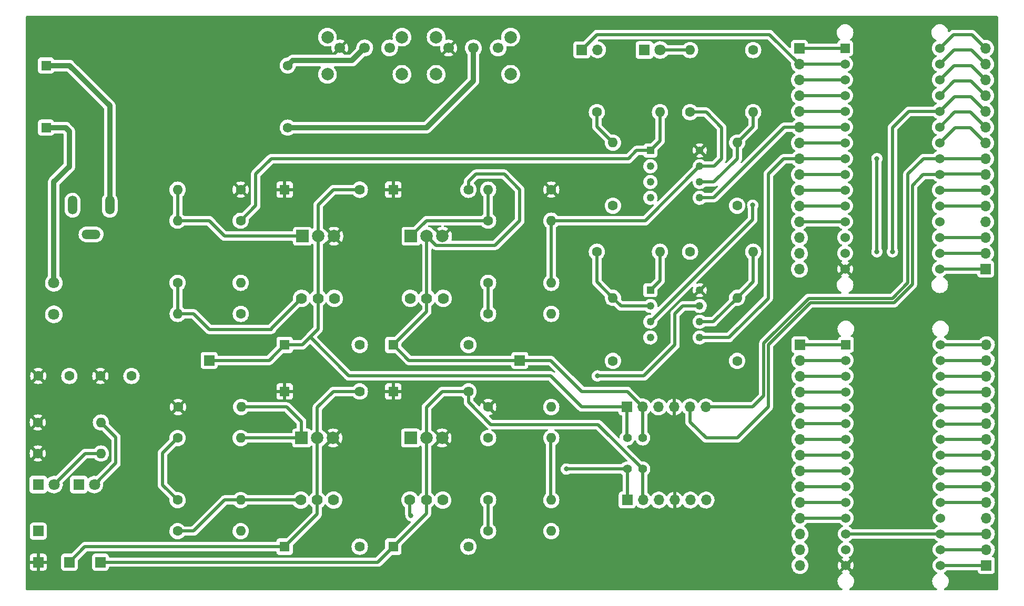
<source format=gbr>
%TF.GenerationSoftware,KiCad,Pcbnew,(6.0.7)*%
%TF.CreationDate,2024-04-02T23:43:12-07:00*%
%TF.ProjectId,PCB_v1,5043425f-7631-42e6-9b69-6361645f7063,rev?*%
%TF.SameCoordinates,Original*%
%TF.FileFunction,Copper,L1,Top*%
%TF.FilePolarity,Positive*%
%FSLAX46Y46*%
G04 Gerber Fmt 4.6, Leading zero omitted, Abs format (unit mm)*
G04 Created by KiCad (PCBNEW (6.0.7)) date 2024-04-02 23:43:12*
%MOMM*%
%LPD*%
G01*
G04 APERTURE LIST*
%TA.AperFunction,ComponentPad*%
%ADD10C,1.524000*%
%TD*%
%TA.AperFunction,ComponentPad*%
%ADD11R,1.524000X1.524000*%
%TD*%
%TA.AperFunction,ComponentPad*%
%ADD12R,1.700000X1.700000*%
%TD*%
%TA.AperFunction,ComponentPad*%
%ADD13O,1.700000X1.700000*%
%TD*%
%TA.AperFunction,ComponentPad*%
%ADD14C,1.248000*%
%TD*%
%TA.AperFunction,ComponentPad*%
%ADD15R,1.248000X1.248000*%
%TD*%
%TA.AperFunction,ComponentPad*%
%ADD16C,2.000000*%
%TD*%
%TA.AperFunction,ComponentPad*%
%ADD17C,1.700000*%
%TD*%
%TA.AperFunction,ComponentPad*%
%ADD18C,1.600000*%
%TD*%
%TA.AperFunction,ComponentPad*%
%ADD19O,1.600000X1.600000*%
%TD*%
%TA.AperFunction,ComponentPad*%
%ADD20C,1.778000*%
%TD*%
%TA.AperFunction,ComponentPad*%
%ADD21R,2.010000X2.010000*%
%TD*%
%TA.AperFunction,ComponentPad*%
%ADD22C,2.010000*%
%TD*%
%TA.AperFunction,ComponentPad*%
%ADD23O,1.508000X3.016000*%
%TD*%
%TA.AperFunction,ComponentPad*%
%ADD24O,3.016000X1.508000*%
%TD*%
%TA.AperFunction,ComponentPad*%
%ADD25C,1.803400*%
%TD*%
%TA.AperFunction,ComponentPad*%
%ADD26R,1.574800X1.574800*%
%TD*%
%TA.AperFunction,ComponentPad*%
%ADD27C,1.574800*%
%TD*%
%TA.AperFunction,ComponentPad*%
%ADD28R,1.800000X1.800000*%
%TD*%
%TA.AperFunction,ComponentPad*%
%ADD29C,1.800000*%
%TD*%
%TA.AperFunction,ComponentPad*%
%ADD30C,1.625600*%
%TD*%
%TA.AperFunction,ComponentPad*%
%ADD31R,1.625600X1.625600*%
%TD*%
%TA.AperFunction,ComponentPad*%
%ADD32C,1.400000*%
%TD*%
%TA.AperFunction,ViaPad*%
%ADD33C,0.800000*%
%TD*%
%TA.AperFunction,Conductor*%
%ADD34C,0.850000*%
%TD*%
%TA.AperFunction,Conductor*%
%ADD35C,0.500000*%
%TD*%
G04 APERTURE END LIST*
D10*
%TO.P,U1,30,D12/MISO*%
%TO.N,Net-(U1-Pad30)*%
X182620000Y-29720000D03*
%TO.P,U1,29,D11/MOSI*%
%TO.N,Net-(U1-Pad29)*%
X182620000Y-32260000D03*
%TO.P,U1,28,D10/PWM*%
%TO.N,Net-(U1-Pad28)*%
X182620000Y-34800000D03*
%TO.P,U1,27,D9/PWM*%
%TO.N,/state*%
X182620000Y-37340000D03*
%TO.P,U1,26,D8*%
%TO.N,/ENC_B2*%
X182620000Y-39880000D03*
%TO.P,U1,25,D7*%
%TO.N,/ENC_A2*%
X182620000Y-42420000D03*
%TO.P,U1,24,D6/PWM*%
%TO.N,Net-(U1-Pad24)*%
X182620000Y-44960000D03*
%TO.P,U1,23,D5/PWM*%
%TO.N,/ENC_B*%
X182620000Y-47500000D03*
%TO.P,U1,22,D4*%
%TO.N,/ENC_A*%
X182620000Y-50040000D03*
%TO.P,U1,21,D3/PWM*%
%TO.N,Net-(U1-Pad21)*%
X182620000Y-52580000D03*
%TO.P,U1,20,D2*%
%TO.N,Net-(U1-Pad20)*%
X182620000Y-55120000D03*
%TO.P,U1,19,GND*%
%TO.N,GND*%
X182620000Y-57660000D03*
%TO.P,U1,18,~{RESET}*%
%TO.N,/18_1*%
X182620000Y-60200000D03*
%TO.P,U1,17,RX*%
%TO.N,/17_1*%
X182620000Y-62740000D03*
%TO.P,U1,16,TX*%
%TO.N,/16_1*%
X182620000Y-65280000D03*
%TO.P,U1,15,VIN*%
%TO.N,+12V*%
X167380000Y-65280000D03*
%TO.P,U1,14,GND*%
%TO.N,GND*%
X167380000Y-62740000D03*
%TO.P,U1,13,~{RESET}*%
%TO.N,/18_1*%
X167380000Y-60200000D03*
%TO.P,U1,12,VUSB*%
%TO.N,/12_1*%
X167380000Y-57660000D03*
%TO.P,U1,11,A7*%
%TO.N,Net-(J5-Pad11)*%
X167380000Y-55120000D03*
%TO.P,U1,10,A6*%
%TO.N,/PWM4_3.3*%
X167380000Y-52580000D03*
%TO.P,U1,9,A5/SCL*%
%TO.N,Net-(J5-Pad9)*%
X167380000Y-50040000D03*
%TO.P,U1,8,A4/SDA*%
%TO.N,/PWM3_3.3*%
X167380000Y-47500000D03*
%TO.P,U1,7,A3*%
%TO.N,Net-(J5-Pad7)*%
X167380000Y-44960000D03*
%TO.P,U1,6,A2*%
%TO.N,/PWM2_3.3*%
X167380000Y-42420000D03*
%TO.P,U1,5,A1*%
%TO.N,Net-(J5-Pad5)*%
X167380000Y-39880000D03*
%TO.P,U1,4,A0/DAC0*%
%TO.N,/PWM1_3.3*%
X167380000Y-37340000D03*
%TO.P,U1,3,AREF*%
%TO.N,Net-(J5-Pad3)*%
X167380000Y-34800000D03*
%TO.P,U1,2,+3V3*%
%TO.N,/Laser_VCC*%
X167380000Y-32260000D03*
D11*
%TO.P,U1,1,D13*%
%TO.N,/1_1*%
X167380000Y-29720000D03*
%TD*%
%TO.P,U2,1,D13*%
%TO.N,/1*%
X167500000Y-77460000D03*
D10*
%TO.P,U2,2,+3V3*%
%TO.N,/2*%
X167500000Y-80000000D03*
%TO.P,U2,3,AREF*%
%TO.N,Net-(U2-Pad3)*%
X167500000Y-82540000D03*
%TO.P,U2,4,A0/DAC0*%
%TO.N,Net-(U2-Pad4)*%
X167500000Y-85080000D03*
%TO.P,U2,5,A1*%
%TO.N,Net-(U2-Pad5)*%
X167500000Y-87620000D03*
%TO.P,U2,6,A2*%
%TO.N,Net-(U2-Pad6)*%
X167500000Y-90160000D03*
%TO.P,U2,7,A3*%
%TO.N,Net-(U2-Pad7)*%
X167500000Y-92700000D03*
%TO.P,U2,8,A4/SDA*%
%TO.N,Net-(U2-Pad8)*%
X167500000Y-95240000D03*
%TO.P,U2,9,A5/SCL*%
%TO.N,Net-(U2-Pad9)*%
X167500000Y-97780000D03*
%TO.P,U2,10,A6*%
%TO.N,Net-(U2-Pad10)*%
X167500000Y-100320000D03*
%TO.P,U2,11,A7*%
%TO.N,Net-(U2-Pad11)*%
X167500000Y-102860000D03*
%TO.P,U2,12,VUSB*%
%TO.N,/12*%
X167500000Y-105400000D03*
%TO.P,U2,13,~{RESET}*%
%TO.N,/18*%
X167500000Y-107940000D03*
%TO.P,U2,14,GND*%
%TO.N,GND*%
X167500000Y-110480000D03*
%TO.P,U2,15,VIN*%
%TO.N,+12V*%
X167500000Y-113020000D03*
%TO.P,U2,16,TX*%
%TO.N,/16*%
X182740000Y-113020000D03*
%TO.P,U2,17,RX*%
%TO.N,/17*%
X182740000Y-110480000D03*
%TO.P,U2,18,~{RESET}*%
%TO.N,/18*%
X182740000Y-107940000D03*
%TO.P,U2,19,GND*%
%TO.N,GND*%
X182740000Y-105400000D03*
%TO.P,U2,20,D2*%
%TO.N,Net-(U2-Pad20)*%
X182740000Y-102860000D03*
%TO.P,U2,21,D3/PWM*%
%TO.N,Net-(U2-Pad21)*%
X182740000Y-100320000D03*
%TO.P,U2,22,D4*%
%TO.N,Net-(U2-Pad22)*%
X182740000Y-97780000D03*
%TO.P,U2,23,D5/PWM*%
%TO.N,Net-(U2-Pad23)*%
X182740000Y-95240000D03*
%TO.P,U2,24,D6/PWM*%
%TO.N,Net-(U2-Pad24)*%
X182740000Y-92700000D03*
%TO.P,U2,25,D7*%
%TO.N,Net-(U2-Pad25)*%
X182740000Y-90160000D03*
%TO.P,U2,26,D8*%
%TO.N,Net-(U2-Pad26)*%
X182740000Y-87620000D03*
%TO.P,U2,27,D9/PWM*%
%TO.N,Net-(U2-Pad27)*%
X182740000Y-85080000D03*
%TO.P,U2,28,D10/PWM*%
%TO.N,Net-(U2-Pad28)*%
X182740000Y-82540000D03*
%TO.P,U2,29,D11/MOSI*%
%TO.N,Net-(U2-Pad29)*%
X182740000Y-80000000D03*
%TO.P,U2,30,D12/MISO*%
%TO.N,Net-(U2-Pad30)*%
X182740000Y-77460000D03*
%TD*%
D12*
%TO.P,Laser,1,Pin_1*%
%TO.N,/Laser_VCC*%
X125000000Y-29960000D03*
D13*
%TO.P,Laser,2,Pin_2*%
%TO.N,GND*%
X127540000Y-29960000D03*
%TD*%
D14*
%TO.P,U4,8,VCC+*%
%TO.N,+12V*%
X143970000Y-68690000D03*
%TO.P,U4,7,OUTPUT2*%
%TO.N,/PWM3*%
X143970000Y-71230000D03*
%TO.P,U4,6,INVERTINGINPUT2*%
%TO.N,Net-(R24-Pad2)*%
X143970000Y-73770000D03*
%TO.P,U4,5,NON-INVERTING_INPUT2*%
%TO.N,/PWM3_3.3*%
X143970000Y-76310000D03*
%TO.P,U4,4,VCC-*%
%TO.N,GND*%
X136030000Y-76310000D03*
%TO.P,U4,3,NON-INVERTING_INPUT1*%
%TO.N,/PWM4_3.3*%
X136030000Y-73770000D03*
%TO.P,U4,2,INVERTINGINPUT1*%
%TO.N,Net-(R20-Pad2)*%
X136030000Y-71230000D03*
D15*
%TO.P,U4,1,OUTPUT1*%
%TO.N,/PWM4*%
X136030000Y-68690000D03*
%TD*%
%TO.P,U3,1,OUTPUT1*%
%TO.N,/PWM1*%
X136030000Y-46190000D03*
D14*
%TO.P,U3,2,INVERTINGINPUT1*%
%TO.N,Net-(R19-Pad2)*%
X136030000Y-48730000D03*
%TO.P,U3,3,NON-INVERTING_INPUT1*%
%TO.N,/PWM1_3.3*%
X136030000Y-51270000D03*
%TO.P,U3,4,VCC-*%
%TO.N,GND*%
X136030000Y-53810000D03*
%TO.P,U3,5,NON-INVERTING_INPUT2*%
%TO.N,/PWM2_3.3*%
X143970000Y-53810000D03*
%TO.P,U3,6,INVERTINGINPUT2*%
%TO.N,Net-(R23-Pad2)*%
X143970000Y-51270000D03*
%TO.P,U3,7,OUTPUT2*%
%TO.N,/PWM2*%
X143970000Y-48730000D03*
%TO.P,U3,8,VCC+*%
%TO.N,+12V*%
X143970000Y-46190000D03*
%TD*%
D12*
%TO.P,2R,1,1*%
%TO.N,Net-(C3-Pad1)*%
X47500000Y-112500000D03*
%TD*%
%TO.P,1R,1,1*%
%TO.N,Net-(C2-Pad1)*%
X115000000Y-80000000D03*
%TD*%
%TO.P,1L,1,1*%
%TO.N,Net-(C2-Pad2)*%
X65000000Y-80000000D03*
%TD*%
%TO.P,2L,1,1*%
%TO.N,Net-(C3-Pad2)*%
X42500000Y-112500000D03*
%TD*%
%TO.P,GND,1,1*%
%TO.N,GND*%
X37500000Y-107500000D03*
%TD*%
%TO.P,PS,1,1*%
%TO.N,+12V*%
X37500000Y-112500000D03*
%TD*%
D16*
%TO.P,SW2,*%
%TO.N,*%
X96042500Y-27917500D03*
X84042500Y-33917500D03*
X84042500Y-27917500D03*
X96042500Y-33917500D03*
D17*
%TO.P,SW2,1,A*%
%TO.N,+12V*%
X86042500Y-29667500D03*
%TO.P,SW2,2,B*%
%TO.N,Net-(F2-Pad2)*%
X90042500Y-29667500D03*
%TO.P,SW2,3,C*%
%TO.N,unconnected-(SW2-Pad3)*%
X94042500Y-29667500D03*
%TD*%
D16*
%TO.P,SW1,*%
%TO.N,*%
X113542500Y-27917500D03*
X101542500Y-33917500D03*
X101542500Y-27917500D03*
X113542500Y-33917500D03*
D17*
%TO.P,SW1,1,A*%
%TO.N,+12V*%
X103542500Y-29667500D03*
%TO.P,SW1,2,B*%
%TO.N,Net-(F1-Pad2)*%
X107542500Y-29667500D03*
%TO.P,SW1,3,C*%
%TO.N,unconnected-(SW1-Pad3)*%
X111542500Y-29667500D03*
%TD*%
D18*
%TO.P,R27,1*%
%TO.N,/state*%
X152580000Y-30000000D03*
D19*
%TO.P,R27,2*%
%TO.N,Net-(D3-Pad2)*%
X142420000Y-30000000D03*
%TD*%
%TO.P,R26,2*%
%TO.N,Net-(R24-Pad2)*%
X150000000Y-69920000D03*
D18*
%TO.P,R26,1*%
%TO.N,GND*%
X150000000Y-80080000D03*
%TD*%
%TO.P,R25,1*%
%TO.N,GND*%
X150000000Y-55080000D03*
D19*
%TO.P,R25,2*%
%TO.N,Net-(R23-Pad2)*%
X150000000Y-44920000D03*
%TD*%
%TO.P,R24,2*%
%TO.N,Net-(R24-Pad2)*%
X152580000Y-62500000D03*
D18*
%TO.P,R24,1*%
%TO.N,/PWM3*%
X142420000Y-62500000D03*
%TD*%
%TO.P,R23,1*%
%TO.N,/PWM2*%
X142420000Y-40000000D03*
D19*
%TO.P,R23,2*%
%TO.N,Net-(R23-Pad2)*%
X152580000Y-40000000D03*
%TD*%
%TO.P,R22,2*%
%TO.N,/PWM4*%
X137580000Y-62500000D03*
D18*
%TO.P,R22,1*%
%TO.N,Net-(R20-Pad2)*%
X127420000Y-62500000D03*
%TD*%
%TO.P,R21,1*%
%TO.N,Net-(R19-Pad2)*%
X127420000Y-40000000D03*
D19*
%TO.P,R21,2*%
%TO.N,/PWM1*%
X137580000Y-40000000D03*
%TD*%
%TO.P,R20,2*%
%TO.N,Net-(R20-Pad2)*%
X130000000Y-69920000D03*
D18*
%TO.P,R20,1*%
%TO.N,GND*%
X130000000Y-80080000D03*
%TD*%
%TO.P,R19,1*%
%TO.N,GND*%
X130000000Y-55080000D03*
D19*
%TO.P,R19,2*%
%TO.N,Net-(R19-Pad2)*%
X130000000Y-44920000D03*
%TD*%
%TO.P,R18,2*%
%TO.N,Net-(D2-Pad2)*%
X47580000Y-90000000D03*
D18*
%TO.P,R18,1*%
%TO.N,+12V*%
X37420000Y-90000000D03*
%TD*%
%TO.P,R17,1*%
%TO.N,Net-(Q8-Pad1)*%
X109920000Y-102500000D03*
D19*
%TO.P,R17,2*%
%TO.N,/PWM4*%
X120080000Y-102500000D03*
%TD*%
%TO.P,R16,2*%
%TO.N,/PWM4*%
X120080000Y-92500000D03*
D18*
%TO.P,R16,1*%
%TO.N,Net-(Q7-Pad1)*%
X109920000Y-92500000D03*
%TD*%
D19*
%TO.P,R15,2*%
%TO.N,/PWM2*%
X120080000Y-67500000D03*
D18*
%TO.P,R15,1*%
%TO.N,Net-(Q6-Pad1)*%
X109920000Y-67500000D03*
%TD*%
D19*
%TO.P,R14,2*%
%TO.N,/PWM2*%
X120080000Y-57500000D03*
D18*
%TO.P,R14,1*%
%TO.N,Net-(Q5-Pad1)*%
X109920000Y-57500000D03*
%TD*%
%TO.P,R13,1*%
%TO.N,/PWM3*%
X59920000Y-102500000D03*
D19*
%TO.P,R13,2*%
%TO.N,Net-(Q4-Pad1)*%
X70080000Y-102500000D03*
%TD*%
D18*
%TO.P,R12,1*%
%TO.N,/PWM3*%
X59920000Y-92500000D03*
D19*
%TO.P,R12,2*%
%TO.N,Net-(Q3-Pad1)*%
X70080000Y-92500000D03*
%TD*%
D18*
%TO.P,R11,1*%
%TO.N,/PWM1*%
X70100000Y-72500000D03*
D19*
%TO.P,R11,2*%
%TO.N,Net-(Q2-Pad1)*%
X59940000Y-72500000D03*
%TD*%
%TO.P,R10,2*%
%TO.N,Net-(Q1-Pad1)*%
X59910000Y-57500000D03*
D18*
%TO.P,R10,1*%
%TO.N,/PWM1*%
X70070000Y-57500000D03*
%TD*%
%TO.P,R9,1*%
%TO.N,Net-(Q8-Pad1)*%
X109920000Y-107500000D03*
D19*
%TO.P,R9,2*%
%TO.N,GND*%
X120080000Y-107500000D03*
%TD*%
%TO.P,R8,2*%
%TO.N,Net-(Q7-Pad1)*%
X120080000Y-87500000D03*
D18*
%TO.P,R8,1*%
%TO.N,+12V*%
X109920000Y-87500000D03*
%TD*%
%TO.P,R7,1*%
%TO.N,Net-(Q6-Pad1)*%
X109920000Y-72500000D03*
D19*
%TO.P,R7,2*%
%TO.N,GND*%
X120080000Y-72500000D03*
%TD*%
%TO.P,R6,2*%
%TO.N,Net-(Q5-Pad1)*%
X109920000Y-52500000D03*
D18*
%TO.P,R6,1*%
%TO.N,+12V*%
X120080000Y-52500000D03*
%TD*%
%TO.P,R5,1*%
%TO.N,Net-(Q4-Pad1)*%
X59920000Y-107500000D03*
D19*
%TO.P,R5,2*%
%TO.N,GND*%
X70080000Y-107500000D03*
%TD*%
D18*
%TO.P,R4,1*%
%TO.N,+12V*%
X60000000Y-87500000D03*
D19*
%TO.P,R4,2*%
%TO.N,Net-(Q3-Pad1)*%
X70160000Y-87500000D03*
%TD*%
D18*
%TO.P,R3,1*%
%TO.N,Net-(Q2-Pad1)*%
X59920000Y-67500000D03*
D19*
%TO.P,R3,2*%
%TO.N,GND*%
X70080000Y-67500000D03*
%TD*%
%TO.P,R2,2*%
%TO.N,Net-(Q1-Pad1)*%
X59920000Y-52500000D03*
D18*
%TO.P,R2,1*%
%TO.N,+12V*%
X70080000Y-52500000D03*
%TD*%
D19*
%TO.P,R1,2*%
%TO.N,Net-(D1-Pad2)*%
X47580000Y-95000000D03*
D18*
%TO.P,R1,1*%
%TO.N,+12V*%
X37420000Y-95000000D03*
%TD*%
D20*
%TO.P,Q8,1,G*%
%TO.N,Net-(Q8-Pad1)*%
X97320000Y-102500000D03*
%TO.P,Q8,2,D*%
%TO.N,Net-(C3-Pad1)*%
X99960000Y-102500000D03*
%TO.P,Q8,3,S*%
%TO.N,GND*%
X102599999Y-102500000D03*
%TD*%
D21*
%TO.P,Q7,1,G*%
%TO.N,Net-(Q7-Pad1)*%
X97420000Y-92500000D03*
D22*
%TO.P,Q7,2,D*%
%TO.N,Net-(C3-Pad1)*%
X99960000Y-92500000D03*
%TO.P,Q7,3,S*%
%TO.N,+12V*%
X102500000Y-92500000D03*
%TD*%
D20*
%TO.P,Q6,1,G*%
%TO.N,Net-(Q6-Pad1)*%
X97400000Y-70000000D03*
%TO.P,Q6,2,D*%
%TO.N,Net-(C2-Pad1)*%
X100040000Y-70000000D03*
%TO.P,Q6,3,S*%
%TO.N,GND*%
X102679999Y-70000000D03*
%TD*%
D21*
%TO.P,Q5,1,G*%
%TO.N,Net-(Q5-Pad1)*%
X97500000Y-60000000D03*
D22*
%TO.P,Q5,2,D*%
%TO.N,Net-(C2-Pad1)*%
X100040000Y-60000000D03*
%TO.P,Q5,3,S*%
%TO.N,+12V*%
X102580000Y-60000000D03*
%TD*%
D20*
%TO.P,Q4,1,G*%
%TO.N,Net-(Q4-Pad1)*%
X79750000Y-102500000D03*
%TO.P,Q4,2,D*%
%TO.N,Net-(C3-Pad2)*%
X82390000Y-102500000D03*
%TO.P,Q4,3,S*%
%TO.N,GND*%
X85029999Y-102500000D03*
%TD*%
D21*
%TO.P,Q3,1,G*%
%TO.N,Net-(Q3-Pad1)*%
X79880000Y-92500000D03*
D22*
%TO.P,Q3,2,D*%
%TO.N,Net-(C3-Pad2)*%
X82420000Y-92500000D03*
%TO.P,Q3,3,S*%
%TO.N,+12V*%
X84960000Y-92500000D03*
%TD*%
D20*
%TO.P,Q2,1,G*%
%TO.N,Net-(Q2-Pad1)*%
X79880000Y-70000000D03*
%TO.P,Q2,2,D*%
%TO.N,Net-(C2-Pad2)*%
X82520000Y-70000000D03*
%TO.P,Q2,3,S*%
%TO.N,GND*%
X85159999Y-70000000D03*
%TD*%
D21*
%TO.P,Q1,1,G*%
%TO.N,Net-(Q1-Pad1)*%
X80000000Y-60000000D03*
D22*
%TO.P,Q1,2,D*%
%TO.N,Net-(C2-Pad2)*%
X82540000Y-60000000D03*
%TO.P,Q1,3,S*%
%TO.N,+12V*%
X85080000Y-60000000D03*
%TD*%
D13*
%TO.P,J8,15,Pin_15*%
%TO.N,Net-(U1-Pad30)*%
X190000000Y-29720000D03*
%TO.P,J8,14,Pin_14*%
%TO.N,Net-(U1-Pad29)*%
X190000000Y-32260000D03*
%TO.P,J8,13,Pin_13*%
%TO.N,Net-(U1-Pad28)*%
X190000000Y-34800000D03*
%TO.P,J8,12,Pin_12*%
%TO.N,/state*%
X190000000Y-37340000D03*
%TO.P,J8,11,Pin_11*%
%TO.N,/ENC_B2*%
X190000000Y-39880000D03*
%TO.P,J8,10,Pin_10*%
%TO.N,/ENC_A2*%
X190000000Y-42420000D03*
%TO.P,J8,9,Pin_9*%
%TO.N,Net-(U1-Pad24)*%
X190000000Y-44960000D03*
%TO.P,J8,8,Pin_8*%
%TO.N,/ENC_B*%
X190000000Y-47500000D03*
%TO.P,J8,7,Pin_7*%
%TO.N,/ENC_A*%
X190000000Y-50040000D03*
%TO.P,J8,6,Pin_6*%
%TO.N,Net-(U1-Pad21)*%
X190000000Y-52580000D03*
%TO.P,J8,5,Pin_5*%
%TO.N,Net-(U1-Pad20)*%
X190000000Y-55120000D03*
%TO.P,J8,4,Pin_4*%
%TO.N,unconnected-(J8-Pad4)*%
X190000000Y-57660000D03*
%TO.P,J8,3,Pin_3*%
%TO.N,/18_1*%
X190000000Y-60200000D03*
%TO.P,J8,2,Pin_2*%
%TO.N,/17_1*%
X190000000Y-62740000D03*
D12*
%TO.P,J8,1,Pin_1*%
%TO.N,/16_1*%
X190000000Y-65280000D03*
%TD*%
%TO.P,J7,1,Pin_1*%
%TO.N,/16*%
X190120000Y-113020000D03*
D13*
%TO.P,J7,2,Pin_2*%
%TO.N,/17*%
X190120000Y-110480000D03*
%TO.P,J7,3,Pin_3*%
%TO.N,/18*%
X190120000Y-107940000D03*
%TO.P,J7,4,Pin_4*%
%TO.N,unconnected-(J7-Pad4)*%
X190120000Y-105400000D03*
%TO.P,J7,5,Pin_5*%
%TO.N,Net-(U2-Pad20)*%
X190120000Y-102860000D03*
%TO.P,J7,6,Pin_6*%
%TO.N,Net-(U2-Pad21)*%
X190120000Y-100320000D03*
%TO.P,J7,7,Pin_7*%
%TO.N,Net-(U2-Pad22)*%
X190120000Y-97780000D03*
%TO.P,J7,8,Pin_8*%
%TO.N,Net-(U2-Pad23)*%
X190120000Y-95240000D03*
%TO.P,J7,9,Pin_9*%
%TO.N,Net-(U2-Pad24)*%
X190120000Y-92700000D03*
%TO.P,J7,10,Pin_10*%
%TO.N,Net-(U2-Pad25)*%
X190120000Y-90160000D03*
%TO.P,J7,11,Pin_11*%
%TO.N,Net-(U2-Pad26)*%
X190120000Y-87620000D03*
%TO.P,J7,12,Pin_12*%
%TO.N,Net-(U2-Pad27)*%
X190120000Y-85080000D03*
%TO.P,J7,13,Pin_13*%
%TO.N,Net-(U2-Pad28)*%
X190120000Y-82540000D03*
%TO.P,J7,14,Pin_14*%
%TO.N,Net-(U2-Pad29)*%
X190120000Y-80000000D03*
%TO.P,J7,15,Pin_15*%
%TO.N,Net-(U2-Pad30)*%
X190120000Y-77460000D03*
%TD*%
D12*
%TO.P,J6,1,Pin_1*%
%TO.N,/1*%
X160120000Y-77490000D03*
D13*
%TO.P,J6,2,Pin_2*%
%TO.N,/2*%
X160120000Y-80030000D03*
%TO.P,J6,3,Pin_3*%
%TO.N,Net-(U2-Pad3)*%
X160120000Y-82570000D03*
%TO.P,J6,4,Pin_4*%
%TO.N,Net-(U2-Pad4)*%
X160120000Y-85110000D03*
%TO.P,J6,5,Pin_5*%
%TO.N,Net-(U2-Pad5)*%
X160120000Y-87650000D03*
%TO.P,J6,6,Pin_6*%
%TO.N,Net-(U2-Pad6)*%
X160120000Y-90190000D03*
%TO.P,J6,7,Pin_7*%
%TO.N,Net-(U2-Pad7)*%
X160120000Y-92730000D03*
%TO.P,J6,8,Pin_8*%
%TO.N,Net-(U2-Pad8)*%
X160120000Y-95270000D03*
%TO.P,J6,9,Pin_9*%
%TO.N,Net-(U2-Pad9)*%
X160120000Y-97810000D03*
%TO.P,J6,10,Pin_10*%
%TO.N,Net-(U2-Pad10)*%
X160120000Y-100350000D03*
%TO.P,J6,11,Pin_11*%
%TO.N,Net-(U2-Pad11)*%
X160120000Y-102890000D03*
%TO.P,J6,12,Pin_12*%
%TO.N,/12*%
X160120000Y-105430000D03*
%TO.P,J6,13,Pin_13*%
%TO.N,unconnected-(J6-Pad13)*%
X160120000Y-107970000D03*
%TO.P,J6,14,Pin_14*%
%TO.N,unconnected-(J6-Pad14)*%
X160120000Y-110510000D03*
%TO.P,J6,15,Pin_15*%
%TO.N,unconnected-(J6-Pad15)*%
X160120000Y-113050000D03*
%TD*%
%TO.P,J5,15,Pin_15*%
%TO.N,unconnected-(J5-Pad15)*%
X160025000Y-65310000D03*
%TO.P,J5,14,Pin_14*%
%TO.N,unconnected-(J5-Pad14)*%
X160025000Y-62770000D03*
%TO.P,J5,13,Pin_13*%
%TO.N,unconnected-(J5-Pad13)*%
X160025000Y-60230000D03*
%TO.P,J5,12,Pin_12*%
%TO.N,/12_1*%
X160025000Y-57690000D03*
%TO.P,J5,11,Pin_11*%
%TO.N,Net-(J5-Pad11)*%
X160025000Y-55150000D03*
%TO.P,J5,10,Pin_10*%
%TO.N,/PWM4_3.3*%
X160025000Y-52610000D03*
%TO.P,J5,9,Pin_9*%
%TO.N,Net-(J5-Pad9)*%
X160025000Y-50070000D03*
%TO.P,J5,8,Pin_8*%
%TO.N,/PWM3_3.3*%
X160025000Y-47530000D03*
%TO.P,J5,7,Pin_7*%
%TO.N,Net-(J5-Pad7)*%
X160025000Y-44990000D03*
%TO.P,J5,6,Pin_6*%
%TO.N,/PWM2_3.3*%
X160025000Y-42450000D03*
%TO.P,J5,5,Pin_5*%
%TO.N,Net-(J5-Pad5)*%
X160025000Y-39910000D03*
%TO.P,J5,4,Pin_4*%
%TO.N,/PWM1_3.3*%
X160025000Y-37370000D03*
%TO.P,J5,3,Pin_3*%
%TO.N,Net-(J5-Pad3)*%
X160025000Y-34830000D03*
%TO.P,J5,2,Pin_2*%
%TO.N,/Laser_VCC*%
X160025000Y-32290000D03*
D12*
%TO.P,J5,1,Pin_1*%
%TO.N,/1_1*%
X160025000Y-29750000D03*
%TD*%
D23*
%TO.P,J4,1*%
%TO.N,Net-(F2-Pad1)*%
X49000000Y-55000000D03*
%TO.P,J4,2*%
%TO.N,GND*%
X43000000Y-55000000D03*
D24*
%TO.P,J4,3*%
%TO.N,unconnected-(J4-Pad3)*%
X46000000Y-59700000D03*
%TD*%
D12*
%TO.P,LowerBridge,1,Pin_1*%
%TO.N,Net-(C3-Pad2)*%
X132300000Y-102500000D03*
D13*
%TO.P,LowerBridge,2,Pin_2*%
%TO.N,Net-(C3-Pad1)*%
X134840000Y-102500000D03*
%TO.P,LowerBridge,3,Pin_3*%
%TO.N,GND*%
X137380000Y-102500000D03*
%TO.P,LowerBridge,4,Pin_4*%
%TO.N,+12V*%
X139920000Y-102500000D03*
%TO.P,LowerBridge,5,Pin_5*%
%TO.N,/ENC_A2*%
X142460000Y-102500000D03*
%TO.P,LowerBridge,6,Pin_6*%
%TO.N,/ENC_B2*%
X145000000Y-102500000D03*
%TD*%
D12*
%TO.P,UpperBridge,1,Pin_1*%
%TO.N,Net-(C2-Pad2)*%
X132260000Y-87500000D03*
D13*
%TO.P,UpperBridge,2,Pin_2*%
%TO.N,Net-(C2-Pad1)*%
X134800000Y-87500000D03*
%TO.P,UpperBridge,3,Pin_3*%
%TO.N,GND*%
X137340000Y-87500000D03*
%TO.P,UpperBridge,4,Pin_4*%
%TO.N,+12V*%
X139880000Y-87500000D03*
%TO.P,UpperBridge,5,Pin_5*%
%TO.N,/ENC_A*%
X142420000Y-87500000D03*
%TO.P,UpperBridge,6,Pin_6*%
%TO.N,/ENC_B*%
X144960000Y-87500000D03*
%TD*%
D25*
%TO.P,J1,1,1*%
%TO.N,Net-(F1-Pad1)*%
X40000000Y-67500000D03*
%TO.P,J1,2,2*%
%TO.N,GND*%
X40000000Y-72580000D03*
%TD*%
D26*
%TO.P,F2,1*%
%TO.N,Net-(F2-Pad1)*%
X38754800Y-32500000D03*
D27*
%TO.P,F2,2*%
%TO.N,Net-(F2-Pad2)*%
X77642200Y-32500000D03*
%TD*%
D26*
%TO.P,F1,1*%
%TO.N,Net-(F1-Pad1)*%
X38754800Y-42500000D03*
D27*
%TO.P,F1,2*%
%TO.N,Net-(F1-Pad2)*%
X77642200Y-42500000D03*
%TD*%
D28*
%TO.P,D3,1,K*%
%TO.N,GND*%
X135080000Y-30000000D03*
D29*
%TO.P,D3,2,A*%
%TO.N,Net-(D3-Pad2)*%
X137620000Y-30000000D03*
%TD*%
%TO.P,D2,2,A*%
%TO.N,Net-(D2-Pad2)*%
X46540000Y-100000000D03*
D28*
%TO.P,D2,1,K*%
%TO.N,GND*%
X44000000Y-100000000D03*
%TD*%
D29*
%TO.P,D1,2,A*%
%TO.N,Net-(D1-Pad2)*%
X40040000Y-100000000D03*
D28*
%TO.P,D1,1,K*%
%TO.N,GND*%
X37500000Y-100000000D03*
%TD*%
D30*
%TO.P,CR8,2,ANODE*%
%TO.N,Net-(C3-Pad1)*%
X106743700Y-85000000D03*
D31*
%TO.P,CR8,1,CATHODE*%
%TO.N,+12V*%
X94653300Y-85000000D03*
%TD*%
%TO.P,CR7,1,CATHODE*%
%TO.N,Net-(C3-Pad1)*%
X94653300Y-110000000D03*
D30*
%TO.P,CR7,2,ANODE*%
%TO.N,GND*%
X106743700Y-110000000D03*
%TD*%
%TO.P,CR6,2,ANODE*%
%TO.N,GND*%
X106743700Y-77500000D03*
D31*
%TO.P,CR6,1,CATHODE*%
%TO.N,Net-(C2-Pad1)*%
X94653300Y-77500000D03*
%TD*%
%TO.P,CR5,1,CATHODE*%
%TO.N,+12V*%
X94653300Y-52500000D03*
D30*
%TO.P,CR5,2,ANODE*%
%TO.N,Net-(C2-Pad1)*%
X106743700Y-52500000D03*
%TD*%
D31*
%TO.P,CR4,1,CATHODE*%
%TO.N,Net-(C3-Pad2)*%
X77153300Y-110000000D03*
D30*
%TO.P,CR4,2,ANODE*%
%TO.N,GND*%
X89243700Y-110000000D03*
%TD*%
D31*
%TO.P,CR3,1,CATHODE*%
%TO.N,+12V*%
X77153300Y-85000000D03*
D30*
%TO.P,CR3,2,ANODE*%
%TO.N,Net-(C3-Pad2)*%
X89243700Y-85000000D03*
%TD*%
%TO.P,CR2,2,ANODE*%
%TO.N,GND*%
X89243700Y-77500000D03*
D31*
%TO.P,CR2,1,CATHODE*%
%TO.N,Net-(C2-Pad2)*%
X77153300Y-77500000D03*
%TD*%
D30*
%TO.P,CR1,2,ANODE*%
%TO.N,Net-(C2-Pad2)*%
X89243700Y-52500000D03*
D31*
%TO.P,CR1,1,CATHODE*%
%TO.N,+12V*%
X77153300Y-52500000D03*
%TD*%
D18*
%TO.P,C4,1*%
%TO.N,+12V*%
X37500000Y-82500000D03*
%TO.P,C4,2*%
%TO.N,GND*%
X42500000Y-82500000D03*
%TD*%
D32*
%TO.P,C3,1*%
%TO.N,Net-(C3-Pad1)*%
X134800000Y-97500000D03*
%TO.P,C3,2*%
%TO.N,Net-(C3-Pad2)*%
X132300000Y-97500000D03*
%TD*%
%TO.P,C2,1*%
%TO.N,Net-(C2-Pad1)*%
X134800000Y-92500000D03*
%TO.P,C2,2*%
%TO.N,Net-(C2-Pad2)*%
X132300000Y-92500000D03*
%TD*%
D18*
%TO.P,C1,1*%
%TO.N,+12V*%
X47500000Y-82500000D03*
%TO.P,C1,2*%
%TO.N,GND*%
X52500000Y-82500000D03*
%TD*%
D33*
%TO.N,/PWM3*%
X127500000Y-82500000D03*
%TO.N,/PWM4_3.3*%
X152500000Y-55000000D03*
%TO.N,/ENC_A2*%
X172500000Y-47500000D03*
X172500000Y-62500000D03*
%TO.N,/ENC_B2*%
X175000000Y-62500000D03*
%TO.N,Net-(C3-Pad2)*%
X122500000Y-97500000D03*
%TO.N,Net-(Q8-Pad1)*%
X97500000Y-105000000D03*
%TD*%
D34*
%TO.N,Net-(F1-Pad1)*%
X42500000Y-43122600D02*
X41877400Y-42500000D01*
X42500000Y-48750000D02*
X42500000Y-43122600D01*
X41877400Y-42500000D02*
X38754800Y-42500000D01*
X40000000Y-51250000D02*
X42500000Y-48750000D01*
X40000000Y-67500000D02*
X40000000Y-51250000D01*
%TO.N,Net-(F2-Pad1)*%
X49000000Y-39000000D02*
X42500000Y-32500000D01*
X49000000Y-55000000D02*
X49000000Y-39000000D01*
X42500000Y-32500000D02*
X38754800Y-32500000D01*
D35*
%TO.N,/ENC_A*%
X179960000Y-50040000D02*
X182620000Y-50040000D01*
X178200000Y-51800000D02*
X179960000Y-50040000D01*
X178200000Y-67789949D02*
X178200000Y-51800000D01*
X161800000Y-70700000D02*
X175289950Y-70700000D01*
X155000000Y-77500000D02*
X161800000Y-70700000D01*
X155000000Y-87500000D02*
X155000000Y-77500000D01*
X150000000Y-92500000D02*
X155000000Y-87500000D01*
X175289950Y-70700000D02*
X178200000Y-67789949D01*
X145000000Y-92500000D02*
X150000000Y-92500000D01*
X142420000Y-89920000D02*
X145000000Y-92500000D01*
X142420000Y-87500000D02*
X142420000Y-89920000D01*
%TO.N,Net-(Q3-Pad1)*%
X79880000Y-89880000D02*
X79880000Y-92500000D01*
X77500000Y-87500000D02*
X79880000Y-89880000D01*
X70160000Y-87500000D02*
X77500000Y-87500000D01*
%TO.N,Net-(C2-Pad1)*%
X106743700Y-51192225D02*
X106743700Y-52500000D01*
X115000000Y-52500000D02*
X112500000Y-50000000D01*
X112500000Y-50000000D02*
X107935925Y-50000000D01*
X115000000Y-57500000D02*
X115000000Y-52500000D01*
X101495000Y-61455000D02*
X111045000Y-61455000D01*
X111045000Y-61455000D02*
X115000000Y-57500000D01*
X107935925Y-50000000D02*
X106743700Y-51192225D01*
X100040000Y-60000000D02*
X101495000Y-61455000D01*
%TO.N,/PWM3*%
X141270000Y-71230000D02*
X143970000Y-71230000D01*
X140000000Y-72500000D02*
X141270000Y-71230000D01*
X140000000Y-77500000D02*
X140000000Y-72500000D01*
X135000000Y-82500000D02*
X140000000Y-77500000D01*
X127500000Y-82500000D02*
X135000000Y-82500000D01*
%TO.N,/PWM4*%
X137580000Y-67140000D02*
X136030000Y-68690000D01*
X137580000Y-62500000D02*
X137580000Y-67140000D01*
%TO.N,/PWM4_3.3*%
X152500000Y-57300000D02*
X152500000Y-55000000D01*
X136030000Y-73770000D02*
X152500000Y-57300000D01*
%TO.N,Net-(R24-Pad2)*%
X152580000Y-62500000D02*
X152580000Y-67340000D01*
X152580000Y-67340000D02*
X150000000Y-69920000D01*
%TO.N,/PWM3_3.3*%
X157470000Y-47530000D02*
X160025000Y-47530000D01*
X155000000Y-50000000D02*
X157470000Y-47530000D01*
X155000000Y-70000000D02*
X155000000Y-50000000D01*
X143970000Y-76310000D02*
X148690000Y-76310000D01*
X148690000Y-76310000D02*
X155000000Y-70000000D01*
%TO.N,Net-(R24-Pad2)*%
X146150000Y-73770000D02*
X150000000Y-69920000D01*
X143970000Y-73770000D02*
X146150000Y-73770000D01*
%TO.N,Net-(R20-Pad2)*%
X136030000Y-71230000D02*
X131310000Y-71230000D01*
X131310000Y-71230000D02*
X130000000Y-69920000D01*
X127420000Y-67340000D02*
X130000000Y-69920000D01*
X127420000Y-62500000D02*
X127420000Y-67340000D01*
%TO.N,/PWM1*%
X72500000Y-55070000D02*
X70070000Y-57500000D01*
X72500000Y-50000000D02*
X72500000Y-55070000D01*
X75000000Y-47500000D02*
X72500000Y-50000000D01*
X132500000Y-47500000D02*
X75000000Y-47500000D01*
X133810000Y-46190000D02*
X132500000Y-47500000D01*
X136030000Y-46190000D02*
X133810000Y-46190000D01*
X137580000Y-44640000D02*
X136030000Y-46190000D01*
X137580000Y-40000000D02*
X137580000Y-44640000D01*
%TO.N,Net-(R19-Pad2)*%
X127420000Y-42340000D02*
X130000000Y-44920000D01*
X127420000Y-40000000D02*
X127420000Y-42340000D01*
%TO.N,/18*%
X167500000Y-107940000D02*
X182740000Y-107940000D01*
%TO.N,/ENC_B*%
X180000000Y-47500000D02*
X182620000Y-47500000D01*
X177500000Y-50000000D02*
X180000000Y-47500000D01*
X154300000Y-77210050D02*
X161510051Y-70000000D01*
X154300000Y-85700000D02*
X154300000Y-77210050D01*
X161510051Y-70000000D02*
X175000000Y-70000000D01*
X175000000Y-70000000D02*
X177500000Y-67500000D01*
X177500000Y-67500000D02*
X177500000Y-50000000D01*
X152500000Y-87500000D02*
X154300000Y-85700000D01*
X144960000Y-87500000D02*
X152500000Y-87500000D01*
%TO.N,/ENC_A2*%
X172500000Y-62500000D02*
X172500000Y-47500000D01*
%TO.N,/ENC_B2*%
X175000000Y-42500000D02*
X177620000Y-39880000D01*
X177620000Y-39880000D02*
X182620000Y-39880000D01*
X175000000Y-62500000D02*
X175000000Y-42500000D01*
%TO.N,/12_1*%
X160055000Y-57660000D02*
X160025000Y-57690000D01*
X167380000Y-57660000D02*
X160055000Y-57660000D01*
%TO.N,Net-(J5-Pad11)*%
X160055000Y-55120000D02*
X160025000Y-55150000D01*
X167380000Y-55120000D02*
X160055000Y-55120000D01*
%TO.N,/PWM4_3.3*%
X160055000Y-52580000D02*
X160025000Y-52610000D01*
X167380000Y-52580000D02*
X160055000Y-52580000D01*
%TO.N,Net-(J5-Pad9)*%
X160055000Y-50040000D02*
X160025000Y-50070000D01*
X167380000Y-50040000D02*
X160055000Y-50040000D01*
%TO.N,/PWM3_3.3*%
X160055000Y-47500000D02*
X160025000Y-47530000D01*
X167380000Y-47500000D02*
X160055000Y-47500000D01*
%TO.N,Net-(J5-Pad7)*%
X167380000Y-44960000D02*
X160055000Y-44960000D01*
X160055000Y-44960000D02*
X160025000Y-44990000D01*
%TO.N,/PWM2_3.3*%
X160055000Y-42420000D02*
X160025000Y-42450000D01*
X167380000Y-42420000D02*
X160055000Y-42420000D01*
%TO.N,Net-(J5-Pad5)*%
X160055000Y-39880000D02*
X160025000Y-39910000D01*
X167380000Y-39880000D02*
X160055000Y-39880000D01*
%TO.N,/PWM1_3.3*%
X160055000Y-37340000D02*
X160025000Y-37370000D01*
X167380000Y-37340000D02*
X160055000Y-37340000D01*
%TO.N,Net-(J5-Pad3)*%
X167380000Y-34800000D02*
X160055000Y-34800000D01*
X160055000Y-34800000D02*
X160025000Y-34830000D01*
%TO.N,/Laser_VCC*%
X160055000Y-32260000D02*
X160025000Y-32290000D01*
X167380000Y-32260000D02*
X160055000Y-32260000D01*
%TO.N,/1_1*%
X167380000Y-29720000D02*
X160055000Y-29720000D01*
X160055000Y-29720000D02*
X160025000Y-29750000D01*
%TO.N,Net-(D3-Pad2)*%
X137620000Y-30000000D02*
X142420000Y-30000000D01*
%TO.N,/Laser_VCC*%
X155235000Y-27500000D02*
X160025000Y-32290000D01*
X127460000Y-27500000D02*
X155235000Y-27500000D01*
X125000000Y-29960000D02*
X127460000Y-27500000D01*
%TO.N,/12*%
X160150000Y-105400000D02*
X160120000Y-105430000D01*
X167500000Y-105400000D02*
X160150000Y-105400000D01*
%TO.N,Net-(U2-Pad11)*%
X160150000Y-102860000D02*
X160120000Y-102890000D01*
X167500000Y-102860000D02*
X160150000Y-102860000D01*
%TO.N,Net-(U2-Pad10)*%
X160150000Y-100320000D02*
X160120000Y-100350000D01*
X167500000Y-100320000D02*
X160150000Y-100320000D01*
%TO.N,Net-(U2-Pad9)*%
X167500000Y-97780000D02*
X160150000Y-97780000D01*
X160150000Y-97780000D02*
X160120000Y-97810000D01*
%TO.N,Net-(U2-Pad8)*%
X160150000Y-95240000D02*
X160120000Y-95270000D01*
X167500000Y-95240000D02*
X160150000Y-95240000D01*
%TO.N,Net-(U2-Pad7)*%
X160150000Y-92700000D02*
X160120000Y-92730000D01*
X167500000Y-92700000D02*
X160150000Y-92700000D01*
%TO.N,Net-(U2-Pad6)*%
X160150000Y-90160000D02*
X160120000Y-90190000D01*
X167500000Y-90160000D02*
X160150000Y-90160000D01*
%TO.N,Net-(U2-Pad5)*%
X160150000Y-87620000D02*
X160120000Y-87650000D01*
X167500000Y-87620000D02*
X160150000Y-87620000D01*
%TO.N,Net-(U2-Pad4)*%
X160150000Y-85080000D02*
X160120000Y-85110000D01*
X167500000Y-85080000D02*
X160150000Y-85080000D01*
%TO.N,Net-(U2-Pad3)*%
X160150000Y-82540000D02*
X160120000Y-82570000D01*
X167500000Y-82540000D02*
X160150000Y-82540000D01*
%TO.N,/2*%
X160150000Y-80000000D02*
X160120000Y-80030000D01*
X167500000Y-80000000D02*
X160150000Y-80000000D01*
%TO.N,/1*%
X167500000Y-77460000D02*
X160150000Y-77460000D01*
X160150000Y-77460000D02*
X160120000Y-77490000D01*
%TO.N,Net-(U2-Pad29)*%
X182740000Y-80000000D02*
X190120000Y-80000000D01*
%TO.N,Net-(U2-Pad30)*%
X182740000Y-77460000D02*
X190120000Y-77460000D01*
%TO.N,Net-(U2-Pad25)*%
X190040000Y-90240000D02*
X190120000Y-90160000D01*
X182820000Y-90240000D02*
X190040000Y-90240000D01*
X182740000Y-90160000D02*
X182820000Y-90240000D01*
%TO.N,Net-(U2-Pad24)*%
X182740000Y-92700000D02*
X190120000Y-92700000D01*
%TO.N,Net-(U2-Pad23)*%
X182740000Y-95240000D02*
X190120000Y-95240000D01*
%TO.N,Net-(U2-Pad22)*%
X182740000Y-97780000D02*
X190120000Y-97780000D01*
%TO.N,Net-(U2-Pad20)*%
X182740000Y-102860000D02*
X190120000Y-102860000D01*
%TO.N,Net-(U2-Pad21)*%
X182740000Y-100320000D02*
X190120000Y-100320000D01*
%TO.N,/16*%
X182740000Y-113020000D02*
X190120000Y-113020000D01*
%TO.N,/17*%
X182740000Y-110480000D02*
X190120000Y-110480000D01*
%TO.N,/18*%
X182740000Y-107940000D02*
X190120000Y-107940000D01*
%TO.N,Net-(U2-Pad26)*%
X182740000Y-87620000D02*
X190120000Y-87620000D01*
%TO.N,Net-(U2-Pad27)*%
X182740000Y-85080000D02*
X190120000Y-85080000D01*
%TO.N,Net-(U2-Pad28)*%
X182740000Y-82540000D02*
X190120000Y-82540000D01*
%TO.N,Net-(U1-Pad24)*%
X182620000Y-44960000D02*
X185080000Y-42500000D01*
X185080000Y-42500000D02*
X187540000Y-42500000D01*
X187540000Y-42500000D02*
X190000000Y-44960000D01*
%TO.N,Net-(U1-Pad30)*%
X187780000Y-27500000D02*
X190000000Y-29720000D01*
X182620000Y-29720000D02*
X184840000Y-27500000D01*
X184840000Y-27500000D02*
X187780000Y-27500000D01*
%TO.N,/ENC_A2*%
X182620000Y-42420000D02*
X185040000Y-40000000D01*
X185040000Y-40000000D02*
X187580000Y-40000000D01*
X187580000Y-40000000D02*
X190000000Y-42420000D01*
%TO.N,/ENC_B2*%
X182620000Y-39880000D02*
X185000000Y-37500000D01*
X185000000Y-37500000D02*
X187620000Y-37500000D01*
X187620000Y-37500000D02*
X190000000Y-39880000D01*
%TO.N,/ENC_B*%
X182620000Y-47500000D02*
X190000000Y-47500000D01*
%TO.N,/ENC_A*%
X189960000Y-50000000D02*
X190000000Y-50040000D01*
X182620000Y-50040000D02*
X182660000Y-50000000D01*
X182660000Y-50000000D02*
X189960000Y-50000000D01*
%TO.N,/16_1*%
X182620000Y-65280000D02*
X190000000Y-65280000D01*
%TO.N,/17_1*%
X182620000Y-62740000D02*
X190000000Y-62740000D01*
%TO.N,/18_1*%
X182620000Y-60200000D02*
X190000000Y-60200000D01*
%TO.N,Net-(U1-Pad20)*%
X182620000Y-55120000D02*
X190000000Y-55120000D01*
%TO.N,Net-(U1-Pad21)*%
X182620000Y-52580000D02*
X190000000Y-52580000D01*
%TO.N,/state*%
X184960000Y-35000000D02*
X187660000Y-35000000D01*
X182620000Y-37340000D02*
X184960000Y-35000000D01*
X187660000Y-35000000D02*
X190000000Y-37340000D01*
%TO.N,Net-(U1-Pad28)*%
X184920000Y-32500000D02*
X187700000Y-32500000D01*
X182620000Y-34800000D02*
X184920000Y-32500000D01*
X187700000Y-32500000D02*
X190000000Y-34800000D01*
%TO.N,Net-(U1-Pad29)*%
X187740000Y-30000000D02*
X190000000Y-32260000D01*
X184880000Y-30000000D02*
X187740000Y-30000000D01*
X182620000Y-32260000D02*
X184880000Y-30000000D01*
%TO.N,/PWM2_3.3*%
X157550000Y-42450000D02*
X146190000Y-53810000D01*
X146190000Y-53810000D02*
X143970000Y-53810000D01*
X160025000Y-42450000D02*
X157550000Y-42450000D01*
%TO.N,Net-(R23-Pad2)*%
X146230000Y-51270000D02*
X143970000Y-51270000D01*
X150000000Y-47500000D02*
X146230000Y-51270000D01*
X150000000Y-44920000D02*
X150000000Y-47500000D01*
X152580000Y-42340000D02*
X150000000Y-44920000D01*
X152580000Y-40000000D02*
X152580000Y-42340000D01*
%TO.N,/PWM2*%
X146270000Y-48730000D02*
X143970000Y-48730000D01*
X147500000Y-47500000D02*
X146270000Y-48730000D01*
X147500000Y-42500000D02*
X147500000Y-47500000D01*
X145000000Y-40000000D02*
X147500000Y-42500000D01*
X142420000Y-40000000D02*
X145000000Y-40000000D01*
X135200000Y-57500000D02*
X143970000Y-48730000D01*
X120080000Y-57500000D02*
X135200000Y-57500000D01*
X120080000Y-57500000D02*
X120080000Y-67500000D01*
%TO.N,Net-(C3-Pad1)*%
X134800000Y-97500000D02*
X127624171Y-90324171D01*
X127624171Y-90324171D02*
X110324171Y-90324171D01*
X110324171Y-90324171D02*
X106743700Y-86743700D01*
X106743700Y-86743700D02*
X106743700Y-85000000D01*
%TO.N,Net-(C3-Pad2)*%
X132300000Y-97500000D02*
X122500000Y-97500000D01*
%TO.N,Net-(C2-Pad2)*%
X125000000Y-87500000D02*
X120000000Y-82500000D01*
X120000000Y-82500000D02*
X87500000Y-82500000D01*
X87500000Y-82500000D02*
X81250000Y-76250000D01*
X132260000Y-87500000D02*
X125000000Y-87500000D01*
X81250000Y-76250000D02*
X82520000Y-74980000D01*
X80000000Y-77500000D02*
X81250000Y-76250000D01*
%TO.N,Net-(C2-Pad1)*%
X125000000Y-85000000D02*
X132300000Y-85000000D01*
X120000000Y-80000000D02*
X125000000Y-85000000D01*
X132300000Y-85000000D02*
X134800000Y-87500000D01*
X115000000Y-80000000D02*
X120000000Y-80000000D01*
%TO.N,/PWM4*%
X120000000Y-102420000D02*
X120080000Y-102500000D01*
X120000000Y-92580000D02*
X120000000Y-102420000D01*
X120080000Y-92500000D02*
X120000000Y-92580000D01*
%TO.N,Net-(Q2-Pad1)*%
X59920000Y-72480000D02*
X59940000Y-72500000D01*
X59920000Y-67500000D02*
X59920000Y-72480000D01*
%TO.N,/PWM3*%
X57500000Y-100080000D02*
X59920000Y-102500000D01*
X57500000Y-94920000D02*
X57500000Y-100080000D01*
X59920000Y-92500000D02*
X57500000Y-94920000D01*
%TO.N,Net-(Q6-Pad1)*%
X109920000Y-67500000D02*
X109920000Y-72500000D01*
%TO.N,Net-(C2-Pad1)*%
X100040000Y-72113300D02*
X94653300Y-77500000D01*
X100040000Y-70000000D02*
X100040000Y-72113300D01*
%TO.N,Net-(Q2-Pad1)*%
X75000000Y-74880000D02*
X79880000Y-70000000D01*
X65000000Y-75000000D02*
X75000000Y-75000000D01*
X62500000Y-72500000D02*
X65000000Y-75000000D01*
X75000000Y-75000000D02*
X75000000Y-74880000D01*
X59940000Y-72500000D02*
X62500000Y-72500000D01*
%TO.N,Net-(C2-Pad2)*%
X82520000Y-74980000D02*
X82520000Y-70000000D01*
X77153300Y-77500000D02*
X80000000Y-77500000D01*
%TO.N,Net-(C2-Pad1)*%
X115000000Y-80000000D02*
X97153300Y-80000000D01*
X97153300Y-80000000D02*
X94653300Y-77500000D01*
%TO.N,Net-(C2-Pad2)*%
X65000000Y-80000000D02*
X74653300Y-80000000D01*
X74653300Y-80000000D02*
X77153300Y-77500000D01*
%TO.N,Net-(C3-Pad1)*%
X134800000Y-102460000D02*
X134840000Y-102500000D01*
X134800000Y-97500000D02*
X134800000Y-102460000D01*
%TO.N,Net-(C3-Pad2)*%
X132300000Y-97500000D02*
X132300000Y-102500000D01*
%TO.N,Net-(C2-Pad1)*%
X134800000Y-87500000D02*
X134800000Y-92500000D01*
%TO.N,Net-(C2-Pad2)*%
X132260000Y-92460000D02*
X132300000Y-92500000D01*
X132260000Y-87500000D02*
X132260000Y-92460000D01*
%TO.N,Net-(C3-Pad1)*%
X102500000Y-85000000D02*
X106743700Y-85000000D01*
X99960000Y-87540000D02*
X102500000Y-85000000D01*
X99960000Y-92500000D02*
X99960000Y-87540000D01*
%TO.N,Net-(C3-Pad2)*%
X82420000Y-87580000D02*
X85000000Y-85000000D01*
X85000000Y-85000000D02*
X89243700Y-85000000D01*
X82420000Y-92500000D02*
X82420000Y-87580000D01*
%TO.N,Net-(Q3-Pad1)*%
X70080000Y-92500000D02*
X79880000Y-92500000D01*
%TO.N,Net-(Q5-Pad1)*%
X109920000Y-52500000D02*
X109920000Y-57500000D01*
X100000000Y-57500000D02*
X109920000Y-57500000D01*
X97500000Y-60000000D02*
X100000000Y-57500000D01*
%TO.N,Net-(C2-Pad1)*%
X100040000Y-60000000D02*
X100040000Y-70000000D01*
%TO.N,Net-(C2-Pad2)*%
X82540000Y-69980000D02*
X82520000Y-70000000D01*
X82540000Y-60000000D02*
X82540000Y-69980000D01*
X85000000Y-52500000D02*
X89243700Y-52500000D01*
X82540000Y-54960000D02*
X85000000Y-52500000D01*
X82540000Y-60000000D02*
X82540000Y-54960000D01*
%TO.N,Net-(Q1-Pad1)*%
X67500000Y-60000000D02*
X80000000Y-60000000D01*
X65000000Y-57500000D02*
X67500000Y-60000000D01*
X59910000Y-57500000D02*
X65000000Y-57500000D01*
X59920000Y-57490000D02*
X59910000Y-57500000D01*
X59920000Y-52500000D02*
X59920000Y-57490000D01*
D34*
%TO.N,Net-(F1-Pad2)*%
X107542500Y-34957500D02*
X107542500Y-29667500D01*
X100000000Y-42500000D02*
X107542500Y-34957500D01*
X77642200Y-42500000D02*
X100000000Y-42500000D01*
%TO.N,Net-(F2-Pad2)*%
X87997399Y-31712601D02*
X90042500Y-29667500D01*
X78429599Y-31712601D02*
X87997399Y-31712601D01*
X77642200Y-32500000D02*
X78429599Y-31712601D01*
D35*
%TO.N,Net-(Q8-Pad1)*%
X97320000Y-104820000D02*
X97500000Y-105000000D01*
X97320000Y-102500000D02*
X97320000Y-104820000D01*
X109920000Y-102500000D02*
X109920000Y-107500000D01*
%TO.N,Net-(C3-Pad1)*%
X99960000Y-104693300D02*
X94653300Y-110000000D01*
X99960000Y-102500000D02*
X99960000Y-104693300D01*
X99960000Y-92500000D02*
X99960000Y-102500000D01*
%TO.N,Net-(C3-Pad2)*%
X82390000Y-104763300D02*
X77153300Y-110000000D01*
X82390000Y-102500000D02*
X82390000Y-104763300D01*
%TO.N,Net-(Q4-Pad1)*%
X70080000Y-102500000D02*
X79750000Y-102500000D01*
%TO.N,Net-(C3-Pad2)*%
X82420000Y-102470000D02*
X82390000Y-102500000D01*
X82420000Y-92500000D02*
X82420000Y-102470000D01*
%TO.N,Net-(Q4-Pad1)*%
X67500000Y-102500000D02*
X70080000Y-102500000D01*
X62500000Y-107500000D02*
X67500000Y-102500000D01*
X59920000Y-107500000D02*
X62500000Y-107500000D01*
%TO.N,Net-(D2-Pad2)*%
X50000000Y-96540000D02*
X46540000Y-100000000D01*
X50000000Y-92420000D02*
X50000000Y-96540000D01*
X47580000Y-90000000D02*
X50000000Y-92420000D01*
%TO.N,Net-(D1-Pad2)*%
X40040000Y-100000000D02*
X45040000Y-95000000D01*
X45040000Y-95000000D02*
X47580000Y-95000000D01*
%TO.N,Net-(C3-Pad2)*%
X45000000Y-110000000D02*
X77153300Y-110000000D01*
X42500000Y-112500000D02*
X45000000Y-110000000D01*
%TO.N,Net-(C3-Pad1)*%
X92153300Y-112500000D02*
X94653300Y-110000000D01*
X47500000Y-112500000D02*
X92153300Y-112500000D01*
%TD*%
%TA.AperFunction,Conductor*%
%TO.N,+12V*%
G36*
X191933621Y-24528502D02*
G01*
X191980114Y-24582158D01*
X191991500Y-24634500D01*
X191991500Y-116865500D01*
X191971498Y-116933621D01*
X191917842Y-116980114D01*
X191865500Y-116991500D01*
X183395002Y-116991500D01*
X183326881Y-116971498D01*
X183280388Y-116917842D01*
X183270284Y-116847568D01*
X183299778Y-116782988D01*
X183341752Y-116751305D01*
X183404561Y-116722017D01*
X183404566Y-116722014D01*
X183409548Y-116719691D01*
X183414057Y-116716534D01*
X183596243Y-116588966D01*
X183596246Y-116588964D01*
X183600754Y-116585807D01*
X183765807Y-116420754D01*
X183899691Y-116229548D01*
X183902014Y-116224566D01*
X183902017Y-116224561D01*
X183996016Y-116022980D01*
X183996017Y-116022978D01*
X183998339Y-116017998D01*
X184058752Y-115792532D01*
X184079096Y-115560000D01*
X184058752Y-115327468D01*
X183998339Y-115102002D01*
X183996016Y-115097020D01*
X183902017Y-114895439D01*
X183902014Y-114895434D01*
X183899691Y-114890452D01*
X183765807Y-114699246D01*
X183600754Y-114534193D01*
X183596246Y-114531036D01*
X183596243Y-114531034D01*
X183414057Y-114403466D01*
X183414055Y-114403465D01*
X183409548Y-114400309D01*
X183404566Y-114397986D01*
X183404561Y-114397983D01*
X183350122Y-114372598D01*
X183342754Y-114369162D01*
X183289470Y-114322246D01*
X183270009Y-114253969D01*
X183290551Y-114186009D01*
X183342753Y-114140774D01*
X183361651Y-114131961D01*
X183377677Y-114124488D01*
X183526857Y-114020031D01*
X183555270Y-114000136D01*
X183555273Y-114000134D01*
X183559781Y-113996977D01*
X183716977Y-113839781D01*
X183722264Y-113832231D01*
X183723546Y-113831206D01*
X183723669Y-113831059D01*
X183723698Y-113831084D01*
X183777718Y-113787902D01*
X183825477Y-113778500D01*
X188635500Y-113778500D01*
X188703621Y-113798502D01*
X188750114Y-113852158D01*
X188761500Y-113904500D01*
X188761500Y-113918134D01*
X188768255Y-113980316D01*
X188819385Y-114116705D01*
X188906739Y-114233261D01*
X189023295Y-114320615D01*
X189159684Y-114371745D01*
X189221866Y-114378500D01*
X191018134Y-114378500D01*
X191080316Y-114371745D01*
X191216705Y-114320615D01*
X191333261Y-114233261D01*
X191420615Y-114116705D01*
X191471745Y-113980316D01*
X191478500Y-113918134D01*
X191478500Y-112121866D01*
X191471745Y-112059684D01*
X191420615Y-111923295D01*
X191333261Y-111806739D01*
X191216705Y-111719385D01*
X191177253Y-111704595D01*
X191098203Y-111674960D01*
X191041439Y-111632318D01*
X191016739Y-111565756D01*
X191031947Y-111496408D01*
X191053493Y-111467727D01*
X191109713Y-111411703D01*
X191158096Y-111363489D01*
X191192876Y-111315088D01*
X191285435Y-111186277D01*
X191288453Y-111182077D01*
X191291427Y-111176061D01*
X191385136Y-110986453D01*
X191385137Y-110986451D01*
X191387430Y-110981811D01*
X191425194Y-110857517D01*
X191450865Y-110773023D01*
X191450865Y-110773021D01*
X191452370Y-110768069D01*
X191481529Y-110546590D01*
X191483156Y-110480000D01*
X191464852Y-110257361D01*
X191410431Y-110040702D01*
X191321354Y-109835840D01*
X191242840Y-109714476D01*
X191202822Y-109652617D01*
X191202820Y-109652614D01*
X191200014Y-109648277D01*
X191049670Y-109483051D01*
X191045619Y-109479852D01*
X191045615Y-109479848D01*
X190878414Y-109347800D01*
X190878410Y-109347798D01*
X190874359Y-109344598D01*
X190833053Y-109321796D01*
X190783084Y-109271364D01*
X190768312Y-109201921D01*
X190793428Y-109135516D01*
X190820780Y-109108909D01*
X190876050Y-109069485D01*
X190999860Y-108981173D01*
X191040681Y-108940495D01*
X191132203Y-108849292D01*
X191158096Y-108823489D01*
X191165620Y-108813019D01*
X191285435Y-108646277D01*
X191288453Y-108642077D01*
X191318054Y-108582185D01*
X191385136Y-108446453D01*
X191385137Y-108446451D01*
X191387430Y-108441811D01*
X191443124Y-108258500D01*
X191450865Y-108233023D01*
X191450865Y-108233021D01*
X191452370Y-108228069D01*
X191481529Y-108006590D01*
X191482505Y-107966646D01*
X191483074Y-107943365D01*
X191483074Y-107943361D01*
X191483156Y-107940000D01*
X191464852Y-107717361D01*
X191410431Y-107500702D01*
X191321354Y-107295840D01*
X191241302Y-107172098D01*
X191202822Y-107112617D01*
X191202820Y-107112614D01*
X191200014Y-107108277D01*
X191049670Y-106943051D01*
X191045619Y-106939852D01*
X191045615Y-106939848D01*
X190878414Y-106807800D01*
X190878410Y-106807798D01*
X190874359Y-106804598D01*
X190833053Y-106781796D01*
X190783084Y-106731364D01*
X190768312Y-106661921D01*
X190793428Y-106595516D01*
X190820780Y-106568909D01*
X190872125Y-106532285D01*
X190999860Y-106441173D01*
X191158096Y-106283489D01*
X191192876Y-106235088D01*
X191285435Y-106106277D01*
X191288453Y-106102077D01*
X191302390Y-106073879D01*
X191385136Y-105906453D01*
X191385137Y-105906451D01*
X191387430Y-105901811D01*
X191452370Y-105688069D01*
X191481529Y-105466590D01*
X191483156Y-105400000D01*
X191464852Y-105177361D01*
X191410431Y-104960702D01*
X191321354Y-104755840D01*
X191238938Y-104628444D01*
X191202822Y-104572617D01*
X191202820Y-104572614D01*
X191200014Y-104568277D01*
X191049670Y-104403051D01*
X191045619Y-104399852D01*
X191045615Y-104399848D01*
X190878414Y-104267800D01*
X190878410Y-104267798D01*
X190874359Y-104264598D01*
X190833053Y-104241796D01*
X190783084Y-104191364D01*
X190768312Y-104121921D01*
X190793428Y-104055516D01*
X190820780Y-104028909D01*
X190864603Y-103997650D01*
X190999860Y-103901173D01*
X191029490Y-103871647D01*
X191094661Y-103806703D01*
X191158096Y-103743489D01*
X191164711Y-103734284D01*
X191285435Y-103566277D01*
X191285436Y-103566276D01*
X191288453Y-103562077D01*
X191298785Y-103541173D01*
X191385136Y-103366453D01*
X191385137Y-103366451D01*
X191387430Y-103361811D01*
X191435961Y-103202077D01*
X191450865Y-103153023D01*
X191450865Y-103153021D01*
X191452370Y-103148069D01*
X191481529Y-102926590D01*
X191481706Y-102919342D01*
X191483074Y-102863365D01*
X191483074Y-102863361D01*
X191483156Y-102860000D01*
X191464852Y-102637361D01*
X191410431Y-102420702D01*
X191321354Y-102215840D01*
X191241302Y-102092098D01*
X191202822Y-102032617D01*
X191202820Y-102032614D01*
X191200014Y-102028277D01*
X191049670Y-101863051D01*
X191045619Y-101859852D01*
X191045615Y-101859848D01*
X190878414Y-101727800D01*
X190878410Y-101727798D01*
X190874359Y-101724598D01*
X190833053Y-101701796D01*
X190783084Y-101651364D01*
X190768312Y-101581921D01*
X190793428Y-101515516D01*
X190820780Y-101488909D01*
X190877761Y-101448265D01*
X190999860Y-101361173D01*
X191005690Y-101355364D01*
X191151893Y-101209670D01*
X191158096Y-101203489D01*
X191172248Y-101183795D01*
X191277670Y-101037083D01*
X191288453Y-101022077D01*
X191298149Y-101002460D01*
X191385136Y-100826453D01*
X191385137Y-100826451D01*
X191387430Y-100821811D01*
X191452370Y-100608069D01*
X191481529Y-100386590D01*
X191481611Y-100383240D01*
X191483074Y-100323365D01*
X191483074Y-100323361D01*
X191483156Y-100320000D01*
X191464852Y-100097361D01*
X191410431Y-99880702D01*
X191321354Y-99675840D01*
X191241302Y-99552098D01*
X191202822Y-99492617D01*
X191202820Y-99492614D01*
X191200014Y-99488277D01*
X191049670Y-99323051D01*
X191045619Y-99319852D01*
X191045615Y-99319848D01*
X190878414Y-99187800D01*
X190878410Y-99187798D01*
X190874359Y-99184598D01*
X190833053Y-99161796D01*
X190783084Y-99111364D01*
X190768312Y-99041921D01*
X190793428Y-98975516D01*
X190820780Y-98948909D01*
X190864603Y-98917650D01*
X190999860Y-98821173D01*
X191158096Y-98663489D01*
X191164361Y-98654771D01*
X191285435Y-98486277D01*
X191288453Y-98482077D01*
X191291465Y-98475984D01*
X191385136Y-98286453D01*
X191385137Y-98286451D01*
X191387430Y-98281811D01*
X191440676Y-98106558D01*
X191450865Y-98073023D01*
X191450865Y-98073021D01*
X191452370Y-98068069D01*
X191481529Y-97846590D01*
X191483156Y-97780000D01*
X191464852Y-97557361D01*
X191410431Y-97340702D01*
X191321354Y-97135840D01*
X191241302Y-97012098D01*
X191202822Y-96952617D01*
X191202820Y-96952614D01*
X191200014Y-96948277D01*
X191049670Y-96783051D01*
X191045619Y-96779852D01*
X191045615Y-96779848D01*
X190878414Y-96647800D01*
X190878410Y-96647798D01*
X190874359Y-96644598D01*
X190833053Y-96621796D01*
X190783084Y-96571364D01*
X190768312Y-96501921D01*
X190793428Y-96435516D01*
X190820780Y-96408909D01*
X190864603Y-96377650D01*
X190999860Y-96281173D01*
X191158096Y-96123489D01*
X191192876Y-96075088D01*
X191285435Y-95946277D01*
X191288453Y-95942077D01*
X191318054Y-95882185D01*
X191385136Y-95746453D01*
X191385137Y-95746451D01*
X191387430Y-95741811D01*
X191452370Y-95528069D01*
X191481529Y-95306590D01*
X191483156Y-95240000D01*
X191464852Y-95017361D01*
X191410431Y-94800702D01*
X191321354Y-94595840D01*
X191240978Y-94471598D01*
X191202822Y-94412617D01*
X191202820Y-94412614D01*
X191200014Y-94408277D01*
X191049670Y-94243051D01*
X191045619Y-94239852D01*
X191045615Y-94239848D01*
X190878414Y-94107800D01*
X190878410Y-94107798D01*
X190874359Y-94104598D01*
X190833053Y-94081796D01*
X190783084Y-94031364D01*
X190768312Y-93961921D01*
X190793428Y-93895516D01*
X190820780Y-93868909D01*
X190867378Y-93835671D01*
X190999860Y-93741173D01*
X191012846Y-93728233D01*
X191124330Y-93617137D01*
X191158096Y-93583489D01*
X191192876Y-93535088D01*
X191285435Y-93406277D01*
X191288453Y-93402077D01*
X191293254Y-93392364D01*
X191385136Y-93206453D01*
X191385137Y-93206451D01*
X191387430Y-93201811D01*
X191444213Y-93014918D01*
X191450865Y-92993023D01*
X191450865Y-92993021D01*
X191452370Y-92988069D01*
X191481529Y-92766590D01*
X191482340Y-92733402D01*
X191483074Y-92703365D01*
X191483074Y-92703361D01*
X191483156Y-92700000D01*
X191464852Y-92477361D01*
X191410431Y-92260702D01*
X191321354Y-92055840D01*
X191250738Y-91946684D01*
X191202822Y-91872617D01*
X191202820Y-91872614D01*
X191200014Y-91868277D01*
X191049670Y-91703051D01*
X191045619Y-91699852D01*
X191045615Y-91699848D01*
X190878414Y-91567800D01*
X190878410Y-91567798D01*
X190874359Y-91564598D01*
X190833053Y-91541796D01*
X190783084Y-91491364D01*
X190768312Y-91421921D01*
X190793428Y-91355516D01*
X190820780Y-91328909D01*
X190873670Y-91291183D01*
X190999860Y-91201173D01*
X191012274Y-91188803D01*
X191154435Y-91047137D01*
X191158096Y-91043489D01*
X191187693Y-91002301D01*
X191285435Y-90866277D01*
X191288453Y-90862077D01*
X191296899Y-90844989D01*
X191385136Y-90666453D01*
X191385137Y-90666451D01*
X191387430Y-90661811D01*
X191452370Y-90448069D01*
X191481529Y-90226590D01*
X191481626Y-90222607D01*
X191483074Y-90163365D01*
X191483074Y-90163361D01*
X191483156Y-90160000D01*
X191464852Y-89937361D01*
X191410431Y-89720702D01*
X191321354Y-89515840D01*
X191253460Y-89410892D01*
X191202822Y-89332617D01*
X191202820Y-89332614D01*
X191200014Y-89328277D01*
X191049670Y-89163051D01*
X191045619Y-89159852D01*
X191045615Y-89159848D01*
X190878414Y-89027800D01*
X190878410Y-89027798D01*
X190874359Y-89024598D01*
X190833053Y-89001796D01*
X190783084Y-88951364D01*
X190768312Y-88881921D01*
X190793428Y-88815516D01*
X190820780Y-88788909D01*
X190864603Y-88757650D01*
X190999860Y-88661173D01*
X191027198Y-88633931D01*
X191087774Y-88573566D01*
X191158096Y-88503489D01*
X191179331Y-88473938D01*
X191285435Y-88326277D01*
X191288453Y-88322077D01*
X191293941Y-88310974D01*
X191385136Y-88126453D01*
X191385137Y-88126451D01*
X191387430Y-88121811D01*
X191452370Y-87908069D01*
X191481529Y-87686590D01*
X191483156Y-87620000D01*
X191464852Y-87397361D01*
X191410431Y-87180702D01*
X191321354Y-86975840D01*
X191245102Y-86857972D01*
X191202822Y-86792617D01*
X191202820Y-86792614D01*
X191200014Y-86788277D01*
X191049670Y-86623051D01*
X191045619Y-86619852D01*
X191045615Y-86619848D01*
X190878414Y-86487800D01*
X190878410Y-86487798D01*
X190874359Y-86484598D01*
X190833053Y-86461796D01*
X190783084Y-86411364D01*
X190768312Y-86341921D01*
X190793428Y-86275516D01*
X190820780Y-86248909D01*
X190864603Y-86217650D01*
X190999860Y-86121173D01*
X191039269Y-86081902D01*
X191154435Y-85967137D01*
X191158096Y-85963489D01*
X191181869Y-85930406D01*
X191285435Y-85786277D01*
X191288453Y-85782077D01*
X191299048Y-85760641D01*
X191385136Y-85586453D01*
X191385137Y-85586451D01*
X191387430Y-85581811D01*
X191427986Y-85448326D01*
X191450865Y-85373023D01*
X191450865Y-85373021D01*
X191452370Y-85368069D01*
X191481529Y-85146590D01*
X191483156Y-85080000D01*
X191464852Y-84857361D01*
X191410431Y-84640702D01*
X191321354Y-84435840D01*
X191265994Y-84350266D01*
X191202822Y-84252617D01*
X191202820Y-84252614D01*
X191200014Y-84248277D01*
X191049670Y-84083051D01*
X191045619Y-84079852D01*
X191045615Y-84079848D01*
X190878414Y-83947800D01*
X190878410Y-83947798D01*
X190874359Y-83944598D01*
X190833053Y-83921796D01*
X190783084Y-83871364D01*
X190768312Y-83801921D01*
X190793428Y-83735516D01*
X190820780Y-83708909D01*
X190864603Y-83677650D01*
X190999860Y-83581173D01*
X191158096Y-83423489D01*
X191192876Y-83375088D01*
X191285435Y-83246277D01*
X191288453Y-83242077D01*
X191298620Y-83221507D01*
X191385136Y-83046453D01*
X191385137Y-83046451D01*
X191387430Y-83041811D01*
X191452370Y-82828069D01*
X191481529Y-82606590D01*
X191483156Y-82540000D01*
X191464852Y-82317361D01*
X191410431Y-82100702D01*
X191321354Y-81895840D01*
X191276202Y-81826045D01*
X191202822Y-81712617D01*
X191202820Y-81712614D01*
X191200014Y-81708277D01*
X191049670Y-81543051D01*
X191045619Y-81539852D01*
X191045615Y-81539848D01*
X190878414Y-81407800D01*
X190878410Y-81407798D01*
X190874359Y-81404598D01*
X190833053Y-81381796D01*
X190783084Y-81331364D01*
X190768312Y-81261921D01*
X190793428Y-81195516D01*
X190820780Y-81168909D01*
X190864603Y-81137650D01*
X190999860Y-81041173D01*
X191158096Y-80883489D01*
X191192876Y-80835088D01*
X191285435Y-80706277D01*
X191288453Y-80702077D01*
X191291157Y-80696607D01*
X191385136Y-80506453D01*
X191385137Y-80506451D01*
X191387430Y-80501811D01*
X191452370Y-80288069D01*
X191481529Y-80066590D01*
X191483156Y-80000000D01*
X191464852Y-79777361D01*
X191410431Y-79560702D01*
X191321354Y-79355840D01*
X191259057Y-79259543D01*
X191202822Y-79172617D01*
X191202820Y-79172614D01*
X191200014Y-79168277D01*
X191049670Y-79003051D01*
X191045619Y-78999852D01*
X191045615Y-78999848D01*
X190878414Y-78867800D01*
X190878410Y-78867798D01*
X190874359Y-78864598D01*
X190833053Y-78841796D01*
X190783084Y-78791364D01*
X190768312Y-78721921D01*
X190793428Y-78655516D01*
X190820780Y-78628909D01*
X190881972Y-78585261D01*
X190999860Y-78501173D01*
X191158096Y-78343489D01*
X191207113Y-78275275D01*
X191285435Y-78166277D01*
X191288453Y-78162077D01*
X191297974Y-78142814D01*
X191385136Y-77966453D01*
X191385137Y-77966451D01*
X191387430Y-77961811D01*
X191419900Y-77854940D01*
X191450865Y-77753023D01*
X191450865Y-77753021D01*
X191452370Y-77748069D01*
X191481529Y-77526590D01*
X191482179Y-77500000D01*
X191483074Y-77463365D01*
X191483074Y-77463361D01*
X191483156Y-77460000D01*
X191464852Y-77237361D01*
X191410431Y-77020702D01*
X191321354Y-76815840D01*
X191241121Y-76691818D01*
X191202822Y-76632617D01*
X191202820Y-76632614D01*
X191200014Y-76628277D01*
X191049670Y-76463051D01*
X191045619Y-76459852D01*
X191045615Y-76459848D01*
X190878414Y-76327800D01*
X190878410Y-76327798D01*
X190874359Y-76324598D01*
X190854625Y-76313704D01*
X190818918Y-76293993D01*
X190678789Y-76216638D01*
X190673920Y-76214914D01*
X190673916Y-76214912D01*
X190473087Y-76143795D01*
X190473083Y-76143794D01*
X190468212Y-76142069D01*
X190463119Y-76141162D01*
X190463116Y-76141161D01*
X190253373Y-76103800D01*
X190253367Y-76103799D01*
X190248284Y-76102894D01*
X190174452Y-76101992D01*
X190030081Y-76100228D01*
X190030079Y-76100228D01*
X190024911Y-76100165D01*
X189804091Y-76133955D01*
X189591756Y-76203357D01*
X189393607Y-76306507D01*
X189389474Y-76309610D01*
X189389471Y-76309612D01*
X189224722Y-76433309D01*
X189214965Y-76440635D01*
X189211393Y-76444373D01*
X189074442Y-76587684D01*
X189060629Y-76602138D01*
X189030363Y-76646507D01*
X188975455Y-76691507D01*
X188926277Y-76701500D01*
X183825477Y-76701500D01*
X183757356Y-76681498D01*
X183722264Y-76647770D01*
X183716977Y-76640219D01*
X183559781Y-76483023D01*
X183555273Y-76479866D01*
X183555270Y-76479864D01*
X183443644Y-76401703D01*
X183377677Y-76355512D01*
X183361651Y-76348039D01*
X183342753Y-76339226D01*
X183289469Y-76292308D01*
X183270009Y-76224031D01*
X183290552Y-76156071D01*
X183342754Y-76110838D01*
X183369864Y-76098196D01*
X183404561Y-76082017D01*
X183404566Y-76082014D01*
X183409548Y-76079691D01*
X183414057Y-76076534D01*
X183596243Y-75948966D01*
X183596246Y-75948964D01*
X183600754Y-75945807D01*
X183765807Y-75780754D01*
X183775357Y-75767116D01*
X183896534Y-75594057D01*
X183896535Y-75594055D01*
X183899691Y-75589548D01*
X183902014Y-75584566D01*
X183902017Y-75584561D01*
X183996016Y-75382980D01*
X183996017Y-75382978D01*
X183998339Y-75377998D01*
X184038685Y-75227426D01*
X184057328Y-75157847D01*
X184057328Y-75157845D01*
X184058752Y-75152532D01*
X184079096Y-74920000D01*
X184058752Y-74687468D01*
X184038967Y-74613629D01*
X183999762Y-74467312D01*
X183999761Y-74467310D01*
X183998339Y-74462002D01*
X183996016Y-74457020D01*
X183902017Y-74255439D01*
X183902014Y-74255434D01*
X183899691Y-74250452D01*
X183887193Y-74232603D01*
X183768966Y-74063757D01*
X183768964Y-74063754D01*
X183765807Y-74059246D01*
X183600754Y-73894193D01*
X183596246Y-73891036D01*
X183596243Y-73891034D01*
X183414057Y-73763466D01*
X183414055Y-73763465D01*
X183409548Y-73760309D01*
X183404566Y-73757986D01*
X183404561Y-73757983D01*
X183202980Y-73663984D01*
X183202978Y-73663983D01*
X183197998Y-73661661D01*
X183192690Y-73660239D01*
X183192688Y-73660238D01*
X182977847Y-73602672D01*
X182977845Y-73602672D01*
X182972532Y-73601248D01*
X182870949Y-73592361D01*
X182800971Y-73586238D01*
X182800964Y-73586238D01*
X182798247Y-73586000D01*
X182681753Y-73586000D01*
X182679036Y-73586238D01*
X182679029Y-73586238D01*
X182609051Y-73592361D01*
X182507468Y-73601248D01*
X182502155Y-73602672D01*
X182502153Y-73602672D01*
X182287312Y-73660238D01*
X182287310Y-73660239D01*
X182282002Y-73661661D01*
X182277022Y-73663983D01*
X182277020Y-73663984D01*
X182075439Y-73757983D01*
X182075434Y-73757986D01*
X182070452Y-73760309D01*
X182065945Y-73763465D01*
X182065943Y-73763466D01*
X181883757Y-73891034D01*
X181883754Y-73891036D01*
X181879246Y-73894193D01*
X181714193Y-74059246D01*
X181711036Y-74063754D01*
X181711034Y-74063757D01*
X181592807Y-74232603D01*
X181580309Y-74250452D01*
X181577986Y-74255434D01*
X181577983Y-74255439D01*
X181483984Y-74457020D01*
X181481661Y-74462002D01*
X181480239Y-74467310D01*
X181480238Y-74467312D01*
X181441033Y-74613629D01*
X181421248Y-74687468D01*
X181400904Y-74920000D01*
X181421248Y-75152532D01*
X181422672Y-75157845D01*
X181422672Y-75157847D01*
X181441316Y-75227426D01*
X181481661Y-75377998D01*
X181483983Y-75382978D01*
X181483984Y-75382980D01*
X181577983Y-75584561D01*
X181577986Y-75584566D01*
X181580309Y-75589548D01*
X181583465Y-75594055D01*
X181583466Y-75594057D01*
X181704644Y-75767116D01*
X181714193Y-75780754D01*
X181879246Y-75945807D01*
X181883754Y-75948964D01*
X181883757Y-75948966D01*
X182065943Y-76076534D01*
X182070452Y-76079691D01*
X182075433Y-76082014D01*
X182075444Y-76082020D01*
X182137247Y-76110839D01*
X182190531Y-76157756D01*
X182209992Y-76226033D01*
X182189450Y-76293993D01*
X182137245Y-76339228D01*
X182107315Y-76353184D01*
X182107312Y-76353186D01*
X182102324Y-76355512D01*
X182097817Y-76358668D01*
X182097815Y-76358669D01*
X181924730Y-76479864D01*
X181924727Y-76479866D01*
X181920219Y-76483023D01*
X181763023Y-76640219D01*
X181759868Y-76644725D01*
X181759864Y-76644730D01*
X181640052Y-76815840D01*
X181635512Y-76822324D01*
X181633189Y-76827306D01*
X181633186Y-76827311D01*
X181543883Y-77018822D01*
X181541560Y-77023804D01*
X181540138Y-77029112D01*
X181540137Y-77029114D01*
X181528024Y-77074322D01*
X181484022Y-77238537D01*
X181464647Y-77460000D01*
X181484022Y-77681463D01*
X181541560Y-77896196D01*
X181543882Y-77901177D01*
X181543883Y-77901178D01*
X181633186Y-78092689D01*
X181633189Y-78092694D01*
X181635512Y-78097676D01*
X181638668Y-78102183D01*
X181638669Y-78102185D01*
X181758647Y-78273531D01*
X181763023Y-78279781D01*
X181920219Y-78436977D01*
X181924727Y-78440134D01*
X181924730Y-78440136D01*
X181939269Y-78450316D01*
X182102323Y-78564488D01*
X182107305Y-78566811D01*
X182107310Y-78566814D01*
X182212373Y-78615805D01*
X182265658Y-78662722D01*
X182285119Y-78730999D01*
X182264577Y-78798959D01*
X182212373Y-78844195D01*
X182107311Y-78893186D01*
X182107306Y-78893189D01*
X182102324Y-78895512D01*
X182097817Y-78898668D01*
X182097815Y-78898669D01*
X181924730Y-79019864D01*
X181924727Y-79019866D01*
X181920219Y-79023023D01*
X181763023Y-79180219D01*
X181759868Y-79184725D01*
X181759864Y-79184730D01*
X181642460Y-79352401D01*
X181635512Y-79362324D01*
X181633189Y-79367306D01*
X181633186Y-79367311D01*
X181543883Y-79558822D01*
X181541560Y-79563804D01*
X181484022Y-79778537D01*
X181464647Y-80000000D01*
X181484022Y-80221463D01*
X181541560Y-80436196D01*
X181543882Y-80441177D01*
X181543883Y-80441178D01*
X181633186Y-80632689D01*
X181633189Y-80632694D01*
X181635512Y-80637676D01*
X181638668Y-80642183D01*
X181638669Y-80642185D01*
X181757019Y-80811206D01*
X181763023Y-80819781D01*
X181920219Y-80976977D01*
X181924727Y-80980134D01*
X181924730Y-80980136D01*
X181953143Y-81000031D01*
X182102323Y-81104488D01*
X182107305Y-81106811D01*
X182107310Y-81106814D01*
X182212373Y-81155805D01*
X182265658Y-81202722D01*
X182285119Y-81270999D01*
X182264577Y-81338959D01*
X182212373Y-81384195D01*
X182107311Y-81433186D01*
X182107306Y-81433189D01*
X182102324Y-81435512D01*
X182097817Y-81438668D01*
X182097815Y-81438669D01*
X181924730Y-81559864D01*
X181924727Y-81559866D01*
X181920219Y-81563023D01*
X181763023Y-81720219D01*
X181759868Y-81724725D01*
X181759864Y-81724730D01*
X181642460Y-81892401D01*
X181635512Y-81902324D01*
X181633189Y-81907306D01*
X181633186Y-81907311D01*
X181543883Y-82098822D01*
X181541560Y-82103804D01*
X181540138Y-82109112D01*
X181540137Y-82109114D01*
X181533077Y-82135461D01*
X181484022Y-82318537D01*
X181464647Y-82540000D01*
X181484022Y-82761463D01*
X181541560Y-82976196D01*
X181543882Y-82981177D01*
X181543883Y-82981178D01*
X181633186Y-83172689D01*
X181633189Y-83172694D01*
X181635512Y-83177676D01*
X181638668Y-83182183D01*
X181638669Y-83182185D01*
X181757019Y-83351206D01*
X181763023Y-83359781D01*
X181920219Y-83516977D01*
X181924727Y-83520134D01*
X181924730Y-83520136D01*
X181953143Y-83540031D01*
X182102323Y-83644488D01*
X182107305Y-83646811D01*
X182107310Y-83646814D01*
X182212373Y-83695805D01*
X182265658Y-83742722D01*
X182285119Y-83810999D01*
X182264577Y-83878959D01*
X182212373Y-83924195D01*
X182107311Y-83973186D01*
X182107306Y-83973189D01*
X182102324Y-83975512D01*
X182097817Y-83978668D01*
X182097815Y-83978669D01*
X181924730Y-84099864D01*
X181924727Y-84099866D01*
X181920219Y-84103023D01*
X181763023Y-84260219D01*
X181759868Y-84264725D01*
X181759864Y-84264730D01*
X181642503Y-84432340D01*
X181635512Y-84442324D01*
X181633189Y-84447306D01*
X181633186Y-84447311D01*
X181543883Y-84638822D01*
X181541560Y-84643804D01*
X181484022Y-84858537D01*
X181464647Y-85080000D01*
X181484022Y-85301463D01*
X181541560Y-85516196D01*
X181543882Y-85521177D01*
X181543883Y-85521178D01*
X181633186Y-85712689D01*
X181633189Y-85712694D01*
X181635512Y-85717676D01*
X181638668Y-85722183D01*
X181638669Y-85722185D01*
X181757019Y-85891206D01*
X181763023Y-85899781D01*
X181920219Y-86056977D01*
X181924727Y-86060134D01*
X181924730Y-86060136D01*
X181933746Y-86066449D01*
X182102323Y-86184488D01*
X182107305Y-86186811D01*
X182107310Y-86186814D01*
X182212373Y-86235805D01*
X182265658Y-86282722D01*
X182285119Y-86350999D01*
X182264577Y-86418959D01*
X182212373Y-86464195D01*
X182107311Y-86513186D01*
X182107306Y-86513189D01*
X182102324Y-86515512D01*
X182097817Y-86518668D01*
X182097815Y-86518669D01*
X181924730Y-86639864D01*
X181924727Y-86639866D01*
X181920219Y-86643023D01*
X181763023Y-86800219D01*
X181759868Y-86804725D01*
X181759864Y-86804730D01*
X181638669Y-86977815D01*
X181635512Y-86982324D01*
X181633189Y-86987306D01*
X181633186Y-86987311D01*
X181543883Y-87178822D01*
X181541560Y-87183804D01*
X181540138Y-87189112D01*
X181540137Y-87189114D01*
X181530736Y-87224200D01*
X181484022Y-87398537D01*
X181464647Y-87620000D01*
X181484022Y-87841463D01*
X181493879Y-87878250D01*
X181534113Y-88028402D01*
X181541560Y-88056196D01*
X181543882Y-88061177D01*
X181543883Y-88061178D01*
X181633186Y-88252689D01*
X181633189Y-88252694D01*
X181635512Y-88257676D01*
X181638668Y-88262183D01*
X181638669Y-88262185D01*
X181757019Y-88431206D01*
X181763023Y-88439781D01*
X181920219Y-88596977D01*
X181924727Y-88600134D01*
X181924730Y-88600136D01*
X181980825Y-88639414D01*
X182102323Y-88724488D01*
X182107305Y-88726811D01*
X182107310Y-88726814D01*
X182187685Y-88764293D01*
X182201342Y-88770661D01*
X182212373Y-88775805D01*
X182265658Y-88822722D01*
X182285119Y-88890999D01*
X182264577Y-88958959D01*
X182212373Y-89004195D01*
X182107311Y-89053186D01*
X182107306Y-89053189D01*
X182102324Y-89055512D01*
X182097817Y-89058668D01*
X182097815Y-89058669D01*
X181924730Y-89179864D01*
X181924727Y-89179866D01*
X181920219Y-89183023D01*
X181763023Y-89340219D01*
X181759868Y-89344725D01*
X181759864Y-89344730D01*
X181642460Y-89512401D01*
X181635512Y-89522324D01*
X181633189Y-89527306D01*
X181633186Y-89527311D01*
X181544442Y-89717624D01*
X181541560Y-89723804D01*
X181540138Y-89729112D01*
X181540137Y-89729114D01*
X181531270Y-89762206D01*
X181484022Y-89938537D01*
X181464647Y-90160000D01*
X181484022Y-90381463D01*
X181541560Y-90596196D01*
X181543882Y-90601177D01*
X181543883Y-90601178D01*
X181633186Y-90792689D01*
X181633189Y-90792694D01*
X181635512Y-90797676D01*
X181638668Y-90802183D01*
X181638669Y-90802185D01*
X181753088Y-90965592D01*
X181763023Y-90979781D01*
X181920219Y-91136977D01*
X181924727Y-91140134D01*
X181924730Y-91140136D01*
X181947856Y-91156329D01*
X182102323Y-91264488D01*
X182107305Y-91266811D01*
X182107310Y-91266814D01*
X182189673Y-91305220D01*
X182207426Y-91313498D01*
X182212373Y-91315805D01*
X182265658Y-91362722D01*
X182285119Y-91430999D01*
X182264577Y-91498959D01*
X182212373Y-91544195D01*
X182107311Y-91593186D01*
X182107306Y-91593189D01*
X182102324Y-91595512D01*
X182097817Y-91598668D01*
X182097815Y-91598669D01*
X181924730Y-91719864D01*
X181924727Y-91719866D01*
X181920219Y-91723023D01*
X181763023Y-91880219D01*
X181759868Y-91884725D01*
X181759864Y-91884730D01*
X181642460Y-92052401D01*
X181635512Y-92062324D01*
X181633189Y-92067306D01*
X181633186Y-92067311D01*
X181544517Y-92257463D01*
X181541560Y-92263804D01*
X181484022Y-92478537D01*
X181464647Y-92700000D01*
X181484022Y-92921463D01*
X181513002Y-93029617D01*
X181534826Y-93111063D01*
X181541560Y-93136196D01*
X181543882Y-93141177D01*
X181543883Y-93141178D01*
X181633186Y-93332689D01*
X181633189Y-93332694D01*
X181635512Y-93337676D01*
X181638668Y-93342183D01*
X181638669Y-93342185D01*
X181757019Y-93511206D01*
X181763023Y-93519781D01*
X181920219Y-93676977D01*
X181924727Y-93680134D01*
X181924730Y-93680136D01*
X181980001Y-93718837D01*
X182102323Y-93804488D01*
X182107305Y-93806811D01*
X182107310Y-93806814D01*
X182212373Y-93855805D01*
X182265658Y-93902722D01*
X182285119Y-93970999D01*
X182264577Y-94038959D01*
X182212373Y-94084195D01*
X182107311Y-94133186D01*
X182107306Y-94133189D01*
X182102324Y-94135512D01*
X182097817Y-94138668D01*
X182097815Y-94138669D01*
X181924730Y-94259864D01*
X181924727Y-94259866D01*
X181920219Y-94263023D01*
X181763023Y-94420219D01*
X181759868Y-94424725D01*
X181759864Y-94424730D01*
X181642460Y-94592401D01*
X181635512Y-94602324D01*
X181633189Y-94607306D01*
X181633186Y-94607311D01*
X181543883Y-94798822D01*
X181541560Y-94803804D01*
X181484022Y-95018537D01*
X181464647Y-95240000D01*
X181484022Y-95461463D01*
X181485446Y-95466776D01*
X181534946Y-95651511D01*
X181541560Y-95676196D01*
X181543882Y-95681177D01*
X181543883Y-95681178D01*
X181633186Y-95872689D01*
X181633189Y-95872694D01*
X181635512Y-95877676D01*
X181638668Y-95882183D01*
X181638669Y-95882185D01*
X181757019Y-96051206D01*
X181763023Y-96059781D01*
X181920219Y-96216977D01*
X181924727Y-96220134D01*
X181924730Y-96220136D01*
X181941618Y-96231961D01*
X182102323Y-96344488D01*
X182107305Y-96346811D01*
X182107310Y-96346814D01*
X182212373Y-96395805D01*
X182265658Y-96442722D01*
X182285119Y-96510999D01*
X182264577Y-96578959D01*
X182212373Y-96624195D01*
X182107311Y-96673186D01*
X182107306Y-96673189D01*
X182102324Y-96675512D01*
X182097817Y-96678668D01*
X182097815Y-96678669D01*
X181924730Y-96799864D01*
X181924727Y-96799866D01*
X181920219Y-96803023D01*
X181763023Y-96960219D01*
X181759868Y-96964725D01*
X181759864Y-96964730D01*
X181642460Y-97132401D01*
X181635512Y-97142324D01*
X181633189Y-97147306D01*
X181633186Y-97147311D01*
X181543883Y-97338822D01*
X181541560Y-97343804D01*
X181540138Y-97349112D01*
X181540137Y-97349114D01*
X181522497Y-97414949D01*
X181484022Y-97558537D01*
X181464647Y-97780000D01*
X181484022Y-98001463D01*
X181541560Y-98216196D01*
X181543882Y-98221177D01*
X181543883Y-98221178D01*
X181633186Y-98412689D01*
X181633189Y-98412694D01*
X181635512Y-98417676D01*
X181638668Y-98422183D01*
X181638669Y-98422185D01*
X181758871Y-98593851D01*
X181763023Y-98599781D01*
X181920219Y-98756977D01*
X181924727Y-98760134D01*
X181924730Y-98760136D01*
X181953143Y-98780031D01*
X182102323Y-98884488D01*
X182107305Y-98886811D01*
X182107310Y-98886814D01*
X182212373Y-98935805D01*
X182265658Y-98982722D01*
X182285119Y-99050999D01*
X182264577Y-99118959D01*
X182212373Y-99164195D01*
X182107311Y-99213186D01*
X182107306Y-99213189D01*
X182102324Y-99215512D01*
X182097817Y-99218668D01*
X182097815Y-99218669D01*
X181924730Y-99339864D01*
X181924727Y-99339866D01*
X181920219Y-99343023D01*
X181763023Y-99500219D01*
X181759868Y-99504725D01*
X181759864Y-99504730D01*
X181642460Y-99672401D01*
X181635512Y-99682324D01*
X181633189Y-99687306D01*
X181633186Y-99687311D01*
X181543883Y-99878822D01*
X181541560Y-99883804D01*
X181484022Y-100098537D01*
X181464647Y-100320000D01*
X181484022Y-100541463D01*
X181522497Y-100685051D01*
X181533983Y-100727917D01*
X181541560Y-100756196D01*
X181543882Y-100761177D01*
X181543883Y-100761178D01*
X181633186Y-100952689D01*
X181633189Y-100952694D01*
X181635512Y-100957676D01*
X181638668Y-100962183D01*
X181638669Y-100962185D01*
X181757019Y-101131206D01*
X181763023Y-101139781D01*
X181920219Y-101296977D01*
X181924727Y-101300134D01*
X181924730Y-101300136D01*
X181955728Y-101321841D01*
X182102323Y-101424488D01*
X182107305Y-101426811D01*
X182107310Y-101426814D01*
X182212373Y-101475805D01*
X182265658Y-101522722D01*
X182285119Y-101590999D01*
X182264577Y-101658959D01*
X182212373Y-101704195D01*
X182107311Y-101753186D01*
X182107306Y-101753189D01*
X182102324Y-101755512D01*
X182097817Y-101758668D01*
X182097815Y-101758669D01*
X181924730Y-101879864D01*
X181924727Y-101879866D01*
X181920219Y-101883023D01*
X181763023Y-102040219D01*
X181759868Y-102044725D01*
X181759864Y-102044730D01*
X181642460Y-102212401D01*
X181635512Y-102222324D01*
X181633189Y-102227306D01*
X181633186Y-102227311D01*
X181543883Y-102418822D01*
X181541560Y-102423804D01*
X181484022Y-102638537D01*
X181464647Y-102860000D01*
X181484022Y-103081463D01*
X181541560Y-103296196D01*
X181543882Y-103301177D01*
X181543883Y-103301178D01*
X181633186Y-103492689D01*
X181633189Y-103492694D01*
X181635512Y-103497676D01*
X181638668Y-103502183D01*
X181638669Y-103502185D01*
X181757019Y-103671206D01*
X181763023Y-103679781D01*
X181920219Y-103836977D01*
X181924727Y-103840134D01*
X181924730Y-103840136D01*
X181958723Y-103863938D01*
X182102323Y-103964488D01*
X182107305Y-103966811D01*
X182107310Y-103966814D01*
X182212373Y-104015805D01*
X182265658Y-104062722D01*
X182285119Y-104130999D01*
X182264577Y-104198959D01*
X182212373Y-104244195D01*
X182107311Y-104293186D01*
X182107306Y-104293189D01*
X182102324Y-104295512D01*
X182097817Y-104298668D01*
X182097815Y-104298669D01*
X181924730Y-104419864D01*
X181924727Y-104419866D01*
X181920219Y-104423023D01*
X181763023Y-104580219D01*
X181759868Y-104584725D01*
X181759864Y-104584730D01*
X181642460Y-104752401D01*
X181635512Y-104762324D01*
X181633189Y-104767306D01*
X181633186Y-104767311D01*
X181543883Y-104958822D01*
X181541560Y-104963804D01*
X181540138Y-104969112D01*
X181540137Y-104969114D01*
X181530696Y-105004350D01*
X181484022Y-105178537D01*
X181464647Y-105400000D01*
X181484022Y-105621463D01*
X181499403Y-105678866D01*
X181535191Y-105812425D01*
X181541560Y-105836196D01*
X181543882Y-105841177D01*
X181543883Y-105841178D01*
X181633186Y-106032689D01*
X181633189Y-106032694D01*
X181635512Y-106037676D01*
X181638668Y-106042183D01*
X181638669Y-106042185D01*
X181754691Y-106207881D01*
X181763023Y-106219781D01*
X181920219Y-106376977D01*
X181924727Y-106380134D01*
X181924730Y-106380136D01*
X181947542Y-106396109D01*
X182102323Y-106504488D01*
X182107305Y-106506811D01*
X182107310Y-106506814D01*
X182212373Y-106555805D01*
X182265658Y-106602722D01*
X182285119Y-106670999D01*
X182264577Y-106738959D01*
X182212373Y-106784195D01*
X182107311Y-106833186D01*
X182107306Y-106833189D01*
X182102324Y-106835512D01*
X182097817Y-106838668D01*
X182097815Y-106838669D01*
X181924730Y-106959864D01*
X181924727Y-106959866D01*
X181920219Y-106963023D01*
X181763023Y-107120219D01*
X181757736Y-107127769D01*
X181756454Y-107128794D01*
X181756331Y-107128941D01*
X181756302Y-107128916D01*
X181702282Y-107172098D01*
X181654523Y-107181500D01*
X168585477Y-107181500D01*
X168517356Y-107161498D01*
X168482264Y-107127770D01*
X168476977Y-107120219D01*
X168319781Y-106963023D01*
X168315273Y-106959866D01*
X168315270Y-106959864D01*
X168239505Y-106906813D01*
X168137677Y-106835512D01*
X168132695Y-106833189D01*
X168132690Y-106833186D01*
X168027627Y-106784195D01*
X167974342Y-106737278D01*
X167954881Y-106669001D01*
X167975423Y-106601041D01*
X168027627Y-106555805D01*
X168132690Y-106506814D01*
X168132695Y-106506811D01*
X168137677Y-106504488D01*
X168292458Y-106396109D01*
X168315270Y-106380136D01*
X168315273Y-106380134D01*
X168319781Y-106376977D01*
X168476977Y-106219781D01*
X168485310Y-106207881D01*
X168601331Y-106042185D01*
X168601332Y-106042183D01*
X168604488Y-106037676D01*
X168606811Y-106032694D01*
X168606814Y-106032689D01*
X168696117Y-105841178D01*
X168696118Y-105841177D01*
X168698440Y-105836196D01*
X168704810Y-105812425D01*
X168740597Y-105678866D01*
X168755978Y-105621463D01*
X168775353Y-105400000D01*
X168755978Y-105178537D01*
X168709304Y-105004350D01*
X168699863Y-104969114D01*
X168699862Y-104969112D01*
X168698440Y-104963804D01*
X168696117Y-104958822D01*
X168606814Y-104767311D01*
X168606811Y-104767306D01*
X168604488Y-104762324D01*
X168597540Y-104752401D01*
X168480136Y-104584730D01*
X168480132Y-104584725D01*
X168476977Y-104580219D01*
X168319781Y-104423023D01*
X168315273Y-104419866D01*
X168315270Y-104419864D01*
X168182545Y-104326929D01*
X168137677Y-104295512D01*
X168132695Y-104293189D01*
X168132690Y-104293186D01*
X168027627Y-104244195D01*
X167974342Y-104197278D01*
X167954881Y-104129001D01*
X167975423Y-104061041D01*
X168027627Y-104015805D01*
X168132690Y-103966814D01*
X168132695Y-103966811D01*
X168137677Y-103964488D01*
X168281277Y-103863938D01*
X168315270Y-103840136D01*
X168315273Y-103840134D01*
X168319781Y-103836977D01*
X168476977Y-103679781D01*
X168482982Y-103671206D01*
X168601331Y-103502185D01*
X168601332Y-103502183D01*
X168604488Y-103497676D01*
X168606811Y-103492694D01*
X168606814Y-103492689D01*
X168696117Y-103301178D01*
X168696118Y-103301177D01*
X168698440Y-103296196D01*
X168755978Y-103081463D01*
X168775353Y-102860000D01*
X168755978Y-102638537D01*
X168698440Y-102423804D01*
X168696117Y-102418822D01*
X168606814Y-102227311D01*
X168606811Y-102227306D01*
X168604488Y-102222324D01*
X168597540Y-102212401D01*
X168480136Y-102044730D01*
X168480132Y-102044725D01*
X168476977Y-102040219D01*
X168319781Y-101883023D01*
X168315273Y-101879866D01*
X168315270Y-101879864D01*
X168201318Y-101800074D01*
X168137677Y-101755512D01*
X168132695Y-101753189D01*
X168132690Y-101753186D01*
X168027627Y-101704195D01*
X167974342Y-101657278D01*
X167954881Y-101589001D01*
X167975423Y-101521041D01*
X168027627Y-101475805D01*
X168132690Y-101426814D01*
X168132695Y-101426811D01*
X168137677Y-101424488D01*
X168284272Y-101321841D01*
X168315270Y-101300136D01*
X168315273Y-101300134D01*
X168319781Y-101296977D01*
X168476977Y-101139781D01*
X168482982Y-101131206D01*
X168601331Y-100962185D01*
X168601332Y-100962183D01*
X168604488Y-100957676D01*
X168606811Y-100952694D01*
X168606814Y-100952689D01*
X168696117Y-100761178D01*
X168696118Y-100761177D01*
X168698440Y-100756196D01*
X168706018Y-100727917D01*
X168717503Y-100685051D01*
X168755978Y-100541463D01*
X168775353Y-100320000D01*
X168755978Y-100098537D01*
X168698440Y-99883804D01*
X168696117Y-99878822D01*
X168606814Y-99687311D01*
X168606811Y-99687306D01*
X168604488Y-99682324D01*
X168597540Y-99672401D01*
X168480136Y-99504730D01*
X168480132Y-99504725D01*
X168476977Y-99500219D01*
X168319781Y-99343023D01*
X168315273Y-99339866D01*
X168315270Y-99339864D01*
X168239505Y-99286813D01*
X168137677Y-99215512D01*
X168132695Y-99213189D01*
X168132690Y-99213186D01*
X168027627Y-99164195D01*
X167974342Y-99117278D01*
X167954881Y-99049001D01*
X167975423Y-98981041D01*
X168027627Y-98935805D01*
X168132690Y-98886814D01*
X168132695Y-98886811D01*
X168137677Y-98884488D01*
X168286857Y-98780031D01*
X168315270Y-98760136D01*
X168315273Y-98760134D01*
X168319781Y-98756977D01*
X168476977Y-98599781D01*
X168481130Y-98593851D01*
X168601331Y-98422185D01*
X168601332Y-98422183D01*
X168604488Y-98417676D01*
X168606811Y-98412694D01*
X168606814Y-98412689D01*
X168696117Y-98221178D01*
X168696118Y-98221177D01*
X168698440Y-98216196D01*
X168755978Y-98001463D01*
X168775353Y-97780000D01*
X168755978Y-97558537D01*
X168717503Y-97414949D01*
X168699863Y-97349114D01*
X168699862Y-97349112D01*
X168698440Y-97343804D01*
X168696117Y-97338822D01*
X168606814Y-97147311D01*
X168606811Y-97147306D01*
X168604488Y-97142324D01*
X168597540Y-97132401D01*
X168480136Y-96964730D01*
X168480132Y-96964725D01*
X168476977Y-96960219D01*
X168319781Y-96803023D01*
X168315273Y-96799866D01*
X168315270Y-96799864D01*
X168197552Y-96717437D01*
X168137677Y-96675512D01*
X168132695Y-96673189D01*
X168132690Y-96673186D01*
X168027627Y-96624195D01*
X167974342Y-96577278D01*
X167954881Y-96509001D01*
X167975423Y-96441041D01*
X168027627Y-96395805D01*
X168132690Y-96346814D01*
X168132695Y-96346811D01*
X168137677Y-96344488D01*
X168298382Y-96231961D01*
X168315270Y-96220136D01*
X168315273Y-96220134D01*
X168319781Y-96216977D01*
X168476977Y-96059781D01*
X168482982Y-96051206D01*
X168601331Y-95882185D01*
X168601332Y-95882183D01*
X168604488Y-95877676D01*
X168606811Y-95872694D01*
X168606814Y-95872689D01*
X168696117Y-95681178D01*
X168696118Y-95681177D01*
X168698440Y-95676196D01*
X168705055Y-95651511D01*
X168754554Y-95466776D01*
X168755978Y-95461463D01*
X168775353Y-95240000D01*
X168755978Y-95018537D01*
X168698440Y-94803804D01*
X168696117Y-94798822D01*
X168606814Y-94607311D01*
X168606811Y-94607306D01*
X168604488Y-94602324D01*
X168597540Y-94592401D01*
X168480136Y-94424730D01*
X168480132Y-94424725D01*
X168476977Y-94420219D01*
X168319781Y-94263023D01*
X168315273Y-94259866D01*
X168315270Y-94259864D01*
X168212309Y-94187770D01*
X168137677Y-94135512D01*
X168132695Y-94133189D01*
X168132690Y-94133186D01*
X168027627Y-94084195D01*
X167974342Y-94037278D01*
X167954881Y-93969001D01*
X167975423Y-93901041D01*
X168027627Y-93855805D01*
X168132690Y-93806814D01*
X168132695Y-93806811D01*
X168137677Y-93804488D01*
X168259999Y-93718837D01*
X168315270Y-93680136D01*
X168315273Y-93680134D01*
X168319781Y-93676977D01*
X168476977Y-93519781D01*
X168482982Y-93511206D01*
X168601331Y-93342185D01*
X168601332Y-93342183D01*
X168604488Y-93337676D01*
X168606811Y-93332694D01*
X168606814Y-93332689D01*
X168696117Y-93141178D01*
X168696118Y-93141177D01*
X168698440Y-93136196D01*
X168705175Y-93111063D01*
X168726998Y-93029617D01*
X168755978Y-92921463D01*
X168775353Y-92700000D01*
X168755978Y-92478537D01*
X168698440Y-92263804D01*
X168695483Y-92257463D01*
X168606814Y-92067311D01*
X168606811Y-92067306D01*
X168604488Y-92062324D01*
X168597540Y-92052401D01*
X168480136Y-91884730D01*
X168480132Y-91884725D01*
X168476977Y-91880219D01*
X168319781Y-91723023D01*
X168315273Y-91719866D01*
X168315270Y-91719864D01*
X168223634Y-91655700D01*
X168137677Y-91595512D01*
X168132695Y-91593189D01*
X168132690Y-91593186D01*
X168027627Y-91544195D01*
X167974342Y-91497278D01*
X167954881Y-91429001D01*
X167975423Y-91361041D01*
X168027627Y-91315805D01*
X168032575Y-91313498D01*
X168050327Y-91305220D01*
X168132690Y-91266814D01*
X168132695Y-91266811D01*
X168137677Y-91264488D01*
X168292144Y-91156329D01*
X168315270Y-91140136D01*
X168315273Y-91140134D01*
X168319781Y-91136977D01*
X168476977Y-90979781D01*
X168486913Y-90965592D01*
X168601331Y-90802185D01*
X168601332Y-90802183D01*
X168604488Y-90797676D01*
X168606811Y-90792694D01*
X168606814Y-90792689D01*
X168696117Y-90601178D01*
X168696118Y-90601177D01*
X168698440Y-90596196D01*
X168755978Y-90381463D01*
X168775353Y-90160000D01*
X168755978Y-89938537D01*
X168708730Y-89762206D01*
X168699863Y-89729114D01*
X168699862Y-89729112D01*
X168698440Y-89723804D01*
X168695558Y-89717624D01*
X168606814Y-89527311D01*
X168606811Y-89527306D01*
X168604488Y-89522324D01*
X168597540Y-89512401D01*
X168480136Y-89344730D01*
X168480132Y-89344725D01*
X168476977Y-89340219D01*
X168319781Y-89183023D01*
X168315273Y-89179866D01*
X168315270Y-89179864D01*
X168239505Y-89126813D01*
X168137677Y-89055512D01*
X168132695Y-89053189D01*
X168132690Y-89053186D01*
X168027627Y-89004195D01*
X167974342Y-88957278D01*
X167954881Y-88889001D01*
X167975423Y-88821041D01*
X168027627Y-88775805D01*
X168038659Y-88770661D01*
X168052315Y-88764293D01*
X168132690Y-88726814D01*
X168132695Y-88726811D01*
X168137677Y-88724488D01*
X168259175Y-88639414D01*
X168315270Y-88600136D01*
X168315273Y-88600134D01*
X168319781Y-88596977D01*
X168476977Y-88439781D01*
X168482982Y-88431206D01*
X168601331Y-88262185D01*
X168601332Y-88262183D01*
X168604488Y-88257676D01*
X168606811Y-88252694D01*
X168606814Y-88252689D01*
X168696117Y-88061178D01*
X168696118Y-88061177D01*
X168698440Y-88056196D01*
X168705888Y-88028402D01*
X168746121Y-87878250D01*
X168755978Y-87841463D01*
X168775353Y-87620000D01*
X168755978Y-87398537D01*
X168709264Y-87224200D01*
X168699863Y-87189114D01*
X168699862Y-87189112D01*
X168698440Y-87183804D01*
X168696117Y-87178822D01*
X168606814Y-86987311D01*
X168606811Y-86987306D01*
X168604488Y-86982324D01*
X168601331Y-86977815D01*
X168480136Y-86804730D01*
X168480132Y-86804725D01*
X168476977Y-86800219D01*
X168319781Y-86643023D01*
X168315273Y-86639866D01*
X168315270Y-86639864D01*
X168239505Y-86586813D01*
X168137677Y-86515512D01*
X168132695Y-86513189D01*
X168132690Y-86513186D01*
X168027627Y-86464195D01*
X167974342Y-86417278D01*
X167954881Y-86349001D01*
X167975423Y-86281041D01*
X168027627Y-86235805D01*
X168132690Y-86186814D01*
X168132695Y-86186811D01*
X168137677Y-86184488D01*
X168306254Y-86066449D01*
X168315270Y-86060136D01*
X168315273Y-86060134D01*
X168319781Y-86056977D01*
X168476977Y-85899781D01*
X168482982Y-85891206D01*
X168601331Y-85722185D01*
X168601332Y-85722183D01*
X168604488Y-85717676D01*
X168606811Y-85712694D01*
X168606814Y-85712689D01*
X168696117Y-85521178D01*
X168696118Y-85521177D01*
X168698440Y-85516196D01*
X168755978Y-85301463D01*
X168775353Y-85080000D01*
X168755978Y-84858537D01*
X168698440Y-84643804D01*
X168696117Y-84638822D01*
X168606814Y-84447311D01*
X168606811Y-84447306D01*
X168604488Y-84442324D01*
X168597497Y-84432340D01*
X168480136Y-84264730D01*
X168480132Y-84264725D01*
X168476977Y-84260219D01*
X168319781Y-84103023D01*
X168315273Y-84099866D01*
X168315270Y-84099864D01*
X168239505Y-84046813D01*
X168137677Y-83975512D01*
X168132695Y-83973189D01*
X168132690Y-83973186D01*
X168027627Y-83924195D01*
X167974342Y-83877278D01*
X167954881Y-83809001D01*
X167975423Y-83741041D01*
X168027627Y-83695805D01*
X168132690Y-83646814D01*
X168132695Y-83646811D01*
X168137677Y-83644488D01*
X168286857Y-83540031D01*
X168315270Y-83520136D01*
X168315273Y-83520134D01*
X168319781Y-83516977D01*
X168476977Y-83359781D01*
X168482982Y-83351206D01*
X168601331Y-83182185D01*
X168601332Y-83182183D01*
X168604488Y-83177676D01*
X168606811Y-83172694D01*
X168606814Y-83172689D01*
X168696117Y-82981178D01*
X168696118Y-82981177D01*
X168698440Y-82976196D01*
X168755978Y-82761463D01*
X168775353Y-82540000D01*
X168755978Y-82318537D01*
X168706923Y-82135461D01*
X168699863Y-82109114D01*
X168699862Y-82109112D01*
X168698440Y-82103804D01*
X168696117Y-82098822D01*
X168606814Y-81907311D01*
X168606811Y-81907306D01*
X168604488Y-81902324D01*
X168597540Y-81892401D01*
X168480136Y-81724730D01*
X168480132Y-81724725D01*
X168476977Y-81720219D01*
X168319781Y-81563023D01*
X168315273Y-81559866D01*
X168315270Y-81559864D01*
X168216412Y-81490643D01*
X168137677Y-81435512D01*
X168132695Y-81433189D01*
X168132690Y-81433186D01*
X168027627Y-81384195D01*
X167974342Y-81337278D01*
X167954881Y-81269001D01*
X167975423Y-81201041D01*
X168027627Y-81155805D01*
X168132690Y-81106814D01*
X168132695Y-81106811D01*
X168137677Y-81104488D01*
X168286857Y-81000031D01*
X168315270Y-80980136D01*
X168315273Y-80980134D01*
X168319781Y-80976977D01*
X168476977Y-80819781D01*
X168482982Y-80811206D01*
X168601331Y-80642185D01*
X168601332Y-80642183D01*
X168604488Y-80637676D01*
X168606811Y-80632694D01*
X168606814Y-80632689D01*
X168696117Y-80441178D01*
X168696118Y-80441177D01*
X168698440Y-80436196D01*
X168755978Y-80221463D01*
X168775353Y-80000000D01*
X168755978Y-79778537D01*
X168698440Y-79563804D01*
X168696117Y-79558822D01*
X168606814Y-79367311D01*
X168606811Y-79367306D01*
X168604488Y-79362324D01*
X168597540Y-79352401D01*
X168480136Y-79184730D01*
X168480132Y-79184725D01*
X168476977Y-79180219D01*
X168319781Y-79023023D01*
X168315273Y-79019866D01*
X168315270Y-79019864D01*
X168229365Y-78959713D01*
X168185037Y-78904256D01*
X168177728Y-78833637D01*
X168209759Y-78770276D01*
X168270960Y-78734291D01*
X168301636Y-78730500D01*
X168310134Y-78730500D01*
X168372316Y-78723745D01*
X168508705Y-78672615D01*
X168625261Y-78585261D01*
X168712615Y-78468705D01*
X168763745Y-78332316D01*
X168770500Y-78270134D01*
X168770500Y-76649866D01*
X168763745Y-76587684D01*
X168712615Y-76451295D01*
X168625261Y-76334739D01*
X168508705Y-76247385D01*
X168451749Y-76226033D01*
X168379711Y-76199027D01*
X168379709Y-76199027D01*
X168372316Y-76196255D01*
X168367385Y-76195719D01*
X168306870Y-76161151D01*
X168274048Y-76098196D01*
X168280472Y-76027491D01*
X168325389Y-75970570D01*
X168356243Y-75948966D01*
X168356246Y-75948964D01*
X168360754Y-75945807D01*
X168525807Y-75780754D01*
X168535357Y-75767116D01*
X168656534Y-75594057D01*
X168656535Y-75594055D01*
X168659691Y-75589548D01*
X168662014Y-75584566D01*
X168662017Y-75584561D01*
X168756016Y-75382980D01*
X168756017Y-75382978D01*
X168758339Y-75377998D01*
X168798685Y-75227426D01*
X168817328Y-75157847D01*
X168817328Y-75157845D01*
X168818752Y-75152532D01*
X168839096Y-74920000D01*
X168818752Y-74687468D01*
X168798967Y-74613629D01*
X168759762Y-74467312D01*
X168759761Y-74467310D01*
X168758339Y-74462002D01*
X168756016Y-74457020D01*
X168662017Y-74255439D01*
X168662014Y-74255434D01*
X168659691Y-74250452D01*
X168647193Y-74232603D01*
X168528966Y-74063757D01*
X168528964Y-74063754D01*
X168525807Y-74059246D01*
X168360754Y-73894193D01*
X168356246Y-73891036D01*
X168356243Y-73891034D01*
X168174057Y-73763466D01*
X168174055Y-73763465D01*
X168169548Y-73760309D01*
X168164566Y-73757986D01*
X168164561Y-73757983D01*
X167962980Y-73663984D01*
X167962978Y-73663983D01*
X167957998Y-73661661D01*
X167952690Y-73660239D01*
X167952688Y-73660238D01*
X167737847Y-73602672D01*
X167737845Y-73602672D01*
X167732532Y-73601248D01*
X167630949Y-73592361D01*
X167560971Y-73586238D01*
X167560964Y-73586238D01*
X167558247Y-73586000D01*
X167441753Y-73586000D01*
X167439036Y-73586238D01*
X167439029Y-73586238D01*
X167369051Y-73592361D01*
X167267468Y-73601248D01*
X167262155Y-73602672D01*
X167262153Y-73602672D01*
X167047312Y-73660238D01*
X167047310Y-73660239D01*
X167042002Y-73661661D01*
X167037022Y-73663983D01*
X167037020Y-73663984D01*
X166835439Y-73757983D01*
X166835434Y-73757986D01*
X166830452Y-73760309D01*
X166825945Y-73763465D01*
X166825943Y-73763466D01*
X166643757Y-73891034D01*
X166643754Y-73891036D01*
X166639246Y-73894193D01*
X166474193Y-74059246D01*
X166471036Y-74063754D01*
X166471034Y-74063757D01*
X166352807Y-74232603D01*
X166340309Y-74250452D01*
X166337986Y-74255434D01*
X166337983Y-74255439D01*
X166243984Y-74457020D01*
X166241661Y-74462002D01*
X166240239Y-74467310D01*
X166240238Y-74467312D01*
X166201033Y-74613629D01*
X166181248Y-74687468D01*
X166160904Y-74920000D01*
X166181248Y-75152532D01*
X166182672Y-75157845D01*
X166182672Y-75157847D01*
X166201316Y-75227426D01*
X166241661Y-75377998D01*
X166243983Y-75382978D01*
X166243984Y-75382980D01*
X166337983Y-75584561D01*
X166337986Y-75584566D01*
X166340309Y-75589548D01*
X166343465Y-75594055D01*
X166343466Y-75594057D01*
X166464644Y-75767116D01*
X166474193Y-75780754D01*
X166639246Y-75945807D01*
X166643754Y-75948964D01*
X166643757Y-75948966D01*
X166674611Y-75970570D01*
X166718939Y-76026027D01*
X166726248Y-76096647D01*
X166694217Y-76160007D01*
X166632595Y-76195722D01*
X166627684Y-76196255D01*
X166620291Y-76199027D01*
X166620289Y-76199027D01*
X166548251Y-76226033D01*
X166491295Y-76247385D01*
X166374739Y-76334739D01*
X166287385Y-76451295D01*
X166236255Y-76587684D01*
X166235402Y-76595540D01*
X166233575Y-76603222D01*
X166230540Y-76602500D01*
X166208841Y-76654691D01*
X166150470Y-76695105D01*
X166110837Y-76701500D01*
X161603463Y-76701500D01*
X161535342Y-76681498D01*
X161488849Y-76627842D01*
X161478200Y-76589107D01*
X161478131Y-76588469D01*
X161471745Y-76529684D01*
X161420615Y-76393295D01*
X161333261Y-76276739D01*
X161216705Y-76189385D01*
X161080316Y-76138255D01*
X161018134Y-76131500D01*
X159221866Y-76131500D01*
X159159684Y-76138255D01*
X159023295Y-76189385D01*
X158906739Y-76276739D01*
X158819385Y-76393295D01*
X158768255Y-76529684D01*
X158761500Y-76591866D01*
X158761500Y-78388134D01*
X158768255Y-78450316D01*
X158819385Y-78586705D01*
X158906739Y-78703261D01*
X159023295Y-78790615D01*
X159031704Y-78793767D01*
X159031705Y-78793768D01*
X159140451Y-78834535D01*
X159197216Y-78877176D01*
X159221916Y-78943738D01*
X159206709Y-79013087D01*
X159187316Y-79039568D01*
X159064319Y-79168277D01*
X159060629Y-79172138D01*
X159057715Y-79176410D01*
X159057714Y-79176411D01*
X159000343Y-79260514D01*
X158934743Y-79356680D01*
X158840688Y-79559305D01*
X158780989Y-79774570D01*
X158757251Y-79996695D01*
X158757548Y-80001848D01*
X158757548Y-80001851D01*
X158762054Y-80080000D01*
X158770110Y-80219715D01*
X158771247Y-80224761D01*
X158771248Y-80224767D01*
X158795304Y-80331508D01*
X158819222Y-80437639D01*
X158854262Y-80523933D01*
X158899497Y-80635333D01*
X158903266Y-80644616D01*
X158947530Y-80716848D01*
X159012994Y-80823676D01*
X159019987Y-80835088D01*
X159166250Y-81003938D01*
X159338126Y-81146632D01*
X159353824Y-81155805D01*
X159411445Y-81189476D01*
X159460169Y-81241114D01*
X159473240Y-81310897D01*
X159446509Y-81376669D01*
X159406055Y-81410027D01*
X159393607Y-81416507D01*
X159389474Y-81419610D01*
X159389471Y-81419612D01*
X159219100Y-81547530D01*
X159214965Y-81550635D01*
X159174602Y-81592872D01*
X159064319Y-81708277D01*
X159060629Y-81712138D01*
X159057715Y-81716410D01*
X159057714Y-81716411D01*
X158987480Y-81819371D01*
X158934743Y-81896680D01*
X158840688Y-82099305D01*
X158780989Y-82314570D01*
X158757251Y-82536695D01*
X158757548Y-82541848D01*
X158757548Y-82541851D01*
X158757757Y-82545475D01*
X158770110Y-82759715D01*
X158771247Y-82764761D01*
X158771248Y-82764767D01*
X158771701Y-82766776D01*
X158819222Y-82977639D01*
X158863164Y-83085856D01*
X158900913Y-83178820D01*
X158903266Y-83184616D01*
X158951058Y-83262606D01*
X159014485Y-83366109D01*
X159019987Y-83375088D01*
X159166250Y-83543938D01*
X159202806Y-83574287D01*
X159329619Y-83679569D01*
X159338126Y-83686632D01*
X159349578Y-83693324D01*
X159411445Y-83729476D01*
X159460169Y-83781114D01*
X159473240Y-83850897D01*
X159446509Y-83916669D01*
X159406055Y-83950027D01*
X159393607Y-83956507D01*
X159389474Y-83959610D01*
X159389471Y-83959612D01*
X159219100Y-84087530D01*
X159214965Y-84090635D01*
X159165375Y-84142528D01*
X159064319Y-84248277D01*
X159060629Y-84252138D01*
X159057715Y-84256410D01*
X159057714Y-84256411D01*
X158987369Y-84359533D01*
X158934743Y-84436680D01*
X158840688Y-84639305D01*
X158780989Y-84854570D01*
X158757251Y-85076695D01*
X158757548Y-85081848D01*
X158757548Y-85081851D01*
X158757757Y-85085475D01*
X158770110Y-85299715D01*
X158771247Y-85304761D01*
X158771248Y-85304767D01*
X158771701Y-85306776D01*
X158819222Y-85517639D01*
X158872860Y-85649734D01*
X158900967Y-85718953D01*
X158903266Y-85724616D01*
X158905965Y-85729020D01*
X159012994Y-85903676D01*
X159019987Y-85915088D01*
X159166250Y-86083938D01*
X159338126Y-86226632D01*
X159402575Y-86264293D01*
X159411445Y-86269476D01*
X159460169Y-86321114D01*
X159473240Y-86390897D01*
X159446509Y-86456669D01*
X159406055Y-86490027D01*
X159393607Y-86496507D01*
X159389474Y-86499610D01*
X159389471Y-86499612D01*
X159219100Y-86627530D01*
X159214965Y-86630635D01*
X159182644Y-86664457D01*
X159064319Y-86788277D01*
X159060629Y-86792138D01*
X159057715Y-86796410D01*
X159057714Y-86796411D01*
X159024522Y-86845069D01*
X158934743Y-86976680D01*
X158895325Y-87061599D01*
X158845838Y-87168211D01*
X158840688Y-87179305D01*
X158780989Y-87394570D01*
X158757251Y-87616695D01*
X158757548Y-87621848D01*
X158757548Y-87621851D01*
X158767132Y-87788069D01*
X158770110Y-87839715D01*
X158771247Y-87844761D01*
X158771248Y-87844767D01*
X158785514Y-87908069D01*
X158819222Y-88057639D01*
X158872176Y-88188049D01*
X158900783Y-88258500D01*
X158903266Y-88264616D01*
X158925187Y-88300388D01*
X159012994Y-88443676D01*
X159019987Y-88455088D01*
X159166250Y-88623938D01*
X159338126Y-88766632D01*
X159344217Y-88770191D01*
X159411445Y-88809476D01*
X159460169Y-88861114D01*
X159473240Y-88930897D01*
X159446509Y-88996669D01*
X159406055Y-89030027D01*
X159393607Y-89036507D01*
X159389474Y-89039610D01*
X159389471Y-89039612D01*
X159219100Y-89167530D01*
X159214965Y-89170635D01*
X159211393Y-89174373D01*
X159064319Y-89328277D01*
X159060629Y-89332138D01*
X159057715Y-89336410D01*
X159057714Y-89336411D01*
X159006907Y-89410892D01*
X158934743Y-89516680D01*
X158910427Y-89569064D01*
X158862952Y-89671342D01*
X158840688Y-89719305D01*
X158780989Y-89934570D01*
X158757251Y-90156695D01*
X158757548Y-90161848D01*
X158757548Y-90161851D01*
X158766944Y-90324812D01*
X158770110Y-90379715D01*
X158771247Y-90384761D01*
X158771248Y-90384767D01*
X158789444Y-90465506D01*
X158819222Y-90597639D01*
X158903266Y-90804616D01*
X158935635Y-90857438D01*
X159012994Y-90983676D01*
X159019987Y-90995088D01*
X159166250Y-91163938D01*
X159338126Y-91306632D01*
X159408595Y-91347811D01*
X159411445Y-91349476D01*
X159460169Y-91401114D01*
X159473240Y-91470897D01*
X159446509Y-91536669D01*
X159406055Y-91570027D01*
X159393607Y-91576507D01*
X159389474Y-91579610D01*
X159389471Y-91579612D01*
X159219100Y-91707530D01*
X159214965Y-91710635D01*
X159193544Y-91733051D01*
X159064319Y-91868277D01*
X159060629Y-91872138D01*
X159057715Y-91876410D01*
X159057714Y-91876411D01*
X159026958Y-91921498D01*
X158934743Y-92056680D01*
X158891920Y-92148934D01*
X158880455Y-92173635D01*
X158840688Y-92259305D01*
X158780989Y-92474570D01*
X158757251Y-92696695D01*
X158757548Y-92701848D01*
X158757548Y-92701851D01*
X158766152Y-92851066D01*
X158770110Y-92919715D01*
X158771247Y-92924761D01*
X158771248Y-92924767D01*
X158794604Y-93028402D01*
X158819222Y-93137639D01*
X158870206Y-93263199D01*
X158890116Y-93312230D01*
X158903266Y-93344616D01*
X158905965Y-93349020D01*
X159012994Y-93523676D01*
X159019987Y-93535088D01*
X159166250Y-93703938D01*
X159338126Y-93846632D01*
X159351002Y-93854156D01*
X159411445Y-93889476D01*
X159460169Y-93941114D01*
X159473240Y-94010897D01*
X159446509Y-94076669D01*
X159406055Y-94110027D01*
X159393607Y-94116507D01*
X159389474Y-94119610D01*
X159389471Y-94119612D01*
X159219100Y-94247530D01*
X159214965Y-94250635D01*
X159211393Y-94254373D01*
X159064319Y-94408277D01*
X159060629Y-94412138D01*
X159057715Y-94416410D01*
X159057714Y-94416411D01*
X159052043Y-94424725D01*
X158934743Y-94596680D01*
X158840688Y-94799305D01*
X158780989Y-95014570D01*
X158757251Y-95236695D01*
X158757548Y-95241848D01*
X158757548Y-95241851D01*
X158757757Y-95245475D01*
X158770110Y-95459715D01*
X158771247Y-95464761D01*
X158771248Y-95464767D01*
X158771701Y-95466776D01*
X158819222Y-95677639D01*
X158903266Y-95884616D01*
X158905965Y-95889020D01*
X159012994Y-96063676D01*
X159019987Y-96075088D01*
X159166250Y-96243938D01*
X159338126Y-96386632D01*
X159353824Y-96395805D01*
X159411445Y-96429476D01*
X159460169Y-96481114D01*
X159473240Y-96550897D01*
X159446509Y-96616669D01*
X159406055Y-96650027D01*
X159393607Y-96656507D01*
X159389474Y-96659610D01*
X159389471Y-96659612D01*
X159219100Y-96787530D01*
X159214965Y-96790635D01*
X159181126Y-96826045D01*
X159064319Y-96948277D01*
X159060629Y-96952138D01*
X159057715Y-96956410D01*
X159057714Y-96956411D01*
X158995498Y-97047617D01*
X158934743Y-97136680D01*
X158887716Y-97237992D01*
X158857172Y-97303794D01*
X158840688Y-97339305D01*
X158780989Y-97554570D01*
X158757251Y-97776695D01*
X158757548Y-97781848D01*
X158757548Y-97781851D01*
X158769812Y-97994547D01*
X158770110Y-97999715D01*
X158771247Y-98004761D01*
X158771248Y-98004767D01*
X158771701Y-98006776D01*
X158819222Y-98217639D01*
X158903266Y-98424616D01*
X158934744Y-98475984D01*
X159012994Y-98603676D01*
X159019987Y-98615088D01*
X159166250Y-98783938D01*
X159338126Y-98926632D01*
X159366337Y-98943117D01*
X159411445Y-98969476D01*
X159460169Y-99021114D01*
X159473240Y-99090897D01*
X159446509Y-99156669D01*
X159406055Y-99190027D01*
X159393607Y-99196507D01*
X159389474Y-99199610D01*
X159389471Y-99199612D01*
X159219100Y-99327530D01*
X159214965Y-99330635D01*
X159211393Y-99334373D01*
X159064319Y-99488277D01*
X159060629Y-99492138D01*
X159057715Y-99496410D01*
X159057714Y-99496411D01*
X159052043Y-99504725D01*
X158934743Y-99676680D01*
X158887715Y-99777993D01*
X158876236Y-99802724D01*
X158840688Y-99879305D01*
X158780989Y-100094570D01*
X158757251Y-100316695D01*
X158757548Y-100321848D01*
X158757548Y-100321851D01*
X158766944Y-100484812D01*
X158770110Y-100539715D01*
X158771247Y-100544761D01*
X158771248Y-100544767D01*
X158789444Y-100625506D01*
X158819222Y-100757639D01*
X158903266Y-100964616D01*
X158905965Y-100969020D01*
X159015800Y-101148255D01*
X159019987Y-101155088D01*
X159166250Y-101323938D01*
X159338126Y-101466632D01*
X159379216Y-101490643D01*
X159411445Y-101509476D01*
X159460169Y-101561114D01*
X159473240Y-101630897D01*
X159446509Y-101696669D01*
X159406055Y-101730027D01*
X159393607Y-101736507D01*
X159389474Y-101739610D01*
X159389471Y-101739612D01*
X159219100Y-101867530D01*
X159214965Y-101870635D01*
X159211393Y-101874373D01*
X159064319Y-102028277D01*
X159060629Y-102032138D01*
X159057715Y-102036410D01*
X159057714Y-102036411D01*
X159052043Y-102044725D01*
X158934743Y-102216680D01*
X158840688Y-102419305D01*
X158780989Y-102634570D01*
X158757251Y-102856695D01*
X158757548Y-102861848D01*
X158757548Y-102861851D01*
X158765618Y-103001811D01*
X158770110Y-103079715D01*
X158771247Y-103084761D01*
X158771248Y-103084767D01*
X158790933Y-103172113D01*
X158819222Y-103297639D01*
X158864381Y-103408852D01*
X158893020Y-103479382D01*
X158903266Y-103504616D01*
X158917996Y-103528653D01*
X159012994Y-103683676D01*
X159019987Y-103695088D01*
X159166250Y-103863938D01*
X159338126Y-104006632D01*
X159353824Y-104015805D01*
X159411445Y-104049476D01*
X159460169Y-104101114D01*
X159473240Y-104170897D01*
X159446509Y-104236669D01*
X159406055Y-104270027D01*
X159393607Y-104276507D01*
X159389474Y-104279610D01*
X159389471Y-104279612D01*
X159219100Y-104407530D01*
X159214965Y-104410635D01*
X159164870Y-104463056D01*
X159064319Y-104568277D01*
X159060629Y-104572138D01*
X159057715Y-104576410D01*
X159057714Y-104576411D01*
X159052043Y-104584725D01*
X158934743Y-104756680D01*
X158890906Y-104851120D01*
X158846642Y-104946479D01*
X158840688Y-104959305D01*
X158780989Y-105174570D01*
X158757251Y-105396695D01*
X158757548Y-105401848D01*
X158757548Y-105401851D01*
X158769812Y-105614547D01*
X158770110Y-105619715D01*
X158771247Y-105624761D01*
X158771248Y-105624767D01*
X158784358Y-105682939D01*
X158819222Y-105837639D01*
X158861148Y-105940891D01*
X158892873Y-106019020D01*
X158903266Y-106044616D01*
X158905965Y-106049020D01*
X159012994Y-106223676D01*
X159019987Y-106235088D01*
X159166250Y-106403938D01*
X159338126Y-106546632D01*
X159353824Y-106555805D01*
X159411445Y-106589476D01*
X159460169Y-106641114D01*
X159473240Y-106710897D01*
X159446509Y-106776669D01*
X159406055Y-106810027D01*
X159393607Y-106816507D01*
X159389474Y-106819610D01*
X159389471Y-106819612D01*
X159219100Y-106947530D01*
X159214965Y-106950635D01*
X159211393Y-106954373D01*
X159064319Y-107108277D01*
X159060629Y-107112138D01*
X159057715Y-107116410D01*
X159057714Y-107116411D01*
X159052043Y-107124725D01*
X158934743Y-107296680D01*
X158919003Y-107330590D01*
X158842907Y-107494525D01*
X158840688Y-107499305D01*
X158780989Y-107714570D01*
X158757251Y-107936695D01*
X158757548Y-107941848D01*
X158757548Y-107941851D01*
X158769651Y-108151762D01*
X158770110Y-108159715D01*
X158771247Y-108164761D01*
X158771248Y-108164767D01*
X158783138Y-108217526D01*
X158819222Y-108377639D01*
X158903266Y-108584616D01*
X158905965Y-108589020D01*
X159012994Y-108763676D01*
X159019987Y-108775088D01*
X159166250Y-108943938D01*
X159338126Y-109086632D01*
X159353824Y-109095805D01*
X159411445Y-109129476D01*
X159460169Y-109181114D01*
X159473240Y-109250897D01*
X159446509Y-109316669D01*
X159406055Y-109350027D01*
X159393607Y-109356507D01*
X159389474Y-109359610D01*
X159389471Y-109359612D01*
X159219100Y-109487530D01*
X159214965Y-109490635D01*
X159211393Y-109494373D01*
X159064319Y-109648277D01*
X159060629Y-109652138D01*
X159057715Y-109656410D01*
X159057714Y-109656411D01*
X159052043Y-109664725D01*
X158934743Y-109836680D01*
X158919003Y-109870590D01*
X158858933Y-110000000D01*
X158840688Y-110039305D01*
X158780989Y-110254570D01*
X158757251Y-110476695D01*
X158757548Y-110481848D01*
X158757548Y-110481851D01*
X158763011Y-110576590D01*
X158770110Y-110699715D01*
X158771247Y-110704761D01*
X158771248Y-110704767D01*
X158771701Y-110706776D01*
X158819222Y-110917639D01*
X158903266Y-111124616D01*
X158935635Y-111177438D01*
X159014539Y-111306197D01*
X159019987Y-111315088D01*
X159166250Y-111483938D01*
X159338126Y-111626632D01*
X159379649Y-111650896D01*
X159411445Y-111669476D01*
X159460169Y-111721114D01*
X159473240Y-111790897D01*
X159446509Y-111856669D01*
X159406055Y-111890027D01*
X159393607Y-111896507D01*
X159389474Y-111899610D01*
X159389471Y-111899612D01*
X159290771Y-111973718D01*
X159214965Y-112030635D01*
X159060629Y-112192138D01*
X159057715Y-112196410D01*
X159057714Y-112196411D01*
X159052796Y-112203621D01*
X158934743Y-112376680D01*
X158840688Y-112579305D01*
X158780989Y-112794570D01*
X158757251Y-113016695D01*
X158757548Y-113021848D01*
X158757548Y-113021851D01*
X158768831Y-113217526D01*
X158770110Y-113239715D01*
X158771247Y-113244761D01*
X158771248Y-113244767D01*
X158775402Y-113263199D01*
X158819222Y-113457639D01*
X158903266Y-113664616D01*
X158905965Y-113669020D01*
X159016239Y-113848971D01*
X159019987Y-113855088D01*
X159166250Y-114023938D01*
X159338126Y-114166632D01*
X159531000Y-114279338D01*
X159739692Y-114359030D01*
X159744760Y-114360061D01*
X159744763Y-114360062D01*
X159852017Y-114381883D01*
X159958597Y-114403567D01*
X159963772Y-114403757D01*
X159963774Y-114403757D01*
X160176673Y-114411564D01*
X160176677Y-114411564D01*
X160181837Y-114411753D01*
X160186957Y-114411097D01*
X160186959Y-114411097D01*
X160398288Y-114384025D01*
X160398289Y-114384025D01*
X160403416Y-114383368D01*
X160439314Y-114372598D01*
X160612429Y-114320661D01*
X160612434Y-114320659D01*
X160617384Y-114319174D01*
X160817994Y-114220896D01*
X160999860Y-114091173D01*
X161012300Y-114078777D01*
X161111105Y-113980316D01*
X161158096Y-113933489D01*
X161213542Y-113856328D01*
X161285435Y-113756277D01*
X161288453Y-113752077D01*
X161307162Y-113714223D01*
X161385136Y-113556453D01*
X161385137Y-113556451D01*
X161387430Y-113551811D01*
X161452370Y-113338069D01*
X161481529Y-113116590D01*
X161483156Y-113050000D01*
X161481140Y-113025475D01*
X166225628Y-113025475D01*
X166244038Y-113235896D01*
X166245941Y-113246691D01*
X166300609Y-113450715D01*
X166304355Y-113461007D01*
X166393623Y-113652441D01*
X166399103Y-113661932D01*
X166429794Y-113705765D01*
X166440271Y-113714140D01*
X166453718Y-113707072D01*
X167127978Y-113032812D01*
X167134356Y-113021132D01*
X167864408Y-113021132D01*
X167864539Y-113022965D01*
X167868790Y-113029580D01*
X168547003Y-113707793D01*
X168558777Y-113714223D01*
X168570793Y-113704926D01*
X168600897Y-113661932D01*
X168606377Y-113652441D01*
X168695645Y-113461007D01*
X168699391Y-113450715D01*
X168754059Y-113246691D01*
X168755962Y-113235896D01*
X168774372Y-113025475D01*
X168774372Y-113014525D01*
X168755962Y-112804104D01*
X168754059Y-112793309D01*
X168699391Y-112589285D01*
X168695645Y-112578993D01*
X168606377Y-112387559D01*
X168600897Y-112378068D01*
X168570206Y-112334235D01*
X168559729Y-112325860D01*
X168546282Y-112332928D01*
X167872022Y-113007188D01*
X167864408Y-113021132D01*
X167134356Y-113021132D01*
X167135592Y-113018868D01*
X167135461Y-113017035D01*
X167131210Y-113010420D01*
X166452997Y-112332207D01*
X166441223Y-112325777D01*
X166429207Y-112335074D01*
X166399103Y-112378068D01*
X166393623Y-112387559D01*
X166304355Y-112578993D01*
X166300609Y-112589285D01*
X166245941Y-112793309D01*
X166244038Y-112804104D01*
X166225628Y-113014525D01*
X166225628Y-113025475D01*
X161481140Y-113025475D01*
X161464852Y-112827361D01*
X161410431Y-112610702D01*
X161321354Y-112405840D01*
X161269559Y-112325777D01*
X161202822Y-112222617D01*
X161202820Y-112222614D01*
X161200014Y-112218277D01*
X161049670Y-112053051D01*
X161045619Y-112049852D01*
X161045615Y-112049848D01*
X160878414Y-111917800D01*
X160878410Y-111917798D01*
X160874359Y-111914598D01*
X160833053Y-111891796D01*
X160783084Y-111841364D01*
X160768312Y-111771921D01*
X160793428Y-111705516D01*
X160820780Y-111678909D01*
X160886098Y-111632318D01*
X160999860Y-111551173D01*
X161158096Y-111393489D01*
X161217594Y-111310689D01*
X161285435Y-111216277D01*
X161288453Y-111212077D01*
X161318382Y-111151521D01*
X161385136Y-111016453D01*
X161385137Y-111016451D01*
X161387430Y-111011811D01*
X161435815Y-110852559D01*
X161450865Y-110803023D01*
X161450865Y-110803021D01*
X161452370Y-110798069D01*
X161481529Y-110576590D01*
X161483156Y-110510000D01*
X161464852Y-110287361D01*
X161410431Y-110070702D01*
X161321354Y-109865840D01*
X161281070Y-109803571D01*
X161202822Y-109682617D01*
X161202820Y-109682614D01*
X161200014Y-109678277D01*
X161049670Y-109513051D01*
X161045619Y-109509852D01*
X161045615Y-109509848D01*
X160878414Y-109377800D01*
X160878410Y-109377798D01*
X160874359Y-109374598D01*
X160833053Y-109351796D01*
X160783084Y-109301364D01*
X160768312Y-109231921D01*
X160793428Y-109165516D01*
X160820780Y-109138909D01*
X160881210Y-109095805D01*
X160999860Y-109011173D01*
X161158096Y-108853489D01*
X161161305Y-108849024D01*
X161285435Y-108676277D01*
X161288453Y-108672077D01*
X161322153Y-108603891D01*
X161385136Y-108476453D01*
X161385137Y-108476451D01*
X161387430Y-108471811D01*
X161427541Y-108339791D01*
X161450865Y-108263023D01*
X161450865Y-108263021D01*
X161452370Y-108258069D01*
X161481529Y-108036590D01*
X161481611Y-108033240D01*
X161483074Y-107973365D01*
X161483074Y-107973361D01*
X161483156Y-107970000D01*
X161464852Y-107747361D01*
X161410431Y-107530702D01*
X161321354Y-107325840D01*
X161221894Y-107172098D01*
X161202822Y-107142617D01*
X161202820Y-107142614D01*
X161200014Y-107138277D01*
X161049670Y-106973051D01*
X161045619Y-106969852D01*
X161045615Y-106969848D01*
X160878414Y-106837800D01*
X160878410Y-106837798D01*
X160874359Y-106834598D01*
X160833053Y-106811796D01*
X160783084Y-106761364D01*
X160768312Y-106691921D01*
X160793428Y-106625516D01*
X160820780Y-106598909D01*
X160881210Y-106555805D01*
X160999860Y-106471173D01*
X161158096Y-106313489D01*
X161172159Y-106293919D01*
X161231760Y-106210974D01*
X161287755Y-106167326D01*
X161334083Y-106158500D01*
X166414523Y-106158500D01*
X166482644Y-106178502D01*
X166517736Y-106212230D01*
X166523023Y-106219781D01*
X166680219Y-106376977D01*
X166684727Y-106380134D01*
X166684730Y-106380136D01*
X166707542Y-106396109D01*
X166862323Y-106504488D01*
X166867305Y-106506811D01*
X166867310Y-106506814D01*
X166972373Y-106555805D01*
X167025658Y-106602722D01*
X167045119Y-106670999D01*
X167024577Y-106738959D01*
X166972373Y-106784195D01*
X166867311Y-106833186D01*
X166867306Y-106833189D01*
X166862324Y-106835512D01*
X166857817Y-106838668D01*
X166857815Y-106838669D01*
X166684730Y-106959864D01*
X166684727Y-106959866D01*
X166680219Y-106963023D01*
X166523023Y-107120219D01*
X166519868Y-107124725D01*
X166519864Y-107124730D01*
X166402460Y-107292401D01*
X166395512Y-107302324D01*
X166393189Y-107307306D01*
X166393186Y-107307311D01*
X166303883Y-107498822D01*
X166301560Y-107503804D01*
X166244022Y-107718537D01*
X166224647Y-107940000D01*
X166244022Y-108161463D01*
X166301560Y-108376196D01*
X166303882Y-108381177D01*
X166303883Y-108381178D01*
X166393186Y-108572689D01*
X166393189Y-108572694D01*
X166395512Y-108577676D01*
X166398668Y-108582183D01*
X166398669Y-108582185D01*
X166517019Y-108751206D01*
X166523023Y-108759781D01*
X166680219Y-108916977D01*
X166684727Y-108920134D01*
X166684730Y-108920136D01*
X166703543Y-108933309D01*
X166862323Y-109044488D01*
X166867305Y-109046811D01*
X166867310Y-109046814D01*
X166972373Y-109095805D01*
X167025658Y-109142722D01*
X167045119Y-109210999D01*
X167024577Y-109278959D01*
X166972373Y-109324195D01*
X166867311Y-109373186D01*
X166867306Y-109373189D01*
X166862324Y-109375512D01*
X166857817Y-109378668D01*
X166857815Y-109378669D01*
X166684730Y-109499864D01*
X166684727Y-109499866D01*
X166680219Y-109503023D01*
X166523023Y-109660219D01*
X166519868Y-109664725D01*
X166519864Y-109664730D01*
X166402460Y-109832401D01*
X166395512Y-109842324D01*
X166393189Y-109847306D01*
X166393186Y-109847311D01*
X166303883Y-110038822D01*
X166301560Y-110043804D01*
X166244022Y-110258537D01*
X166224647Y-110480000D01*
X166244022Y-110701463D01*
X166301560Y-110916196D01*
X166303882Y-110921177D01*
X166303883Y-110921178D01*
X166393186Y-111112689D01*
X166393189Y-111112694D01*
X166395512Y-111117676D01*
X166398668Y-111122183D01*
X166398669Y-111122185D01*
X166517019Y-111291206D01*
X166523023Y-111299781D01*
X166680219Y-111456977D01*
X166684727Y-111460134D01*
X166684730Y-111460136D01*
X166713143Y-111480031D01*
X166862323Y-111584488D01*
X166867305Y-111586811D01*
X166867310Y-111586814D01*
X166972965Y-111636081D01*
X167026250Y-111682998D01*
X167045711Y-111751275D01*
X167025169Y-111819235D01*
X166972965Y-111864471D01*
X166867559Y-111913623D01*
X166858068Y-111919103D01*
X166814235Y-111949794D01*
X166805860Y-111960271D01*
X166812928Y-111973718D01*
X167487188Y-112647978D01*
X167501132Y-112655592D01*
X167502965Y-112655461D01*
X167509580Y-112651210D01*
X168187793Y-111972997D01*
X168194223Y-111961223D01*
X168184926Y-111949207D01*
X168141931Y-111919102D01*
X168132445Y-111913624D01*
X168027035Y-111864471D01*
X167973750Y-111817554D01*
X167954289Y-111749277D01*
X167974831Y-111681317D01*
X168027035Y-111636081D01*
X168132690Y-111586814D01*
X168132695Y-111586811D01*
X168137677Y-111584488D01*
X168286857Y-111480031D01*
X168315270Y-111460136D01*
X168315273Y-111460134D01*
X168319781Y-111456977D01*
X168476977Y-111299781D01*
X168482982Y-111291206D01*
X168601331Y-111122185D01*
X168601332Y-111122183D01*
X168604488Y-111117676D01*
X168606811Y-111112694D01*
X168606814Y-111112689D01*
X168696117Y-110921178D01*
X168696118Y-110921177D01*
X168698440Y-110916196D01*
X168755978Y-110701463D01*
X168775353Y-110480000D01*
X168755978Y-110258537D01*
X168698440Y-110043804D01*
X168696117Y-110038822D01*
X168606814Y-109847311D01*
X168606811Y-109847306D01*
X168604488Y-109842324D01*
X168597540Y-109832401D01*
X168480136Y-109664730D01*
X168480132Y-109664725D01*
X168476977Y-109660219D01*
X168319781Y-109503023D01*
X168315273Y-109499866D01*
X168315270Y-109499864D01*
X168192849Y-109414144D01*
X168137677Y-109375512D01*
X168132695Y-109373189D01*
X168132690Y-109373186D01*
X168027627Y-109324195D01*
X167974342Y-109277278D01*
X167954881Y-109209001D01*
X167975423Y-109141041D01*
X168027627Y-109095805D01*
X168132690Y-109046814D01*
X168132695Y-109046811D01*
X168137677Y-109044488D01*
X168296457Y-108933309D01*
X168315270Y-108920136D01*
X168315273Y-108920134D01*
X168319781Y-108916977D01*
X168476977Y-108759781D01*
X168482264Y-108752231D01*
X168483546Y-108751206D01*
X168483669Y-108751059D01*
X168483698Y-108751084D01*
X168537718Y-108707902D01*
X168585477Y-108698500D01*
X181654523Y-108698500D01*
X181722644Y-108718502D01*
X181757736Y-108752230D01*
X181763023Y-108759781D01*
X181920219Y-108916977D01*
X181924727Y-108920134D01*
X181924730Y-108920136D01*
X181943543Y-108933309D01*
X182102323Y-109044488D01*
X182107305Y-109046811D01*
X182107310Y-109046814D01*
X182212373Y-109095805D01*
X182265658Y-109142722D01*
X182285119Y-109210999D01*
X182264577Y-109278959D01*
X182212373Y-109324195D01*
X182107311Y-109373186D01*
X182107306Y-109373189D01*
X182102324Y-109375512D01*
X182097817Y-109378668D01*
X182097815Y-109378669D01*
X181924730Y-109499864D01*
X181924727Y-109499866D01*
X181920219Y-109503023D01*
X181763023Y-109660219D01*
X181759868Y-109664725D01*
X181759864Y-109664730D01*
X181642460Y-109832401D01*
X181635512Y-109842324D01*
X181633189Y-109847306D01*
X181633186Y-109847311D01*
X181543883Y-110038822D01*
X181541560Y-110043804D01*
X181484022Y-110258537D01*
X181464647Y-110480000D01*
X181484022Y-110701463D01*
X181541560Y-110916196D01*
X181543882Y-110921177D01*
X181543883Y-110921178D01*
X181633186Y-111112689D01*
X181633189Y-111112694D01*
X181635512Y-111117676D01*
X181638668Y-111122183D01*
X181638669Y-111122185D01*
X181757019Y-111291206D01*
X181763023Y-111299781D01*
X181920219Y-111456977D01*
X181924727Y-111460134D01*
X181924730Y-111460136D01*
X181953143Y-111480031D01*
X182102323Y-111584488D01*
X182107305Y-111586811D01*
X182107310Y-111586814D01*
X182212373Y-111635805D01*
X182265658Y-111682722D01*
X182285119Y-111750999D01*
X182264577Y-111818959D01*
X182212373Y-111864195D01*
X182107311Y-111913186D01*
X182107306Y-111913189D01*
X182102324Y-111915512D01*
X182097817Y-111918668D01*
X182097815Y-111918669D01*
X181924730Y-112039864D01*
X181924727Y-112039866D01*
X181920219Y-112043023D01*
X181763023Y-112200219D01*
X181759868Y-112204725D01*
X181759864Y-112204730D01*
X181642460Y-112372401D01*
X181635512Y-112382324D01*
X181633189Y-112387306D01*
X181633186Y-112387311D01*
X181624546Y-112405840D01*
X181541560Y-112583804D01*
X181484022Y-112798537D01*
X181464647Y-113020000D01*
X181484022Y-113241463D01*
X181541560Y-113456196D01*
X181543882Y-113461177D01*
X181543883Y-113461178D01*
X181633186Y-113652689D01*
X181633189Y-113652694D01*
X181635512Y-113657676D01*
X181638668Y-113662183D01*
X181638669Y-113662185D01*
X181757019Y-113831206D01*
X181763023Y-113839781D01*
X181920219Y-113996977D01*
X181924727Y-114000134D01*
X181924730Y-114000136D01*
X181953143Y-114020031D01*
X182102323Y-114124488D01*
X182118349Y-114131961D01*
X182137247Y-114140774D01*
X182190531Y-114187692D01*
X182209991Y-114255969D01*
X182189448Y-114323929D01*
X182137246Y-114369162D01*
X182129878Y-114372598D01*
X182075439Y-114397983D01*
X182075434Y-114397986D01*
X182070452Y-114400309D01*
X182065945Y-114403465D01*
X182065943Y-114403466D01*
X181883757Y-114531034D01*
X181883754Y-114531036D01*
X181879246Y-114534193D01*
X181714193Y-114699246D01*
X181580309Y-114890452D01*
X181577986Y-114895434D01*
X181577983Y-114895439D01*
X181483984Y-115097020D01*
X181481661Y-115102002D01*
X181421248Y-115327468D01*
X181400904Y-115560000D01*
X181421248Y-115792532D01*
X181481661Y-116017998D01*
X181483983Y-116022978D01*
X181483984Y-116022980D01*
X181577983Y-116224561D01*
X181577986Y-116224566D01*
X181580309Y-116229548D01*
X181714193Y-116420754D01*
X181879246Y-116585807D01*
X181883754Y-116588964D01*
X181883757Y-116588966D01*
X182065943Y-116716534D01*
X182070452Y-116719691D01*
X182075434Y-116722014D01*
X182075439Y-116722017D01*
X182138248Y-116751305D01*
X182191533Y-116798223D01*
X182210994Y-116866500D01*
X182190452Y-116934460D01*
X182136429Y-116980525D01*
X182084998Y-116991500D01*
X168155002Y-116991500D01*
X168086881Y-116971498D01*
X168040388Y-116917842D01*
X168030284Y-116847568D01*
X168059778Y-116782988D01*
X168101752Y-116751305D01*
X168164561Y-116722017D01*
X168164566Y-116722014D01*
X168169548Y-116719691D01*
X168174057Y-116716534D01*
X168356243Y-116588966D01*
X168356246Y-116588964D01*
X168360754Y-116585807D01*
X168525807Y-116420754D01*
X168659691Y-116229548D01*
X168662014Y-116224566D01*
X168662017Y-116224561D01*
X168756016Y-116022980D01*
X168756017Y-116022978D01*
X168758339Y-116017998D01*
X168818752Y-115792532D01*
X168839096Y-115560000D01*
X168818752Y-115327468D01*
X168758339Y-115102002D01*
X168756016Y-115097020D01*
X168662017Y-114895439D01*
X168662014Y-114895434D01*
X168659691Y-114890452D01*
X168525807Y-114699246D01*
X168360754Y-114534193D01*
X168356246Y-114531036D01*
X168356243Y-114531034D01*
X168174057Y-114403466D01*
X168174055Y-114403465D01*
X168169548Y-114400309D01*
X168164566Y-114397986D01*
X168164561Y-114397983D01*
X168121987Y-114378131D01*
X168102162Y-114368886D01*
X168048878Y-114321970D01*
X168029417Y-114253693D01*
X168049959Y-114185733D01*
X168102162Y-114140498D01*
X168132439Y-114126379D01*
X168141931Y-114120898D01*
X168185764Y-114090207D01*
X168194139Y-114079729D01*
X168187071Y-114066281D01*
X167512812Y-113392022D01*
X167498868Y-113384408D01*
X167497035Y-113384539D01*
X167490420Y-113388790D01*
X166812207Y-114067003D01*
X166805777Y-114078777D01*
X166815074Y-114090793D01*
X166858069Y-114120898D01*
X166867561Y-114126379D01*
X166897838Y-114140498D01*
X166951123Y-114187416D01*
X166970583Y-114255693D01*
X166950040Y-114323653D01*
X166897838Y-114368886D01*
X166878013Y-114378131D01*
X166835439Y-114397983D01*
X166835434Y-114397986D01*
X166830452Y-114400309D01*
X166825945Y-114403465D01*
X166825943Y-114403466D01*
X166643757Y-114531034D01*
X166643754Y-114531036D01*
X166639246Y-114534193D01*
X166474193Y-114699246D01*
X166340309Y-114890452D01*
X166337986Y-114895434D01*
X166337983Y-114895439D01*
X166243984Y-115097020D01*
X166241661Y-115102002D01*
X166181248Y-115327468D01*
X166160904Y-115560000D01*
X166181248Y-115792532D01*
X166241661Y-116017998D01*
X166243983Y-116022978D01*
X166243984Y-116022980D01*
X166337983Y-116224561D01*
X166337986Y-116224566D01*
X166340309Y-116229548D01*
X166474193Y-116420754D01*
X166639246Y-116585807D01*
X166643754Y-116588964D01*
X166643757Y-116588966D01*
X166825943Y-116716534D01*
X166830452Y-116719691D01*
X166835434Y-116722014D01*
X166835439Y-116722017D01*
X166898248Y-116751305D01*
X166951533Y-116798223D01*
X166970994Y-116866500D01*
X166950452Y-116934460D01*
X166896429Y-116980525D01*
X166844998Y-116991500D01*
X35634500Y-116991500D01*
X35566379Y-116971498D01*
X35519886Y-116917842D01*
X35508500Y-116865500D01*
X35508500Y-113394669D01*
X36142001Y-113394669D01*
X36142371Y-113401490D01*
X36147895Y-113452352D01*
X36151521Y-113467604D01*
X36196676Y-113588054D01*
X36205214Y-113603649D01*
X36281715Y-113705724D01*
X36294276Y-113718285D01*
X36396351Y-113794786D01*
X36411946Y-113803324D01*
X36532394Y-113848478D01*
X36547649Y-113852105D01*
X36598514Y-113857631D01*
X36605328Y-113858000D01*
X37227885Y-113858000D01*
X37243124Y-113853525D01*
X37244329Y-113852135D01*
X37246000Y-113844452D01*
X37246000Y-113839884D01*
X37754000Y-113839884D01*
X37758475Y-113855123D01*
X37759865Y-113856328D01*
X37767548Y-113857999D01*
X38394669Y-113857999D01*
X38401490Y-113857629D01*
X38452352Y-113852105D01*
X38467604Y-113848479D01*
X38588054Y-113803324D01*
X38603649Y-113794786D01*
X38705724Y-113718285D01*
X38718285Y-113705724D01*
X38794786Y-113603649D01*
X38803324Y-113588054D01*
X38848478Y-113467606D01*
X38852105Y-113452351D01*
X38857631Y-113401486D01*
X38857813Y-113398134D01*
X41141500Y-113398134D01*
X41148255Y-113460316D01*
X41199385Y-113596705D01*
X41286739Y-113713261D01*
X41403295Y-113800615D01*
X41539684Y-113851745D01*
X41601866Y-113858500D01*
X43398134Y-113858500D01*
X43460316Y-113851745D01*
X43596705Y-113800615D01*
X43713261Y-113713261D01*
X43800615Y-113596705D01*
X43851745Y-113460316D01*
X43858500Y-113398134D01*
X46141500Y-113398134D01*
X46148255Y-113460316D01*
X46199385Y-113596705D01*
X46286739Y-113713261D01*
X46403295Y-113800615D01*
X46539684Y-113851745D01*
X46601866Y-113858500D01*
X48398134Y-113858500D01*
X48460316Y-113851745D01*
X48596705Y-113800615D01*
X48713261Y-113713261D01*
X48800615Y-113596705D01*
X48851745Y-113460316D01*
X48858500Y-113398134D01*
X48858500Y-113384500D01*
X48878502Y-113316379D01*
X48932158Y-113269886D01*
X48984500Y-113258500D01*
X92086230Y-113258500D01*
X92105180Y-113259933D01*
X92119415Y-113262099D01*
X92119419Y-113262099D01*
X92126649Y-113263199D01*
X92133941Y-113262606D01*
X92133944Y-113262606D01*
X92179318Y-113258915D01*
X92189533Y-113258500D01*
X92197593Y-113258500D01*
X92210883Y-113256951D01*
X92225807Y-113255211D01*
X92230182Y-113254778D01*
X92295639Y-113249454D01*
X92295642Y-113249453D01*
X92302937Y-113248860D01*
X92309901Y-113246604D01*
X92315860Y-113245413D01*
X92321715Y-113244029D01*
X92328981Y-113243182D01*
X92397627Y-113218265D01*
X92401755Y-113216848D01*
X92464236Y-113196607D01*
X92464238Y-113196606D01*
X92471199Y-113194351D01*
X92477454Y-113190555D01*
X92482928Y-113188049D01*
X92488358Y-113185330D01*
X92495237Y-113182833D01*
X92556276Y-113142814D01*
X92559980Y-113140477D01*
X92622407Y-113102595D01*
X92630784Y-113095197D01*
X92630808Y-113095224D01*
X92633800Y-113092571D01*
X92637033Y-113089868D01*
X92643152Y-113085856D01*
X92696428Y-113029617D01*
X92698806Y-113027175D01*
X94367776Y-111358205D01*
X94430088Y-111324179D01*
X94456871Y-111321300D01*
X95514234Y-111321300D01*
X95576416Y-111314545D01*
X95712805Y-111263415D01*
X95829361Y-111176061D01*
X95916715Y-111059505D01*
X95967845Y-110923116D01*
X95974600Y-110860934D01*
X95974600Y-110000000D01*
X105417353Y-110000000D01*
X105437503Y-110230318D01*
X105438926Y-110235628D01*
X105438926Y-110235629D01*
X105451443Y-110282342D01*
X105497342Y-110453637D01*
X105595050Y-110663173D01*
X105727659Y-110852559D01*
X105891141Y-111016041D01*
X105895649Y-111019198D01*
X105895652Y-111019200D01*
X106076017Y-111145493D01*
X106080526Y-111148650D01*
X106085508Y-111150973D01*
X106085513Y-111150976D01*
X106150849Y-111181442D01*
X106290063Y-111246358D01*
X106353720Y-111263415D01*
X106503974Y-111303676D01*
X106513382Y-111306197D01*
X106743700Y-111326347D01*
X106974018Y-111306197D01*
X106983427Y-111303676D01*
X107133680Y-111263415D01*
X107197337Y-111246358D01*
X107336551Y-111181442D01*
X107401887Y-111150976D01*
X107401892Y-111150973D01*
X107406874Y-111148650D01*
X107411383Y-111145493D01*
X107591748Y-111019200D01*
X107591751Y-111019198D01*
X107596259Y-111016041D01*
X107759741Y-110852559D01*
X107892350Y-110663173D01*
X107990058Y-110453637D01*
X108035957Y-110282342D01*
X108048474Y-110235629D01*
X108048474Y-110235628D01*
X108049897Y-110230318D01*
X108070047Y-110000000D01*
X108049897Y-109769682D01*
X108040725Y-109735450D01*
X107991481Y-109551674D01*
X107990058Y-109546363D01*
X107909963Y-109374598D01*
X107894673Y-109341808D01*
X107894671Y-109341805D01*
X107892350Y-109336827D01*
X107759741Y-109147441D01*
X107596259Y-108983959D01*
X107591751Y-108980802D01*
X107591748Y-108980800D01*
X107411383Y-108854507D01*
X107411380Y-108854505D01*
X107406874Y-108851350D01*
X107401892Y-108849027D01*
X107401887Y-108849024D01*
X107283933Y-108794022D01*
X107197337Y-108753642D01*
X107046635Y-108713261D01*
X106979329Y-108695226D01*
X106979328Y-108695226D01*
X106974018Y-108693803D01*
X106743700Y-108673653D01*
X106513382Y-108693803D01*
X106508072Y-108695226D01*
X106508071Y-108695226D01*
X106440765Y-108713261D01*
X106290063Y-108753642D01*
X106253506Y-108770689D01*
X106085508Y-108849027D01*
X106085505Y-108849029D01*
X106080527Y-108851350D01*
X105891141Y-108983959D01*
X105727659Y-109147441D01*
X105595050Y-109336827D01*
X105592729Y-109341805D01*
X105592727Y-109341808D01*
X105577437Y-109374598D01*
X105497342Y-109546363D01*
X105495919Y-109551674D01*
X105446676Y-109735450D01*
X105437503Y-109769682D01*
X105417353Y-110000000D01*
X95974600Y-110000000D01*
X95974600Y-109803571D01*
X95994602Y-109735450D01*
X96011505Y-109714476D01*
X98225981Y-107500000D01*
X108606502Y-107500000D01*
X108626457Y-107728087D01*
X108627881Y-107733400D01*
X108627881Y-107733402D01*
X108682341Y-107936646D01*
X108685716Y-107949243D01*
X108688039Y-107954224D01*
X108688039Y-107954225D01*
X108780151Y-108151762D01*
X108780154Y-108151767D01*
X108782477Y-108156749D01*
X108913802Y-108344300D01*
X109075700Y-108506198D01*
X109080208Y-108509355D01*
X109080211Y-108509357D01*
X109158389Y-108564098D01*
X109263251Y-108637523D01*
X109268233Y-108639846D01*
X109268238Y-108639849D01*
X109436912Y-108718502D01*
X109470757Y-108734284D01*
X109476065Y-108735706D01*
X109476067Y-108735707D01*
X109686598Y-108792119D01*
X109686600Y-108792119D01*
X109691913Y-108793543D01*
X109920000Y-108813498D01*
X110148087Y-108793543D01*
X110153400Y-108792119D01*
X110153402Y-108792119D01*
X110363933Y-108735707D01*
X110363935Y-108735706D01*
X110369243Y-108734284D01*
X110403088Y-108718502D01*
X110571762Y-108639849D01*
X110571767Y-108639846D01*
X110576749Y-108637523D01*
X110681611Y-108564098D01*
X110759789Y-108509357D01*
X110759792Y-108509355D01*
X110764300Y-108506198D01*
X110926198Y-108344300D01*
X111057523Y-108156749D01*
X111059846Y-108151767D01*
X111059849Y-108151762D01*
X111151961Y-107954225D01*
X111151961Y-107954224D01*
X111154284Y-107949243D01*
X111157660Y-107936646D01*
X111212119Y-107733402D01*
X111212119Y-107733400D01*
X111213543Y-107728087D01*
X111233498Y-107500000D01*
X118766502Y-107500000D01*
X118786457Y-107728087D01*
X118787881Y-107733400D01*
X118787881Y-107733402D01*
X118842341Y-107936646D01*
X118845716Y-107949243D01*
X118848039Y-107954224D01*
X118848039Y-107954225D01*
X118940151Y-108151762D01*
X118940154Y-108151767D01*
X118942477Y-108156749D01*
X119073802Y-108344300D01*
X119235700Y-108506198D01*
X119240208Y-108509355D01*
X119240211Y-108509357D01*
X119318389Y-108564098D01*
X119423251Y-108637523D01*
X119428233Y-108639846D01*
X119428238Y-108639849D01*
X119596912Y-108718502D01*
X119630757Y-108734284D01*
X119636065Y-108735706D01*
X119636067Y-108735707D01*
X119846598Y-108792119D01*
X119846600Y-108792119D01*
X119851913Y-108793543D01*
X120080000Y-108813498D01*
X120308087Y-108793543D01*
X120313400Y-108792119D01*
X120313402Y-108792119D01*
X120523933Y-108735707D01*
X120523935Y-108735706D01*
X120529243Y-108734284D01*
X120563088Y-108718502D01*
X120731762Y-108639849D01*
X120731767Y-108639846D01*
X120736749Y-108637523D01*
X120841611Y-108564098D01*
X120919789Y-108509357D01*
X120919792Y-108509355D01*
X120924300Y-108506198D01*
X121086198Y-108344300D01*
X121217523Y-108156749D01*
X121219846Y-108151767D01*
X121219849Y-108151762D01*
X121311961Y-107954225D01*
X121311961Y-107954224D01*
X121314284Y-107949243D01*
X121317660Y-107936646D01*
X121372119Y-107733402D01*
X121372119Y-107733400D01*
X121373543Y-107728087D01*
X121393498Y-107500000D01*
X121373543Y-107271913D01*
X121349317Y-107181500D01*
X121315707Y-107056067D01*
X121315706Y-107056065D01*
X121314284Y-107050757D01*
X121279830Y-106976870D01*
X121219849Y-106848238D01*
X121219846Y-106848233D01*
X121217523Y-106843251D01*
X121139179Y-106731364D01*
X121089357Y-106660211D01*
X121089355Y-106660208D01*
X121086198Y-106655700D01*
X120924300Y-106493802D01*
X120919792Y-106490645D01*
X120919789Y-106490643D01*
X120795043Y-106403295D01*
X120736749Y-106362477D01*
X120731767Y-106360154D01*
X120731762Y-106360151D01*
X120534225Y-106268039D01*
X120534224Y-106268039D01*
X120529243Y-106265716D01*
X120523935Y-106264294D01*
X120523933Y-106264293D01*
X120313402Y-106207881D01*
X120313400Y-106207881D01*
X120308087Y-106206457D01*
X120080000Y-106186502D01*
X119851913Y-106206457D01*
X119846600Y-106207881D01*
X119846598Y-106207881D01*
X119636067Y-106264293D01*
X119636065Y-106264294D01*
X119630757Y-106265716D01*
X119625776Y-106268039D01*
X119625775Y-106268039D01*
X119428238Y-106360151D01*
X119428233Y-106360154D01*
X119423251Y-106362477D01*
X119364957Y-106403295D01*
X119240211Y-106490643D01*
X119240208Y-106490645D01*
X119235700Y-106493802D01*
X119073802Y-106655700D01*
X119070645Y-106660208D01*
X119070643Y-106660211D01*
X119020821Y-106731364D01*
X118942477Y-106843251D01*
X118940154Y-106848233D01*
X118940151Y-106848238D01*
X118880170Y-106976870D01*
X118845716Y-107050757D01*
X118844294Y-107056065D01*
X118844293Y-107056067D01*
X118810683Y-107181500D01*
X118786457Y-107271913D01*
X118766502Y-107500000D01*
X111233498Y-107500000D01*
X111213543Y-107271913D01*
X111189317Y-107181500D01*
X111155707Y-107056067D01*
X111155706Y-107056065D01*
X111154284Y-107050757D01*
X111119830Y-106976870D01*
X111059849Y-106848238D01*
X111059846Y-106848233D01*
X111057523Y-106843251D01*
X110979179Y-106731364D01*
X110929357Y-106660211D01*
X110929355Y-106660208D01*
X110926198Y-106655700D01*
X110764300Y-106493802D01*
X110732229Y-106471345D01*
X110687901Y-106415890D01*
X110678500Y-106368133D01*
X110678500Y-103631867D01*
X110698502Y-103563746D01*
X110732228Y-103528655D01*
X110764300Y-103506198D01*
X110926198Y-103344300D01*
X110934739Y-103332103D01*
X110986276Y-103258500D01*
X111057523Y-103156749D01*
X111059846Y-103151767D01*
X111059849Y-103151762D01*
X111151961Y-102954225D01*
X111151961Y-102954224D01*
X111154284Y-102949243D01*
X111179083Y-102856695D01*
X111212119Y-102733402D01*
X111212119Y-102733400D01*
X111213543Y-102728087D01*
X111233498Y-102500000D01*
X111213543Y-102271913D01*
X111211948Y-102265959D01*
X111155707Y-102056067D01*
X111155706Y-102056065D01*
X111154284Y-102050757D01*
X111151471Y-102044725D01*
X111059849Y-101848238D01*
X111059846Y-101848233D01*
X111057523Y-101843251D01*
X110979279Y-101731507D01*
X110929357Y-101660211D01*
X110929355Y-101660208D01*
X110926198Y-101655700D01*
X110764300Y-101493802D01*
X110759792Y-101490645D01*
X110759789Y-101490643D01*
X110635441Y-101403574D01*
X110576749Y-101362477D01*
X110571767Y-101360154D01*
X110571762Y-101360151D01*
X110374225Y-101268039D01*
X110374224Y-101268039D01*
X110369243Y-101265716D01*
X110363935Y-101264294D01*
X110363933Y-101264293D01*
X110153402Y-101207881D01*
X110153400Y-101207881D01*
X110148087Y-101206457D01*
X109920000Y-101186502D01*
X109691913Y-101206457D01*
X109686600Y-101207881D01*
X109686598Y-101207881D01*
X109476067Y-101264293D01*
X109476065Y-101264294D01*
X109470757Y-101265716D01*
X109465776Y-101268039D01*
X109465775Y-101268039D01*
X109268238Y-101360151D01*
X109268233Y-101360154D01*
X109263251Y-101362477D01*
X109204559Y-101403574D01*
X109080211Y-101490643D01*
X109080208Y-101490645D01*
X109075700Y-101493802D01*
X108913802Y-101655700D01*
X108910645Y-101660208D01*
X108910643Y-101660211D01*
X108860721Y-101731507D01*
X108782477Y-101843251D01*
X108780154Y-101848233D01*
X108780151Y-101848238D01*
X108688529Y-102044725D01*
X108685716Y-102050757D01*
X108684294Y-102056065D01*
X108684293Y-102056067D01*
X108628052Y-102265959D01*
X108626457Y-102271913D01*
X108606502Y-102500000D01*
X108626457Y-102728087D01*
X108627881Y-102733400D01*
X108627881Y-102733402D01*
X108660918Y-102856695D01*
X108685716Y-102949243D01*
X108688039Y-102954224D01*
X108688039Y-102954225D01*
X108780151Y-103151762D01*
X108780154Y-103151767D01*
X108782477Y-103156749D01*
X108853724Y-103258500D01*
X108905262Y-103332103D01*
X108913802Y-103344300D01*
X109075700Y-103506198D01*
X109107771Y-103528655D01*
X109152099Y-103584110D01*
X109161500Y-103631867D01*
X109161500Y-106368133D01*
X109141498Y-106436254D01*
X109107772Y-106471345D01*
X109075700Y-106493802D01*
X108913802Y-106655700D01*
X108910645Y-106660208D01*
X108910643Y-106660211D01*
X108860821Y-106731364D01*
X108782477Y-106843251D01*
X108780154Y-106848233D01*
X108780151Y-106848238D01*
X108720170Y-106976870D01*
X108685716Y-107050757D01*
X108684294Y-107056065D01*
X108684293Y-107056067D01*
X108650683Y-107181500D01*
X108626457Y-107271913D01*
X108606502Y-107500000D01*
X98225981Y-107500000D01*
X100448911Y-105277070D01*
X100463323Y-105264684D01*
X100474918Y-105256151D01*
X100474923Y-105256146D01*
X100480818Y-105251808D01*
X100485557Y-105246230D01*
X100485560Y-105246227D01*
X100515035Y-105211532D01*
X100521965Y-105204016D01*
X100527660Y-105198321D01*
X100536821Y-105186742D01*
X100545281Y-105176049D01*
X100548072Y-105172645D01*
X100590591Y-105122597D01*
X100590592Y-105122595D01*
X100595333Y-105117015D01*
X100598661Y-105110499D01*
X100602028Y-105105450D01*
X100605195Y-105100321D01*
X100609734Y-105094584D01*
X100640655Y-105028425D01*
X100642561Y-105024525D01*
X100675769Y-104959492D01*
X100677508Y-104952384D01*
X100679607Y-104946741D01*
X100681524Y-104940978D01*
X100684622Y-104934350D01*
X100699487Y-104862883D01*
X100700457Y-104858599D01*
X100717808Y-104787690D01*
X100718500Y-104776536D01*
X100718536Y-104776538D01*
X100718775Y-104772545D01*
X100719149Y-104768353D01*
X100720640Y-104761185D01*
X100718546Y-104683779D01*
X100718500Y-104680372D01*
X100718500Y-103740540D01*
X100738502Y-103672419D01*
X100771331Y-103637962D01*
X100865119Y-103571064D01*
X101027898Y-103408852D01*
X101161997Y-103222233D01*
X101168670Y-103208731D01*
X101216781Y-103156523D01*
X101285481Y-103138614D01*
X101352959Y-103160690D01*
X101389060Y-103198720D01*
X101465704Y-103323790D01*
X101465707Y-103323794D01*
X101468407Y-103328200D01*
X101618868Y-103501898D01*
X101622843Y-103505198D01*
X101622846Y-103505201D01*
X101666175Y-103541173D01*
X101795678Y-103648689D01*
X101994089Y-103764631D01*
X101998909Y-103766471D01*
X101998914Y-103766474D01*
X102111797Y-103809579D01*
X102208773Y-103846610D01*
X102213841Y-103847641D01*
X102213844Y-103847642D01*
X102293941Y-103863938D01*
X102433962Y-103892426D01*
X102439135Y-103892616D01*
X102439138Y-103892616D01*
X102658447Y-103900657D01*
X102658451Y-103900657D01*
X102663611Y-103900846D01*
X102668731Y-103900190D01*
X102668733Y-103900190D01*
X102886424Y-103872304D01*
X102886427Y-103872303D01*
X102891551Y-103871647D01*
X102951815Y-103853567D01*
X103106709Y-103807096D01*
X103111662Y-103805610D01*
X103318032Y-103704511D01*
X103327127Y-103698024D01*
X103500915Y-103574062D01*
X103505118Y-103571064D01*
X103514137Y-103562077D01*
X103616253Y-103460316D01*
X103667897Y-103408852D01*
X103801996Y-103222233D01*
X103809767Y-103206511D01*
X103869936Y-103084767D01*
X103903815Y-103016217D01*
X103931046Y-102926590D01*
X103969116Y-102801291D01*
X103969117Y-102801285D01*
X103970620Y-102796339D01*
X103986543Y-102675389D01*
X104000178Y-102571823D01*
X104000178Y-102571819D01*
X104000615Y-102568502D01*
X104002289Y-102500000D01*
X103984083Y-102278557D01*
X103983883Y-102276121D01*
X103983882Y-102276115D01*
X103983459Y-102270970D01*
X103927476Y-102048090D01*
X103835842Y-101837347D01*
X103833036Y-101833009D01*
X103713829Y-101648743D01*
X103713827Y-101648740D01*
X103711019Y-101644400D01*
X103705561Y-101638401D01*
X103559836Y-101478252D01*
X103559834Y-101478251D01*
X103556358Y-101474430D01*
X103552307Y-101471231D01*
X103552303Y-101471227D01*
X103409236Y-101358240D01*
X103376014Y-101332003D01*
X103174830Y-101220943D01*
X103032192Y-101170432D01*
X102963083Y-101145959D01*
X102963079Y-101145958D01*
X102958208Y-101144233D01*
X102953115Y-101143326D01*
X102953112Y-101143325D01*
X102737055Y-101104839D01*
X102737049Y-101104838D01*
X102731966Y-101103933D01*
X102658783Y-101103039D01*
X102507350Y-101101189D01*
X102507348Y-101101189D01*
X102502180Y-101101126D01*
X102369048Y-101121498D01*
X102280130Y-101135104D01*
X102280127Y-101135105D01*
X102275021Y-101135886D01*
X102177470Y-101167771D01*
X102061503Y-101205675D01*
X102061501Y-101205676D01*
X102056590Y-101207281D01*
X101982697Y-101245747D01*
X101878217Y-101300136D01*
X101852752Y-101313392D01*
X101848619Y-101316495D01*
X101848616Y-101316497D01*
X101685135Y-101439242D01*
X101668982Y-101451370D01*
X101665410Y-101455108D01*
X101560334Y-101565064D01*
X101510215Y-101617510D01*
X101507306Y-101621775D01*
X101507300Y-101621783D01*
X101382739Y-101804383D01*
X101327828Y-101849386D01*
X101257303Y-101857557D01*
X101193556Y-101826303D01*
X101172859Y-101801819D01*
X101073830Y-101648743D01*
X101073828Y-101648740D01*
X101071020Y-101644400D01*
X101065562Y-101638401D01*
X100919837Y-101478252D01*
X100919835Y-101478251D01*
X100916359Y-101474430D01*
X100912308Y-101471231D01*
X100912304Y-101471227D01*
X100769237Y-101358240D01*
X100766408Y-101356006D01*
X100725345Y-101298089D01*
X100718500Y-101257124D01*
X100718500Y-93880829D01*
X100738502Y-93812708D01*
X100778665Y-93773396D01*
X100814061Y-93751705D01*
X100839190Y-93736306D01*
X101628524Y-93736306D01*
X101634251Y-93743956D01*
X101806769Y-93849675D01*
X101815563Y-93854156D01*
X102026439Y-93941504D01*
X102035824Y-93944553D01*
X102257770Y-93997838D01*
X102267517Y-93999381D01*
X102495070Y-94017290D01*
X102504930Y-94017290D01*
X102732483Y-93999381D01*
X102742230Y-93997838D01*
X102964176Y-93944553D01*
X102973561Y-93941504D01*
X103184437Y-93854156D01*
X103193231Y-93849675D01*
X103362083Y-93746203D01*
X103371543Y-93735747D01*
X103367759Y-93726969D01*
X102512812Y-92872022D01*
X102498868Y-92864408D01*
X102497035Y-92864539D01*
X102490420Y-92868790D01*
X101635284Y-93723926D01*
X101628524Y-93736306D01*
X100839190Y-93736306D01*
X100852364Y-93728233D01*
X101033515Y-93573515D01*
X101053841Y-93549717D01*
X101166295Y-93418050D01*
X101225746Y-93379241D01*
X101250018Y-93377679D01*
X101273030Y-93367760D01*
X102127978Y-92512812D01*
X102134356Y-92501132D01*
X102864408Y-92501132D01*
X102864539Y-92502965D01*
X102868790Y-92509580D01*
X103723926Y-93364716D01*
X103736306Y-93371476D01*
X103743956Y-93365749D01*
X103849675Y-93193231D01*
X103854156Y-93184437D01*
X103941504Y-92973561D01*
X103944553Y-92964176D01*
X103997838Y-92742230D01*
X103999381Y-92732483D01*
X104017290Y-92504930D01*
X104017290Y-92495070D01*
X103999381Y-92267517D01*
X103997838Y-92257770D01*
X103944553Y-92035824D01*
X103941504Y-92026439D01*
X103854156Y-91815563D01*
X103849675Y-91806769D01*
X103746203Y-91637917D01*
X103735747Y-91628457D01*
X103726969Y-91632241D01*
X102872022Y-92487188D01*
X102864408Y-92501132D01*
X102134356Y-92501132D01*
X102135592Y-92498868D01*
X102135461Y-92497035D01*
X102131210Y-92490420D01*
X101276074Y-91635284D01*
X101253370Y-91622886D01*
X101202709Y-91611865D01*
X101167285Y-91583109D01*
X101036723Y-91430241D01*
X101033515Y-91426485D01*
X100852364Y-91271767D01*
X100840102Y-91264253D01*
X101628457Y-91264253D01*
X101632241Y-91273031D01*
X102487188Y-92127978D01*
X102501132Y-92135592D01*
X102502965Y-92135461D01*
X102509580Y-92131210D01*
X103364716Y-91276074D01*
X103371476Y-91263694D01*
X103365749Y-91256044D01*
X103193231Y-91150325D01*
X103184437Y-91145844D01*
X102973561Y-91058496D01*
X102964176Y-91055447D01*
X102742230Y-91002162D01*
X102732483Y-91000619D01*
X102504930Y-90982710D01*
X102495070Y-90982710D01*
X102267517Y-91000619D01*
X102257770Y-91002162D01*
X102035824Y-91055447D01*
X102026439Y-91058496D01*
X101815563Y-91145844D01*
X101806769Y-91150325D01*
X101637917Y-91253797D01*
X101628457Y-91264253D01*
X100840102Y-91264253D01*
X100802136Y-91240987D01*
X100778665Y-91226604D01*
X100731034Y-91173956D01*
X100718500Y-91119171D01*
X100718500Y-87906371D01*
X100738502Y-87838250D01*
X100755405Y-87817276D01*
X102777276Y-85795405D01*
X102839588Y-85761379D01*
X102866371Y-85758500D01*
X105596207Y-85758500D01*
X105664328Y-85778502D01*
X105699419Y-85812228D01*
X105727659Y-85852559D01*
X105891141Y-86016041D01*
X105931471Y-86044281D01*
X105975799Y-86099736D01*
X105985200Y-86147493D01*
X105985200Y-86676630D01*
X105983767Y-86695580D01*
X105982396Y-86704595D01*
X105980501Y-86717049D01*
X105981094Y-86724341D01*
X105981094Y-86724344D01*
X105984785Y-86769718D01*
X105985200Y-86779933D01*
X105985200Y-86787993D01*
X105985625Y-86791637D01*
X105988489Y-86816207D01*
X105988922Y-86820582D01*
X105992894Y-86869409D01*
X105994840Y-86893337D01*
X105997096Y-86900301D01*
X105998287Y-86906260D01*
X105999671Y-86912115D01*
X106000518Y-86919381D01*
X106025435Y-86988027D01*
X106026852Y-86992155D01*
X106045837Y-87050757D01*
X106049349Y-87061599D01*
X106053145Y-87067854D01*
X106055651Y-87073328D01*
X106058370Y-87078758D01*
X106060867Y-87085637D01*
X106064880Y-87091757D01*
X106064880Y-87091758D01*
X106100886Y-87146676D01*
X106103223Y-87150380D01*
X106141105Y-87212807D01*
X106144821Y-87217015D01*
X106144822Y-87217016D01*
X106148503Y-87221184D01*
X106148476Y-87221208D01*
X106151129Y-87224200D01*
X106153832Y-87227433D01*
X106157844Y-87233552D01*
X106204123Y-87277393D01*
X106214083Y-87286828D01*
X106216525Y-87289206D01*
X109740401Y-90813082D01*
X109752787Y-90827494D01*
X109761320Y-90839089D01*
X109761325Y-90839094D01*
X109765663Y-90844989D01*
X109771241Y-90849728D01*
X109771244Y-90849731D01*
X109805939Y-90879206D01*
X109813455Y-90886136D01*
X109819151Y-90891832D01*
X109822012Y-90894095D01*
X109822017Y-90894100D01*
X109841427Y-90909456D01*
X109844829Y-90912245D01*
X109900456Y-90959504D01*
X109906583Y-90962633D01*
X109952043Y-91016933D01*
X109960952Y-91087369D01*
X109930366Y-91151439D01*
X109869997Y-91188803D01*
X109847542Y-91192841D01*
X109778462Y-91198885D01*
X109697394Y-91205977D01*
X109697389Y-91205978D01*
X109691913Y-91206457D01*
X109686600Y-91207881D01*
X109686598Y-91207881D01*
X109476067Y-91264293D01*
X109476065Y-91264294D01*
X109470757Y-91265716D01*
X109465776Y-91268039D01*
X109465775Y-91268039D01*
X109268238Y-91360151D01*
X109268233Y-91360154D01*
X109263251Y-91362477D01*
X109176420Y-91423277D01*
X109080211Y-91490643D01*
X109080208Y-91490645D01*
X109075700Y-91493802D01*
X108913802Y-91655700D01*
X108910645Y-91660208D01*
X108910643Y-91660211D01*
X108871349Y-91716329D01*
X108782477Y-91843251D01*
X108780154Y-91848233D01*
X108780151Y-91848238D01*
X108694995Y-92030857D01*
X108685716Y-92050757D01*
X108684294Y-92056065D01*
X108684293Y-92056067D01*
X108629965Y-92258822D01*
X108626457Y-92271913D01*
X108606502Y-92500000D01*
X108626457Y-92728087D01*
X108627881Y-92733400D01*
X108627881Y-92733402D01*
X108679158Y-92924767D01*
X108685716Y-92949243D01*
X108688039Y-92954224D01*
X108688039Y-92954225D01*
X108780151Y-93151762D01*
X108780154Y-93151767D01*
X108782477Y-93156749D01*
X108851421Y-93255211D01*
X108909164Y-93337676D01*
X108913802Y-93344300D01*
X109075700Y-93506198D01*
X109080208Y-93509355D01*
X109080211Y-93509357D01*
X109134591Y-93547434D01*
X109263251Y-93637523D01*
X109268233Y-93639846D01*
X109268238Y-93639849D01*
X109465775Y-93731961D01*
X109470757Y-93734284D01*
X109476065Y-93735706D01*
X109476067Y-93735707D01*
X109686598Y-93792119D01*
X109686600Y-93792119D01*
X109691913Y-93793543D01*
X109920000Y-93813498D01*
X110148087Y-93793543D01*
X110153400Y-93792119D01*
X110153402Y-93792119D01*
X110363933Y-93735707D01*
X110363935Y-93735706D01*
X110369243Y-93734284D01*
X110374225Y-93731961D01*
X110571762Y-93639849D01*
X110571767Y-93639846D01*
X110576749Y-93637523D01*
X110705409Y-93547434D01*
X110759789Y-93509357D01*
X110759792Y-93509355D01*
X110764300Y-93506198D01*
X110926198Y-93344300D01*
X110930837Y-93337676D01*
X110988579Y-93255211D01*
X111057523Y-93156749D01*
X111059846Y-93151767D01*
X111059849Y-93151762D01*
X111151961Y-92954225D01*
X111151961Y-92954224D01*
X111154284Y-92949243D01*
X111160843Y-92924767D01*
X111212119Y-92733402D01*
X111212119Y-92733400D01*
X111213543Y-92728087D01*
X111233498Y-92500000D01*
X111213543Y-92271913D01*
X111210035Y-92258822D01*
X111155707Y-92056067D01*
X111155706Y-92056065D01*
X111154284Y-92050757D01*
X111145005Y-92030857D01*
X111059849Y-91848238D01*
X111059846Y-91848233D01*
X111057523Y-91843251D01*
X110968651Y-91716329D01*
X110929357Y-91660211D01*
X110929355Y-91660208D01*
X110926198Y-91655700D01*
X110764300Y-91493802D01*
X110759792Y-91490645D01*
X110759789Y-91490643D01*
X110663580Y-91423277D01*
X110576749Y-91362477D01*
X110571761Y-91360151D01*
X110571758Y-91360149D01*
X110491803Y-91322866D01*
X110438517Y-91275949D01*
X110419056Y-91207672D01*
X110439598Y-91139712D01*
X110493620Y-91093646D01*
X110545052Y-91082671D01*
X119454948Y-91082671D01*
X119523069Y-91102673D01*
X119569562Y-91156329D01*
X119579666Y-91226603D01*
X119550172Y-91291183D01*
X119508197Y-91322866D01*
X119428242Y-91360149D01*
X119428239Y-91360151D01*
X119423251Y-91362477D01*
X119336420Y-91423277D01*
X119240211Y-91490643D01*
X119240208Y-91490645D01*
X119235700Y-91493802D01*
X119073802Y-91655700D01*
X119070645Y-91660208D01*
X119070643Y-91660211D01*
X119031349Y-91716329D01*
X118942477Y-91843251D01*
X118940154Y-91848233D01*
X118940151Y-91848238D01*
X118854995Y-92030857D01*
X118845716Y-92050757D01*
X118844294Y-92056065D01*
X118844293Y-92056067D01*
X118789965Y-92258822D01*
X118786457Y-92271913D01*
X118766502Y-92500000D01*
X118786457Y-92728087D01*
X118787881Y-92733400D01*
X118787881Y-92733402D01*
X118839158Y-92924767D01*
X118845716Y-92949243D01*
X118848039Y-92954224D01*
X118848039Y-92954225D01*
X118940151Y-93151762D01*
X118940154Y-93151767D01*
X118942477Y-93156749D01*
X119011421Y-93255211D01*
X119069164Y-93337676D01*
X119073802Y-93344300D01*
X119204595Y-93475093D01*
X119238621Y-93537405D01*
X119241500Y-93564188D01*
X119241500Y-101435812D01*
X119221498Y-101503933D01*
X119204595Y-101524907D01*
X119073802Y-101655700D01*
X119070645Y-101660208D01*
X119070643Y-101660211D01*
X119020721Y-101731507D01*
X118942477Y-101843251D01*
X118940154Y-101848233D01*
X118940151Y-101848238D01*
X118848529Y-102044725D01*
X118845716Y-102050757D01*
X118844294Y-102056065D01*
X118844293Y-102056067D01*
X118788052Y-102265959D01*
X118786457Y-102271913D01*
X118766502Y-102500000D01*
X118786457Y-102728087D01*
X118787881Y-102733400D01*
X118787881Y-102733402D01*
X118820918Y-102856695D01*
X118845716Y-102949243D01*
X118848039Y-102954224D01*
X118848039Y-102954225D01*
X118940151Y-103151762D01*
X118940154Y-103151767D01*
X118942477Y-103156749D01*
X119013724Y-103258500D01*
X119065262Y-103332103D01*
X119073802Y-103344300D01*
X119235700Y-103506198D01*
X119240208Y-103509355D01*
X119240211Y-103509357D01*
X119289931Y-103544171D01*
X119423251Y-103637523D01*
X119428233Y-103639846D01*
X119428238Y-103639849D01*
X119625775Y-103731961D01*
X119630757Y-103734284D01*
X119636065Y-103735706D01*
X119636067Y-103735707D01*
X119846598Y-103792119D01*
X119846600Y-103792119D01*
X119851913Y-103793543D01*
X120080000Y-103813498D01*
X120308087Y-103793543D01*
X120313400Y-103792119D01*
X120313402Y-103792119D01*
X120523933Y-103735707D01*
X120523935Y-103735706D01*
X120529243Y-103734284D01*
X120534225Y-103731961D01*
X120731762Y-103639849D01*
X120731767Y-103639846D01*
X120736749Y-103637523D01*
X120870069Y-103544171D01*
X120919789Y-103509357D01*
X120919792Y-103509355D01*
X120924300Y-103506198D01*
X121086198Y-103344300D01*
X121094739Y-103332103D01*
X121146276Y-103258500D01*
X121217523Y-103156749D01*
X121219846Y-103151767D01*
X121219849Y-103151762D01*
X121311961Y-102954225D01*
X121311961Y-102954224D01*
X121314284Y-102949243D01*
X121339083Y-102856695D01*
X121372119Y-102733402D01*
X121372119Y-102733400D01*
X121373543Y-102728087D01*
X121393498Y-102500000D01*
X121373543Y-102271913D01*
X121371948Y-102265959D01*
X121315707Y-102056067D01*
X121315706Y-102056065D01*
X121314284Y-102050757D01*
X121311471Y-102044725D01*
X121219849Y-101848238D01*
X121219846Y-101848233D01*
X121217523Y-101843251D01*
X121139279Y-101731507D01*
X121089357Y-101660211D01*
X121089355Y-101660208D01*
X121086198Y-101655700D01*
X120924300Y-101493802D01*
X120918501Y-101489741D01*
X120859267Y-101448265D01*
X120812228Y-101415328D01*
X120767901Y-101359872D01*
X120758500Y-101312116D01*
X120758500Y-93687884D01*
X120778502Y-93619763D01*
X120812228Y-93584672D01*
X120866786Y-93546470D01*
X120919789Y-93509357D01*
X120919792Y-93509355D01*
X120924300Y-93506198D01*
X121086198Y-93344300D01*
X121090837Y-93337676D01*
X121148579Y-93255211D01*
X121217523Y-93156749D01*
X121219846Y-93151767D01*
X121219849Y-93151762D01*
X121311961Y-92954225D01*
X121311961Y-92954224D01*
X121314284Y-92949243D01*
X121320843Y-92924767D01*
X121372119Y-92733402D01*
X121372119Y-92733400D01*
X121373543Y-92728087D01*
X121393498Y-92500000D01*
X121373543Y-92271913D01*
X121370035Y-92258822D01*
X121315707Y-92056067D01*
X121315706Y-92056065D01*
X121314284Y-92050757D01*
X121305005Y-92030857D01*
X121219849Y-91848238D01*
X121219846Y-91848233D01*
X121217523Y-91843251D01*
X121128651Y-91716329D01*
X121089357Y-91660211D01*
X121089355Y-91660208D01*
X121086198Y-91655700D01*
X120924300Y-91493802D01*
X120919792Y-91490645D01*
X120919789Y-91490643D01*
X120823580Y-91423277D01*
X120736749Y-91362477D01*
X120731761Y-91360151D01*
X120731758Y-91360149D01*
X120651803Y-91322866D01*
X120598517Y-91275949D01*
X120579056Y-91207672D01*
X120599598Y-91139712D01*
X120653620Y-91093646D01*
X120705052Y-91082671D01*
X127257800Y-91082671D01*
X127325921Y-91102673D01*
X127346895Y-91119576D01*
X132305904Y-96078585D01*
X132339930Y-96140897D01*
X132334865Y-96211712D01*
X132292318Y-96268548D01*
X132227791Y-96293200D01*
X132094837Y-96304833D01*
X132094831Y-96304834D01*
X132089345Y-96305314D01*
X132084032Y-96306738D01*
X132084030Y-96306738D01*
X131890400Y-96358621D01*
X131890398Y-96358622D01*
X131885090Y-96360044D01*
X131880109Y-96362366D01*
X131880108Y-96362367D01*
X131698423Y-96447088D01*
X131698420Y-96447090D01*
X131693442Y-96449411D01*
X131520224Y-96570699D01*
X131386328Y-96704595D01*
X131324016Y-96738621D01*
X131297233Y-96741500D01*
X123042587Y-96741500D01*
X122968528Y-96717437D01*
X122962098Y-96712765D01*
X122962091Y-96712761D01*
X122956752Y-96708882D01*
X122950724Y-96706198D01*
X122950722Y-96706197D01*
X122788319Y-96633891D01*
X122788318Y-96633891D01*
X122782288Y-96631206D01*
X122672572Y-96607885D01*
X122601944Y-96592872D01*
X122601939Y-96592872D01*
X122595487Y-96591500D01*
X122404513Y-96591500D01*
X122398061Y-96592872D01*
X122398056Y-96592872D01*
X122327428Y-96607885D01*
X122217712Y-96631206D01*
X122211682Y-96633891D01*
X122211681Y-96633891D01*
X122049278Y-96706197D01*
X122049276Y-96706198D01*
X122043248Y-96708882D01*
X122037907Y-96712762D01*
X122037906Y-96712763D01*
X122032998Y-96716329D01*
X121888747Y-96821134D01*
X121884326Y-96826044D01*
X121884325Y-96826045D01*
X121767022Y-96956324D01*
X121760960Y-96963056D01*
X121727496Y-97021018D01*
X121675323Y-97111384D01*
X121665473Y-97128444D01*
X121606458Y-97310072D01*
X121605768Y-97316633D01*
X121605768Y-97316635D01*
X121600069Y-97370863D01*
X121586496Y-97500000D01*
X121606458Y-97689928D01*
X121665473Y-97871556D01*
X121760960Y-98036944D01*
X121765378Y-98041851D01*
X121765379Y-98041852D01*
X121819156Y-98101577D01*
X121888747Y-98178866D01*
X121932819Y-98210886D01*
X122037904Y-98287235D01*
X122043248Y-98291118D01*
X122049276Y-98293802D01*
X122049278Y-98293803D01*
X122211681Y-98366109D01*
X122217712Y-98368794D01*
X122311113Y-98388647D01*
X122398056Y-98407128D01*
X122398061Y-98407128D01*
X122404513Y-98408500D01*
X122595487Y-98408500D01*
X122601939Y-98407128D01*
X122601944Y-98407128D01*
X122688887Y-98388647D01*
X122782288Y-98368794D01*
X122788319Y-98366109D01*
X122950722Y-98293803D01*
X122950724Y-98293802D01*
X122956752Y-98291118D01*
X122962091Y-98287239D01*
X122962098Y-98287235D01*
X122968528Y-98282563D01*
X123042587Y-98258500D01*
X131297233Y-98258500D01*
X131365354Y-98278502D01*
X131386328Y-98295405D01*
X131504595Y-98413672D01*
X131538621Y-98475984D01*
X131541500Y-98502767D01*
X131541500Y-101015500D01*
X131521498Y-101083621D01*
X131467842Y-101130114D01*
X131415500Y-101141500D01*
X131401866Y-101141500D01*
X131339684Y-101148255D01*
X131203295Y-101199385D01*
X131086739Y-101286739D01*
X130999385Y-101403295D01*
X130948255Y-101539684D01*
X130941500Y-101601866D01*
X130941500Y-103398134D01*
X130948255Y-103460316D01*
X130999385Y-103596705D01*
X131086739Y-103713261D01*
X131203295Y-103800615D01*
X131339684Y-103851745D01*
X131401866Y-103858500D01*
X133198134Y-103858500D01*
X133260316Y-103851745D01*
X133396705Y-103800615D01*
X133513261Y-103713261D01*
X133600615Y-103596705D01*
X133605346Y-103584086D01*
X133644598Y-103479382D01*
X133687240Y-103422618D01*
X133753802Y-103397918D01*
X133823150Y-103413126D01*
X133857817Y-103441114D01*
X133886250Y-103473938D01*
X134058126Y-103616632D01*
X134251000Y-103729338D01*
X134255825Y-103731180D01*
X134255826Y-103731181D01*
X134297611Y-103747137D01*
X134459692Y-103809030D01*
X134464760Y-103810061D01*
X134464763Y-103810062D01*
X134565741Y-103830606D01*
X134678597Y-103853567D01*
X134683772Y-103853757D01*
X134683774Y-103853757D01*
X134896673Y-103861564D01*
X134896677Y-103861564D01*
X134901837Y-103861753D01*
X134906957Y-103861097D01*
X134906959Y-103861097D01*
X135118288Y-103834025D01*
X135118289Y-103834025D01*
X135123416Y-103833368D01*
X135128366Y-103831883D01*
X135332429Y-103770661D01*
X135332434Y-103770659D01*
X135337384Y-103769174D01*
X135537994Y-103670896D01*
X135719860Y-103541173D01*
X135751788Y-103509357D01*
X135863616Y-103397918D01*
X135878096Y-103383489D01*
X135909498Y-103339789D01*
X136008453Y-103202077D01*
X136009776Y-103203028D01*
X136056645Y-103159857D01*
X136126580Y-103147625D01*
X136192026Y-103175144D01*
X136219875Y-103206994D01*
X136279987Y-103305088D01*
X136426250Y-103473938D01*
X136598126Y-103616632D01*
X136791000Y-103729338D01*
X136795825Y-103731180D01*
X136795826Y-103731181D01*
X136837611Y-103747137D01*
X136999692Y-103809030D01*
X137004760Y-103810061D01*
X137004763Y-103810062D01*
X137105741Y-103830606D01*
X137218597Y-103853567D01*
X137223772Y-103853757D01*
X137223774Y-103853757D01*
X137436673Y-103861564D01*
X137436677Y-103861564D01*
X137441837Y-103861753D01*
X137446957Y-103861097D01*
X137446959Y-103861097D01*
X137658288Y-103834025D01*
X137658289Y-103834025D01*
X137663416Y-103833368D01*
X137668366Y-103831883D01*
X137872429Y-103770661D01*
X137872434Y-103770659D01*
X137877384Y-103769174D01*
X138077994Y-103670896D01*
X138259860Y-103541173D01*
X138291788Y-103509357D01*
X138403616Y-103397918D01*
X138418096Y-103383489D01*
X138449498Y-103339789D01*
X138548453Y-103202077D01*
X138549640Y-103202930D01*
X138596960Y-103159362D01*
X138666897Y-103147145D01*
X138732338Y-103174678D01*
X138760166Y-103206511D01*
X138817694Y-103300388D01*
X138823777Y-103308699D01*
X138963213Y-103469667D01*
X138970580Y-103476883D01*
X139134434Y-103612916D01*
X139142881Y-103618831D01*
X139326756Y-103726279D01*
X139336042Y-103730729D01*
X139535001Y-103806703D01*
X139544899Y-103809579D01*
X139648250Y-103830606D01*
X139662299Y-103829410D01*
X139666000Y-103819065D01*
X139666000Y-103818517D01*
X140174000Y-103818517D01*
X140178064Y-103832359D01*
X140191478Y-103834393D01*
X140198184Y-103833534D01*
X140208262Y-103831392D01*
X140412255Y-103770191D01*
X140421842Y-103766433D01*
X140613095Y-103672739D01*
X140621945Y-103667464D01*
X140795328Y-103543792D01*
X140803200Y-103537139D01*
X140954052Y-103386812D01*
X140960730Y-103378965D01*
X141088022Y-103201819D01*
X141089279Y-103202722D01*
X141136373Y-103159362D01*
X141206311Y-103147145D01*
X141271751Y-103174678D01*
X141299579Y-103206511D01*
X141311787Y-103226433D01*
X141359987Y-103305088D01*
X141506250Y-103473938D01*
X141678126Y-103616632D01*
X141871000Y-103729338D01*
X141875825Y-103731180D01*
X141875826Y-103731181D01*
X141917611Y-103747137D01*
X142079692Y-103809030D01*
X142084760Y-103810061D01*
X142084763Y-103810062D01*
X142185741Y-103830606D01*
X142298597Y-103853567D01*
X142303772Y-103853757D01*
X142303774Y-103853757D01*
X142516673Y-103861564D01*
X142516677Y-103861564D01*
X142521837Y-103861753D01*
X142526957Y-103861097D01*
X142526959Y-103861097D01*
X142738288Y-103834025D01*
X142738289Y-103834025D01*
X142743416Y-103833368D01*
X142748366Y-103831883D01*
X142952429Y-103770661D01*
X142952434Y-103770659D01*
X142957384Y-103769174D01*
X143157994Y-103670896D01*
X143339860Y-103541173D01*
X143371788Y-103509357D01*
X143483616Y-103397918D01*
X143498096Y-103383489D01*
X143529498Y-103339789D01*
X143628453Y-103202077D01*
X143629776Y-103203028D01*
X143676645Y-103159857D01*
X143746580Y-103147625D01*
X143812026Y-103175144D01*
X143839875Y-103206994D01*
X143899987Y-103305088D01*
X144046250Y-103473938D01*
X144218126Y-103616632D01*
X144411000Y-103729338D01*
X144415825Y-103731180D01*
X144415826Y-103731181D01*
X144457611Y-103747137D01*
X144619692Y-103809030D01*
X144624760Y-103810061D01*
X144624763Y-103810062D01*
X144725741Y-103830606D01*
X144838597Y-103853567D01*
X144843772Y-103853757D01*
X144843774Y-103853757D01*
X145056673Y-103861564D01*
X145056677Y-103861564D01*
X145061837Y-103861753D01*
X145066957Y-103861097D01*
X145066959Y-103861097D01*
X145278288Y-103834025D01*
X145278289Y-103834025D01*
X145283416Y-103833368D01*
X145288366Y-103831883D01*
X145492429Y-103770661D01*
X145492434Y-103770659D01*
X145497384Y-103769174D01*
X145697994Y-103670896D01*
X145879860Y-103541173D01*
X145911788Y-103509357D01*
X146023616Y-103397918D01*
X146038096Y-103383489D01*
X146069498Y-103339789D01*
X146165435Y-103206277D01*
X146168453Y-103202077D01*
X146181995Y-103174678D01*
X146265136Y-103006453D01*
X146265137Y-103006451D01*
X146267430Y-103001811D01*
X146328353Y-102801291D01*
X146330865Y-102793023D01*
X146330865Y-102793021D01*
X146332370Y-102788069D01*
X146361529Y-102566590D01*
X146363156Y-102500000D01*
X146344852Y-102277361D01*
X146290431Y-102060702D01*
X146201354Y-101855840D01*
X146129512Y-101744789D01*
X146082822Y-101672617D01*
X146082820Y-101672614D01*
X146080014Y-101668277D01*
X145929670Y-101503051D01*
X145925619Y-101499852D01*
X145925615Y-101499848D01*
X145758414Y-101367800D01*
X145758410Y-101367798D01*
X145754359Y-101364598D01*
X145746304Y-101360151D01*
X145680703Y-101323938D01*
X145558789Y-101256638D01*
X145553920Y-101254914D01*
X145553916Y-101254912D01*
X145353087Y-101183795D01*
X145353083Y-101183794D01*
X145348212Y-101182069D01*
X145343119Y-101181162D01*
X145343116Y-101181161D01*
X145133373Y-101143800D01*
X145133367Y-101143799D01*
X145128284Y-101142894D01*
X145054452Y-101141992D01*
X144910081Y-101140228D01*
X144910079Y-101140228D01*
X144904911Y-101140165D01*
X144684091Y-101173955D01*
X144471756Y-101243357D01*
X144433521Y-101263261D01*
X144310619Y-101327240D01*
X144273607Y-101346507D01*
X144269474Y-101349610D01*
X144269471Y-101349612D01*
X144099100Y-101477530D01*
X144094965Y-101480635D01*
X144056491Y-101520896D01*
X143962603Y-101619144D01*
X143940629Y-101642138D01*
X143833201Y-101799621D01*
X143778293Y-101844621D01*
X143707768Y-101852792D01*
X143644021Y-101821538D01*
X143623324Y-101797054D01*
X143542822Y-101672617D01*
X143542820Y-101672614D01*
X143540014Y-101668277D01*
X143389670Y-101503051D01*
X143385619Y-101499852D01*
X143385615Y-101499848D01*
X143218414Y-101367800D01*
X143218410Y-101367798D01*
X143214359Y-101364598D01*
X143206304Y-101360151D01*
X143140703Y-101323938D01*
X143018789Y-101256638D01*
X143013920Y-101254914D01*
X143013916Y-101254912D01*
X142813087Y-101183795D01*
X142813083Y-101183794D01*
X142808212Y-101182069D01*
X142803119Y-101181162D01*
X142803116Y-101181161D01*
X142593373Y-101143800D01*
X142593367Y-101143799D01*
X142588284Y-101142894D01*
X142514452Y-101141992D01*
X142370081Y-101140228D01*
X142370079Y-101140228D01*
X142364911Y-101140165D01*
X142144091Y-101173955D01*
X141931756Y-101243357D01*
X141893521Y-101263261D01*
X141770619Y-101327240D01*
X141733607Y-101346507D01*
X141729474Y-101349610D01*
X141729471Y-101349612D01*
X141559100Y-101477530D01*
X141554965Y-101480635D01*
X141516491Y-101520896D01*
X141422603Y-101619144D01*
X141400629Y-101642138D01*
X141397720Y-101646403D01*
X141397714Y-101646411D01*
X141369501Y-101687770D01*
X141293204Y-101799618D01*
X141292898Y-101800066D01*
X141237987Y-101845069D01*
X141167462Y-101853240D01*
X141103715Y-101821986D01*
X141083018Y-101797502D01*
X141002426Y-101672926D01*
X140996136Y-101664757D01*
X140852806Y-101507240D01*
X140845273Y-101500215D01*
X140678139Y-101368222D01*
X140669552Y-101362517D01*
X140483117Y-101259599D01*
X140473705Y-101255369D01*
X140272959Y-101184280D01*
X140262988Y-101181646D01*
X140191837Y-101168972D01*
X140178540Y-101170432D01*
X140174000Y-101184989D01*
X140174000Y-103818517D01*
X139666000Y-103818517D01*
X139666000Y-101183102D01*
X139662082Y-101169758D01*
X139647806Y-101167771D01*
X139609324Y-101173660D01*
X139599288Y-101176051D01*
X139396868Y-101242212D01*
X139387359Y-101246209D01*
X139198463Y-101344542D01*
X139189738Y-101350036D01*
X139019433Y-101477905D01*
X139011726Y-101484748D01*
X138864590Y-101638717D01*
X138858109Y-101646722D01*
X138753498Y-101800074D01*
X138698587Y-101845076D01*
X138628062Y-101853247D01*
X138564315Y-101821993D01*
X138543618Y-101797509D01*
X138462822Y-101672617D01*
X138462820Y-101672614D01*
X138460014Y-101668277D01*
X138309670Y-101503051D01*
X138305619Y-101499852D01*
X138305615Y-101499848D01*
X138138414Y-101367800D01*
X138138410Y-101367798D01*
X138134359Y-101364598D01*
X138126304Y-101360151D01*
X138060703Y-101323938D01*
X137938789Y-101256638D01*
X137933920Y-101254914D01*
X137933916Y-101254912D01*
X137733087Y-101183795D01*
X137733083Y-101183794D01*
X137728212Y-101182069D01*
X137723119Y-101181162D01*
X137723116Y-101181161D01*
X137513373Y-101143800D01*
X137513367Y-101143799D01*
X137508284Y-101142894D01*
X137434452Y-101141992D01*
X137290081Y-101140228D01*
X137290079Y-101140228D01*
X137284911Y-101140165D01*
X137064091Y-101173955D01*
X136851756Y-101243357D01*
X136813521Y-101263261D01*
X136690619Y-101327240D01*
X136653607Y-101346507D01*
X136649474Y-101349610D01*
X136649471Y-101349612D01*
X136479100Y-101477530D01*
X136474965Y-101480635D01*
X136436491Y-101520896D01*
X136342603Y-101619144D01*
X136320629Y-101642138D01*
X136213201Y-101799621D01*
X136158293Y-101844621D01*
X136087768Y-101852792D01*
X136024021Y-101821538D01*
X136003324Y-101797054D01*
X135922822Y-101672617D01*
X135922820Y-101672614D01*
X135920014Y-101668277D01*
X135769670Y-101503051D01*
X135765619Y-101499852D01*
X135765615Y-101499848D01*
X135640003Y-101400646D01*
X135606408Y-101374113D01*
X135565345Y-101316197D01*
X135558500Y-101275232D01*
X135558500Y-98502767D01*
X135578502Y-98434646D01*
X135595405Y-98413672D01*
X135729301Y-98279776D01*
X135850589Y-98106558D01*
X135939956Y-97914910D01*
X135951849Y-97870527D01*
X135993262Y-97715970D01*
X135993262Y-97715968D01*
X135994686Y-97710655D01*
X136013116Y-97500000D01*
X135994686Y-97289345D01*
X135993262Y-97284030D01*
X135941379Y-97090400D01*
X135941378Y-97090398D01*
X135939956Y-97085090D01*
X135910886Y-97022749D01*
X135852912Y-96898423D01*
X135852910Y-96898420D01*
X135850589Y-96893442D01*
X135729301Y-96720224D01*
X135579776Y-96570699D01*
X135406558Y-96449411D01*
X135401580Y-96447090D01*
X135401577Y-96447088D01*
X135219892Y-96362367D01*
X135219891Y-96362366D01*
X135214910Y-96360044D01*
X135209602Y-96358622D01*
X135209600Y-96358621D01*
X135015970Y-96306738D01*
X135015968Y-96306738D01*
X135010655Y-96305314D01*
X134800000Y-96286884D01*
X134794525Y-96287363D01*
X134794524Y-96287363D01*
X134729392Y-96293061D01*
X134659787Y-96279071D01*
X134629316Y-96256635D01*
X132294096Y-93921415D01*
X132260070Y-93859103D01*
X132265135Y-93788288D01*
X132307682Y-93731452D01*
X132372209Y-93706800D01*
X132505163Y-93695167D01*
X132505169Y-93695166D01*
X132510655Y-93694686D01*
X132515968Y-93693262D01*
X132515970Y-93693262D01*
X132709600Y-93641379D01*
X132709602Y-93641378D01*
X132714910Y-93639956D01*
X132726898Y-93634366D01*
X132901577Y-93552912D01*
X132901580Y-93552910D01*
X132906558Y-93550589D01*
X133079776Y-93429301D01*
X133229301Y-93279776D01*
X133350589Y-93106558D01*
X133354171Y-93098878D01*
X133435805Y-92923812D01*
X133482722Y-92870527D01*
X133551000Y-92851066D01*
X133618960Y-92871608D01*
X133664195Y-92923812D01*
X133745830Y-93098878D01*
X133749411Y-93106558D01*
X133870699Y-93279776D01*
X134020224Y-93429301D01*
X134193442Y-93550589D01*
X134198420Y-93552910D01*
X134198423Y-93552912D01*
X134373102Y-93634366D01*
X134385090Y-93639956D01*
X134390398Y-93641378D01*
X134390400Y-93641379D01*
X134584030Y-93693262D01*
X134584032Y-93693262D01*
X134589345Y-93694686D01*
X134800000Y-93713116D01*
X135010655Y-93694686D01*
X135015968Y-93693262D01*
X135015970Y-93693262D01*
X135209600Y-93641379D01*
X135209602Y-93641378D01*
X135214910Y-93639956D01*
X135226898Y-93634366D01*
X135401577Y-93552912D01*
X135401580Y-93552910D01*
X135406558Y-93550589D01*
X135579776Y-93429301D01*
X135729301Y-93279776D01*
X135850589Y-93106558D01*
X135854171Y-93098878D01*
X135937633Y-92919892D01*
X135937634Y-92919891D01*
X135939956Y-92914910D01*
X135951849Y-92870527D01*
X135993262Y-92715970D01*
X135993262Y-92715968D01*
X135994686Y-92710655D01*
X136013116Y-92500000D01*
X135994686Y-92289345D01*
X135991555Y-92277660D01*
X135941379Y-92090400D01*
X135941378Y-92090398D01*
X135939956Y-92085090D01*
X135928898Y-92061375D01*
X135852912Y-91898423D01*
X135852910Y-91898420D01*
X135850589Y-91893442D01*
X135729301Y-91720224D01*
X135595405Y-91586328D01*
X135561379Y-91524016D01*
X135558500Y-91497233D01*
X135558500Y-88692632D01*
X135578502Y-88624511D01*
X135611331Y-88590054D01*
X135679860Y-88541173D01*
X135711788Y-88509357D01*
X135790445Y-88430974D01*
X135838096Y-88383489D01*
X135869498Y-88339789D01*
X135968453Y-88202077D01*
X135969776Y-88203028D01*
X136016645Y-88159857D01*
X136086580Y-88147625D01*
X136152026Y-88175144D01*
X136179875Y-88206994D01*
X136191591Y-88226113D01*
X136239987Y-88305088D01*
X136386250Y-88473938D01*
X136558126Y-88616632D01*
X136751000Y-88729338D01*
X136755825Y-88731180D01*
X136755826Y-88731181D01*
X136770101Y-88736632D01*
X136959692Y-88809030D01*
X136964760Y-88810061D01*
X136964763Y-88810062D01*
X137059862Y-88829410D01*
X137178597Y-88853567D01*
X137183772Y-88853757D01*
X137183774Y-88853757D01*
X137396673Y-88861564D01*
X137396677Y-88861564D01*
X137401837Y-88861753D01*
X137406957Y-88861097D01*
X137406959Y-88861097D01*
X137618288Y-88834025D01*
X137618289Y-88834025D01*
X137623416Y-88833368D01*
X137628366Y-88831883D01*
X137832429Y-88770661D01*
X137832434Y-88770659D01*
X137837384Y-88769174D01*
X138037994Y-88670896D01*
X138219860Y-88541173D01*
X138251788Y-88509357D01*
X138330445Y-88430974D01*
X138378096Y-88383489D01*
X138409498Y-88339789D01*
X138508453Y-88202077D01*
X138509640Y-88202930D01*
X138556960Y-88159362D01*
X138626897Y-88147145D01*
X138692338Y-88174678D01*
X138720166Y-88206511D01*
X138777694Y-88300388D01*
X138783777Y-88308699D01*
X138923213Y-88469667D01*
X138930580Y-88476883D01*
X139094434Y-88612916D01*
X139102881Y-88618831D01*
X139286756Y-88726279D01*
X139296042Y-88730729D01*
X139495001Y-88806703D01*
X139504899Y-88809579D01*
X139608250Y-88830606D01*
X139622299Y-88829410D01*
X139626000Y-88819065D01*
X139626000Y-88818517D01*
X140134000Y-88818517D01*
X140138064Y-88832359D01*
X140151478Y-88834393D01*
X140158184Y-88833534D01*
X140168262Y-88831392D01*
X140372255Y-88770191D01*
X140381842Y-88766433D01*
X140573095Y-88672739D01*
X140581945Y-88667464D01*
X140755328Y-88543792D01*
X140763200Y-88537139D01*
X140914052Y-88386812D01*
X140920730Y-88378965D01*
X141048022Y-88201819D01*
X141049279Y-88202722D01*
X141096373Y-88159362D01*
X141166311Y-88147145D01*
X141231751Y-88174678D01*
X141259579Y-88206511D01*
X141271591Y-88226113D01*
X141319987Y-88305088D01*
X141466250Y-88473938D01*
X141615985Y-88598250D01*
X141655620Y-88657152D01*
X141661500Y-88695194D01*
X141661500Y-89852930D01*
X141660067Y-89871880D01*
X141656801Y-89893349D01*
X141657394Y-89900641D01*
X141657394Y-89900644D01*
X141661085Y-89946018D01*
X141661500Y-89956233D01*
X141661500Y-89964293D01*
X141661925Y-89967937D01*
X141664789Y-89992507D01*
X141665222Y-89996882D01*
X141665235Y-89997035D01*
X141671140Y-90069637D01*
X141673396Y-90076601D01*
X141674587Y-90082560D01*
X141675971Y-90088415D01*
X141676818Y-90095681D01*
X141701735Y-90164327D01*
X141703152Y-90168455D01*
X141720667Y-90222519D01*
X141725649Y-90237899D01*
X141729445Y-90244154D01*
X141731951Y-90249628D01*
X141734670Y-90255058D01*
X141737167Y-90261937D01*
X141741180Y-90268057D01*
X141741180Y-90268058D01*
X141777186Y-90322976D01*
X141779523Y-90326680D01*
X141817405Y-90389107D01*
X141821121Y-90393315D01*
X141821122Y-90393316D01*
X141824803Y-90397484D01*
X141824776Y-90397508D01*
X141827429Y-90400500D01*
X141830132Y-90403733D01*
X141834144Y-90409852D01*
X141875726Y-90449243D01*
X141890383Y-90463128D01*
X141892825Y-90465506D01*
X144416230Y-92988911D01*
X144428616Y-93003323D01*
X144437149Y-93014918D01*
X144437154Y-93014923D01*
X144441492Y-93020818D01*
X144447070Y-93025557D01*
X144447073Y-93025560D01*
X144481768Y-93055035D01*
X144489284Y-93061965D01*
X144494979Y-93067660D01*
X144497861Y-93069940D01*
X144517251Y-93085281D01*
X144520655Y-93088072D01*
X144570703Y-93130591D01*
X144576285Y-93135333D01*
X144582801Y-93138661D01*
X144587850Y-93142028D01*
X144592979Y-93145195D01*
X144598716Y-93149734D01*
X144664875Y-93180655D01*
X144668769Y-93182558D01*
X144733808Y-93215769D01*
X144740916Y-93217508D01*
X144746559Y-93219607D01*
X144752322Y-93221524D01*
X144758950Y-93224622D01*
X144766112Y-93226112D01*
X144766113Y-93226112D01*
X144830412Y-93239486D01*
X144834696Y-93240456D01*
X144905610Y-93257808D01*
X144911212Y-93258156D01*
X144911215Y-93258156D01*
X144916764Y-93258500D01*
X144916762Y-93258536D01*
X144920755Y-93258775D01*
X144924947Y-93259149D01*
X144932115Y-93260640D01*
X145009520Y-93258546D01*
X145012928Y-93258500D01*
X149932930Y-93258500D01*
X149951880Y-93259933D01*
X149966115Y-93262099D01*
X149966119Y-93262099D01*
X149973349Y-93263199D01*
X149980641Y-93262606D01*
X149980644Y-93262606D01*
X150026018Y-93258915D01*
X150036233Y-93258500D01*
X150044293Y-93258500D01*
X150061680Y-93256473D01*
X150072507Y-93255211D01*
X150076882Y-93254778D01*
X150142339Y-93249454D01*
X150142342Y-93249453D01*
X150149637Y-93248860D01*
X150156601Y-93246604D01*
X150162560Y-93245413D01*
X150168415Y-93244029D01*
X150175681Y-93243182D01*
X150244327Y-93218265D01*
X150248455Y-93216848D01*
X150310936Y-93196607D01*
X150310938Y-93196606D01*
X150317899Y-93194351D01*
X150324154Y-93190555D01*
X150329628Y-93188049D01*
X150335058Y-93185330D01*
X150341937Y-93182833D01*
X150374846Y-93161257D01*
X150402976Y-93142814D01*
X150406680Y-93140477D01*
X150469107Y-93102595D01*
X150477484Y-93095197D01*
X150477508Y-93095224D01*
X150480500Y-93092571D01*
X150483733Y-93089868D01*
X150489852Y-93085856D01*
X150543128Y-93029617D01*
X150545506Y-93027175D01*
X155488911Y-88083770D01*
X155503323Y-88071384D01*
X155514918Y-88062851D01*
X155514923Y-88062846D01*
X155520818Y-88058508D01*
X155525557Y-88052930D01*
X155525560Y-88052927D01*
X155555035Y-88018232D01*
X155561965Y-88010716D01*
X155567661Y-88005020D01*
X155569924Y-88002159D01*
X155569929Y-88002154D01*
X155585293Y-87982734D01*
X155588082Y-87979333D01*
X155589743Y-87977378D01*
X155635333Y-87923715D01*
X155638659Y-87917202D01*
X155642020Y-87912163D01*
X155645196Y-87907021D01*
X155649734Y-87901284D01*
X155680655Y-87835125D01*
X155682561Y-87831225D01*
X155689684Y-87817276D01*
X155715769Y-87766192D01*
X155717508Y-87759083D01*
X155719604Y-87753449D01*
X155721523Y-87747679D01*
X155724622Y-87741050D01*
X155727319Y-87728087D01*
X155739490Y-87669571D01*
X155740461Y-87665282D01*
X155757808Y-87594390D01*
X155758500Y-87583236D01*
X155758535Y-87583238D01*
X155758775Y-87579266D01*
X155759152Y-87575045D01*
X155760641Y-87567885D01*
X155758545Y-87490420D01*
X155758500Y-87487050D01*
X155758500Y-77866371D01*
X155778502Y-77798250D01*
X155795405Y-77777276D01*
X162077276Y-71495405D01*
X162139588Y-71461379D01*
X162166371Y-71458500D01*
X175222881Y-71458500D01*
X175241829Y-71459933D01*
X175249170Y-71461050D01*
X175256067Y-71462099D01*
X175256069Y-71462099D01*
X175263299Y-71463199D01*
X175270591Y-71462606D01*
X175270594Y-71462606D01*
X175315968Y-71458915D01*
X175326183Y-71458500D01*
X175334243Y-71458500D01*
X175347533Y-71456951D01*
X175362457Y-71455211D01*
X175366832Y-71454778D01*
X175432289Y-71449454D01*
X175432292Y-71449453D01*
X175439587Y-71448860D01*
X175446551Y-71446604D01*
X175452510Y-71445413D01*
X175458365Y-71444029D01*
X175465631Y-71443182D01*
X175534277Y-71418265D01*
X175538405Y-71416848D01*
X175600886Y-71396607D01*
X175600888Y-71396606D01*
X175607849Y-71394351D01*
X175614104Y-71390555D01*
X175619578Y-71388049D01*
X175625008Y-71385330D01*
X175631887Y-71382833D01*
X175638008Y-71378820D01*
X175692926Y-71342814D01*
X175696630Y-71340477D01*
X175759057Y-71302595D01*
X175767434Y-71295197D01*
X175767458Y-71295224D01*
X175770450Y-71292571D01*
X175773683Y-71289868D01*
X175779802Y-71285856D01*
X175833078Y-71229617D01*
X175835456Y-71227175D01*
X178688911Y-68373719D01*
X178703323Y-68361333D01*
X178714918Y-68352800D01*
X178714923Y-68352795D01*
X178720818Y-68348457D01*
X178725557Y-68342879D01*
X178725560Y-68342876D01*
X178755035Y-68308181D01*
X178761965Y-68300665D01*
X178767661Y-68294969D01*
X178769924Y-68292108D01*
X178769929Y-68292103D01*
X178785293Y-68272683D01*
X178788082Y-68269282D01*
X178797830Y-68257808D01*
X178835333Y-68213664D01*
X178838659Y-68207151D01*
X178842020Y-68202112D01*
X178845196Y-68196970D01*
X178849734Y-68191233D01*
X178880655Y-68125074D01*
X178882561Y-68121174D01*
X178915769Y-68056141D01*
X178917508Y-68049032D01*
X178919604Y-68043398D01*
X178921523Y-68037628D01*
X178924622Y-68030999D01*
X178927752Y-68015954D01*
X178939490Y-67959520D01*
X178940461Y-67955231D01*
X178940707Y-67954225D01*
X178957808Y-67884339D01*
X178958500Y-67873185D01*
X178958535Y-67873187D01*
X178958775Y-67869215D01*
X178959152Y-67864994D01*
X178960641Y-67857834D01*
X178958546Y-67780407D01*
X178958500Y-67776999D01*
X178958500Y-52166371D01*
X178978502Y-52098250D01*
X178995405Y-52077276D01*
X180237276Y-50835405D01*
X180299588Y-50801379D01*
X180326371Y-50798500D01*
X181534523Y-50798500D01*
X181602644Y-50818502D01*
X181637736Y-50852230D01*
X181643023Y-50859781D01*
X181800219Y-51016977D01*
X181804727Y-51020134D01*
X181804730Y-51020136D01*
X181873788Y-51068491D01*
X181982323Y-51144488D01*
X181987305Y-51146811D01*
X181987310Y-51146814D01*
X182092373Y-51195805D01*
X182145658Y-51242722D01*
X182165119Y-51310999D01*
X182144577Y-51378959D01*
X182092373Y-51424195D01*
X181987311Y-51473186D01*
X181987306Y-51473189D01*
X181982324Y-51475512D01*
X181977817Y-51478668D01*
X181977815Y-51478669D01*
X181804730Y-51599864D01*
X181804727Y-51599866D01*
X181800219Y-51603023D01*
X181643023Y-51760219D01*
X181639868Y-51764725D01*
X181639864Y-51764730D01*
X181522460Y-51932401D01*
X181515512Y-51942324D01*
X181513189Y-51947306D01*
X181513186Y-51947311D01*
X181423883Y-52138822D01*
X181421560Y-52143804D01*
X181420138Y-52149112D01*
X181420137Y-52149114D01*
X181405530Y-52203628D01*
X181364022Y-52358537D01*
X181344647Y-52580000D01*
X181364022Y-52801463D01*
X181421560Y-53016196D01*
X181423882Y-53021177D01*
X181423883Y-53021178D01*
X181513186Y-53212689D01*
X181513189Y-53212694D01*
X181515512Y-53217676D01*
X181518668Y-53222183D01*
X181518669Y-53222185D01*
X181637019Y-53391206D01*
X181643023Y-53399781D01*
X181800219Y-53556977D01*
X181804727Y-53560134D01*
X181804730Y-53560136D01*
X181869945Y-53605800D01*
X181982323Y-53684488D01*
X181987305Y-53686811D01*
X181987310Y-53686814D01*
X182092373Y-53735805D01*
X182145658Y-53782722D01*
X182165119Y-53850999D01*
X182144577Y-53918959D01*
X182092373Y-53964195D01*
X181987311Y-54013186D01*
X181987306Y-54013189D01*
X181982324Y-54015512D01*
X181977817Y-54018668D01*
X181977815Y-54018669D01*
X181804730Y-54139864D01*
X181804727Y-54139866D01*
X181800219Y-54143023D01*
X181643023Y-54300219D01*
X181639868Y-54304725D01*
X181639864Y-54304730D01*
X181522460Y-54472401D01*
X181515512Y-54482324D01*
X181513189Y-54487306D01*
X181513186Y-54487311D01*
X181423883Y-54678822D01*
X181421560Y-54683804D01*
X181420138Y-54689112D01*
X181420137Y-54689114D01*
X181410223Y-54726113D01*
X181364022Y-54898537D01*
X181344647Y-55120000D01*
X181364022Y-55341463D01*
X181421560Y-55556196D01*
X181423882Y-55561177D01*
X181423883Y-55561178D01*
X181513186Y-55752689D01*
X181513189Y-55752694D01*
X181515512Y-55757676D01*
X181518668Y-55762183D01*
X181518669Y-55762185D01*
X181637019Y-55931206D01*
X181643023Y-55939781D01*
X181800219Y-56096977D01*
X181804727Y-56100134D01*
X181804730Y-56100136D01*
X181833143Y-56120031D01*
X181982323Y-56224488D01*
X181987305Y-56226811D01*
X181987310Y-56226814D01*
X182092373Y-56275805D01*
X182145658Y-56322722D01*
X182165119Y-56390999D01*
X182144577Y-56458959D01*
X182092373Y-56504195D01*
X181987311Y-56553186D01*
X181987306Y-56553189D01*
X181982324Y-56555512D01*
X181977817Y-56558668D01*
X181977815Y-56558669D01*
X181804730Y-56679864D01*
X181804727Y-56679866D01*
X181800219Y-56683023D01*
X181643023Y-56840219D01*
X181639868Y-56844725D01*
X181639864Y-56844730D01*
X181522460Y-57012401D01*
X181515512Y-57022324D01*
X181513189Y-57027306D01*
X181513186Y-57027311D01*
X181423883Y-57218822D01*
X181421560Y-57223804D01*
X181364022Y-57438537D01*
X181344647Y-57660000D01*
X181364022Y-57881463D01*
X181376838Y-57929291D01*
X181415191Y-58072425D01*
X181421560Y-58096196D01*
X181423882Y-58101177D01*
X181423883Y-58101178D01*
X181513186Y-58292689D01*
X181513189Y-58292694D01*
X181515512Y-58297676D01*
X181518668Y-58302183D01*
X181518669Y-58302185D01*
X181637342Y-58471667D01*
X181643023Y-58479781D01*
X181800219Y-58636977D01*
X181804727Y-58640134D01*
X181804730Y-58640136D01*
X181833143Y-58660031D01*
X181982323Y-58764488D01*
X181987305Y-58766811D01*
X181987310Y-58766814D01*
X182069673Y-58805220D01*
X182087426Y-58813498D01*
X182092373Y-58815805D01*
X182145658Y-58862722D01*
X182165119Y-58930999D01*
X182144577Y-58998959D01*
X182092373Y-59044195D01*
X181987311Y-59093186D01*
X181987306Y-59093189D01*
X181982324Y-59095512D01*
X181977817Y-59098668D01*
X181977815Y-59098669D01*
X181804730Y-59219864D01*
X181804727Y-59219866D01*
X181800219Y-59223023D01*
X181643023Y-59380219D01*
X181639868Y-59384725D01*
X181639864Y-59384730D01*
X181522460Y-59552401D01*
X181515512Y-59562324D01*
X181513189Y-59567306D01*
X181513186Y-59567311D01*
X181424374Y-59757770D01*
X181421560Y-59763804D01*
X181364022Y-59978537D01*
X181344647Y-60200000D01*
X181364022Y-60421463D01*
X181421560Y-60636196D01*
X181423882Y-60641177D01*
X181423883Y-60641178D01*
X181513186Y-60832689D01*
X181513189Y-60832694D01*
X181515512Y-60837676D01*
X181518668Y-60842183D01*
X181518669Y-60842185D01*
X181637019Y-61011206D01*
X181643023Y-61019781D01*
X181800219Y-61176977D01*
X181804727Y-61180134D01*
X181804730Y-61180136D01*
X181843439Y-61207240D01*
X181982323Y-61304488D01*
X181987305Y-61306811D01*
X181987310Y-61306814D01*
X182092373Y-61355805D01*
X182145658Y-61402722D01*
X182165119Y-61470999D01*
X182144577Y-61538959D01*
X182092373Y-61584195D01*
X181987311Y-61633186D01*
X181987306Y-61633189D01*
X181982324Y-61635512D01*
X181977817Y-61638668D01*
X181977815Y-61638669D01*
X181804730Y-61759864D01*
X181804727Y-61759866D01*
X181800219Y-61763023D01*
X181643023Y-61920219D01*
X181639868Y-61924725D01*
X181639864Y-61924730D01*
X181544794Y-62060505D01*
X181515512Y-62102324D01*
X181513189Y-62107306D01*
X181513186Y-62107311D01*
X181423883Y-62298822D01*
X181421560Y-62303804D01*
X181364022Y-62518537D01*
X181344647Y-62740000D01*
X181364022Y-62961463D01*
X181421560Y-63176196D01*
X181423882Y-63181177D01*
X181423883Y-63181178D01*
X181513186Y-63372689D01*
X181513189Y-63372694D01*
X181515512Y-63377676D01*
X181518668Y-63382183D01*
X181518669Y-63382185D01*
X181637019Y-63551206D01*
X181643023Y-63559781D01*
X181800219Y-63716977D01*
X181804727Y-63720134D01*
X181804730Y-63720136D01*
X181821618Y-63731961D01*
X181982323Y-63844488D01*
X181987305Y-63846811D01*
X181987310Y-63846814D01*
X182092373Y-63895805D01*
X182145658Y-63942722D01*
X182165119Y-64010999D01*
X182144577Y-64078959D01*
X182092373Y-64124195D01*
X181987311Y-64173186D01*
X181987306Y-64173189D01*
X181982324Y-64175512D01*
X181977817Y-64178668D01*
X181977815Y-64178669D01*
X181804730Y-64299864D01*
X181804727Y-64299866D01*
X181800219Y-64303023D01*
X181643023Y-64460219D01*
X181639868Y-64464725D01*
X181639864Y-64464730D01*
X181522460Y-64632401D01*
X181515512Y-64642324D01*
X181513189Y-64647306D01*
X181513186Y-64647311D01*
X181504546Y-64665840D01*
X181421560Y-64843804D01*
X181364022Y-65058537D01*
X181344647Y-65280000D01*
X181364022Y-65501463D01*
X181421560Y-65716196D01*
X181423882Y-65721177D01*
X181423883Y-65721178D01*
X181513186Y-65912689D01*
X181513189Y-65912694D01*
X181515512Y-65917676D01*
X181518668Y-65922183D01*
X181518669Y-65922185D01*
X181637019Y-66091206D01*
X181643023Y-66099781D01*
X181800219Y-66256977D01*
X181804727Y-66260134D01*
X181804730Y-66260136D01*
X181816017Y-66268039D01*
X181982323Y-66384488D01*
X181998349Y-66391961D01*
X182017247Y-66400774D01*
X182070531Y-66447692D01*
X182089991Y-66515969D01*
X182069448Y-66583929D01*
X182017246Y-66629162D01*
X182001244Y-66636624D01*
X181955439Y-66657983D01*
X181955434Y-66657986D01*
X181950452Y-66660309D01*
X181945945Y-66663465D01*
X181945943Y-66663466D01*
X181763757Y-66791034D01*
X181763754Y-66791036D01*
X181759246Y-66794193D01*
X181594193Y-66959246D01*
X181591036Y-66963754D01*
X181591034Y-66963757D01*
X181463466Y-67145943D01*
X181460309Y-67150452D01*
X181457986Y-67155434D01*
X181457983Y-67155439D01*
X181363984Y-67357020D01*
X181361661Y-67362002D01*
X181360239Y-67367310D01*
X181360238Y-67367312D01*
X181306163Y-67569124D01*
X181301248Y-67587468D01*
X181280904Y-67820000D01*
X181301248Y-68052532D01*
X181302672Y-68057845D01*
X181302672Y-68057847D01*
X181359326Y-68269282D01*
X181361661Y-68277998D01*
X181363983Y-68282978D01*
X181363984Y-68282980D01*
X181457983Y-68484561D01*
X181457986Y-68484566D01*
X181460309Y-68489548D01*
X181463465Y-68494055D01*
X181463466Y-68494057D01*
X181580874Y-68661732D01*
X181594193Y-68680754D01*
X181759246Y-68845807D01*
X181763754Y-68848964D01*
X181763757Y-68848966D01*
X181945943Y-68976534D01*
X181950452Y-68979691D01*
X181955434Y-68982014D01*
X181955439Y-68982017D01*
X182157020Y-69076016D01*
X182162002Y-69078339D01*
X182167310Y-69079761D01*
X182167312Y-69079762D01*
X182382153Y-69137328D01*
X182382155Y-69137328D01*
X182387468Y-69138752D01*
X182489051Y-69147639D01*
X182559029Y-69153762D01*
X182559036Y-69153762D01*
X182561753Y-69154000D01*
X182678247Y-69154000D01*
X182680964Y-69153762D01*
X182680971Y-69153762D01*
X182750949Y-69147639D01*
X182852532Y-69138752D01*
X182857845Y-69137328D01*
X182857847Y-69137328D01*
X183072688Y-69079762D01*
X183072690Y-69079761D01*
X183077998Y-69078339D01*
X183082980Y-69076016D01*
X183284561Y-68982017D01*
X183284566Y-68982014D01*
X183289548Y-68979691D01*
X183294057Y-68976534D01*
X183476243Y-68848966D01*
X183476246Y-68848964D01*
X183480754Y-68845807D01*
X183645807Y-68680754D01*
X183659127Y-68661732D01*
X183776534Y-68494057D01*
X183776535Y-68494055D01*
X183779691Y-68489548D01*
X183782014Y-68484566D01*
X183782017Y-68484561D01*
X183876016Y-68282980D01*
X183876017Y-68282978D01*
X183878339Y-68277998D01*
X183880675Y-68269282D01*
X183937328Y-68057847D01*
X183937328Y-68057845D01*
X183938752Y-68052532D01*
X183959096Y-67820000D01*
X183938752Y-67587468D01*
X183933837Y-67569124D01*
X183879762Y-67367312D01*
X183879761Y-67367310D01*
X183878339Y-67362002D01*
X183876016Y-67357020D01*
X183782017Y-67155439D01*
X183782014Y-67155434D01*
X183779691Y-67150452D01*
X183776534Y-67145943D01*
X183648966Y-66963757D01*
X183648964Y-66963754D01*
X183645807Y-66959246D01*
X183480754Y-66794193D01*
X183476246Y-66791036D01*
X183476243Y-66791034D01*
X183294057Y-66663466D01*
X183294055Y-66663465D01*
X183289548Y-66660309D01*
X183284566Y-66657986D01*
X183284561Y-66657983D01*
X183238756Y-66636624D01*
X183222754Y-66629162D01*
X183169470Y-66582246D01*
X183150009Y-66513969D01*
X183170551Y-66446009D01*
X183222753Y-66400774D01*
X183241651Y-66391961D01*
X183257677Y-66384488D01*
X183423983Y-66268039D01*
X183435270Y-66260136D01*
X183435273Y-66260134D01*
X183439781Y-66256977D01*
X183596977Y-66099781D01*
X183602264Y-66092231D01*
X183603546Y-66091206D01*
X183603669Y-66091059D01*
X183603698Y-66091084D01*
X183657718Y-66047902D01*
X183705477Y-66038500D01*
X188515500Y-66038500D01*
X188583621Y-66058502D01*
X188630114Y-66112158D01*
X188641500Y-66164500D01*
X188641500Y-66178134D01*
X188648255Y-66240316D01*
X188699385Y-66376705D01*
X188786739Y-66493261D01*
X188903295Y-66580615D01*
X189039684Y-66631745D01*
X189101866Y-66638500D01*
X190898134Y-66638500D01*
X190960316Y-66631745D01*
X191096705Y-66580615D01*
X191213261Y-66493261D01*
X191300615Y-66376705D01*
X191351745Y-66240316D01*
X191358500Y-66178134D01*
X191358500Y-64381866D01*
X191351745Y-64319684D01*
X191300615Y-64183295D01*
X191213261Y-64066739D01*
X191096705Y-63979385D01*
X191059710Y-63965516D01*
X190978203Y-63934960D01*
X190921439Y-63892318D01*
X190896739Y-63825756D01*
X190911947Y-63756408D01*
X190933493Y-63727727D01*
X191007991Y-63653489D01*
X191038096Y-63623489D01*
X191072876Y-63575088D01*
X191165435Y-63446277D01*
X191168453Y-63442077D01*
X191198054Y-63382185D01*
X191265136Y-63246453D01*
X191265137Y-63246451D01*
X191267430Y-63241811D01*
X191324814Y-63052939D01*
X191330865Y-63033023D01*
X191330865Y-63033021D01*
X191332370Y-63028069D01*
X191361529Y-62806590D01*
X191363156Y-62740000D01*
X191344852Y-62517361D01*
X191290431Y-62300702D01*
X191201354Y-62095840D01*
X191123708Y-61975818D01*
X191082822Y-61912617D01*
X191082820Y-61912614D01*
X191080014Y-61908277D01*
X190929670Y-61743051D01*
X190925619Y-61739852D01*
X190925615Y-61739848D01*
X190758414Y-61607800D01*
X190758410Y-61607798D01*
X190754359Y-61604598D01*
X190713053Y-61581796D01*
X190663084Y-61531364D01*
X190648312Y-61461921D01*
X190673428Y-61395516D01*
X190700780Y-61368909D01*
X190744603Y-61337650D01*
X190879860Y-61241173D01*
X190892846Y-61228233D01*
X191004330Y-61117137D01*
X191038096Y-61083489D01*
X191072876Y-61035088D01*
X191165435Y-60906277D01*
X191168453Y-60902077D01*
X191173254Y-60892364D01*
X191265136Y-60706453D01*
X191265137Y-60706451D01*
X191267430Y-60701811D01*
X191324814Y-60512939D01*
X191330865Y-60493023D01*
X191330865Y-60493021D01*
X191332370Y-60488069D01*
X191361529Y-60266590D01*
X191362341Y-60233365D01*
X191363074Y-60203365D01*
X191363074Y-60203361D01*
X191363156Y-60200000D01*
X191344852Y-59977361D01*
X191290431Y-59760702D01*
X191201354Y-59555840D01*
X191161906Y-59494862D01*
X191082822Y-59372617D01*
X191082820Y-59372614D01*
X191080014Y-59368277D01*
X190929670Y-59203051D01*
X190925619Y-59199852D01*
X190925615Y-59199848D01*
X190758414Y-59067800D01*
X190758410Y-59067798D01*
X190754359Y-59064598D01*
X190713053Y-59041796D01*
X190663084Y-58991364D01*
X190648312Y-58921921D01*
X190673428Y-58855516D01*
X190700780Y-58828909D01*
X190752358Y-58792119D01*
X190879860Y-58701173D01*
X190893751Y-58687331D01*
X191012203Y-58569292D01*
X191038096Y-58543489D01*
X191067693Y-58502301D01*
X191165435Y-58366277D01*
X191168453Y-58362077D01*
X191179468Y-58339791D01*
X191265136Y-58166453D01*
X191265137Y-58166451D01*
X191267430Y-58161811D01*
X191321835Y-57982744D01*
X191330865Y-57953023D01*
X191330865Y-57953021D01*
X191332370Y-57948069D01*
X191361529Y-57726590D01*
X191362922Y-57669571D01*
X191363074Y-57663365D01*
X191363074Y-57663361D01*
X191363156Y-57660000D01*
X191344852Y-57437361D01*
X191290431Y-57220702D01*
X191201354Y-57015840D01*
X191129521Y-56904803D01*
X191082822Y-56832617D01*
X191082820Y-56832614D01*
X191080014Y-56828277D01*
X190929670Y-56663051D01*
X190925619Y-56659852D01*
X190925615Y-56659848D01*
X190758414Y-56527800D01*
X190758410Y-56527798D01*
X190754359Y-56524598D01*
X190713053Y-56501796D01*
X190663084Y-56451364D01*
X190648312Y-56381921D01*
X190673428Y-56315516D01*
X190700780Y-56288909D01*
X190744603Y-56257650D01*
X190879860Y-56161173D01*
X191038096Y-56003489D01*
X191072876Y-55955088D01*
X191165435Y-55826277D01*
X191168453Y-55822077D01*
X191198054Y-55762185D01*
X191265136Y-55626453D01*
X191265137Y-55626451D01*
X191267430Y-55621811D01*
X191332370Y-55408069D01*
X191361529Y-55186590D01*
X191361938Y-55169845D01*
X191363074Y-55123365D01*
X191363074Y-55123361D01*
X191363156Y-55120000D01*
X191344852Y-54897361D01*
X191290431Y-54680702D01*
X191201354Y-54475840D01*
X191153256Y-54401492D01*
X191082822Y-54292617D01*
X191082820Y-54292614D01*
X191080014Y-54288277D01*
X190929670Y-54123051D01*
X190925619Y-54119852D01*
X190925615Y-54119848D01*
X190758414Y-53987800D01*
X190758410Y-53987798D01*
X190754359Y-53984598D01*
X190713053Y-53961796D01*
X190663084Y-53911364D01*
X190648312Y-53841921D01*
X190673428Y-53775516D01*
X190700780Y-53748909D01*
X190744603Y-53717650D01*
X190879860Y-53621173D01*
X190892587Y-53608491D01*
X191017146Y-53484366D01*
X191038096Y-53463489D01*
X191061869Y-53430406D01*
X191165435Y-53286277D01*
X191168453Y-53282077D01*
X191180106Y-53258500D01*
X191265136Y-53086453D01*
X191265137Y-53086451D01*
X191267430Y-53081811D01*
X191324591Y-52893672D01*
X191330865Y-52873023D01*
X191330865Y-52873021D01*
X191332370Y-52868069D01*
X191361529Y-52646590D01*
X191363156Y-52580000D01*
X191344852Y-52357361D01*
X191290431Y-52140702D01*
X191201354Y-51935840D01*
X191141546Y-51843391D01*
X191082822Y-51752617D01*
X191082820Y-51752614D01*
X191080014Y-51748277D01*
X190929670Y-51583051D01*
X190925619Y-51579852D01*
X190925615Y-51579848D01*
X190758414Y-51447800D01*
X190758410Y-51447798D01*
X190754359Y-51444598D01*
X190713053Y-51421796D01*
X190663084Y-51371364D01*
X190648312Y-51301921D01*
X190673428Y-51235516D01*
X190700780Y-51208909D01*
X190745878Y-51176741D01*
X190879860Y-51081173D01*
X190892587Y-51068491D01*
X190976582Y-50984788D01*
X191038096Y-50923489D01*
X191072876Y-50875088D01*
X191165435Y-50746277D01*
X191168453Y-50742077D01*
X191184566Y-50709476D01*
X191265136Y-50546453D01*
X191265137Y-50546451D01*
X191267430Y-50541811D01*
X191324591Y-50353672D01*
X191330865Y-50333023D01*
X191330865Y-50333021D01*
X191332370Y-50328069D01*
X191361529Y-50106590D01*
X191361611Y-50103240D01*
X191363074Y-50043365D01*
X191363074Y-50043361D01*
X191363156Y-50040000D01*
X191344852Y-49817361D01*
X191290431Y-49600702D01*
X191201354Y-49395840D01*
X191132206Y-49288954D01*
X191082822Y-49212617D01*
X191082820Y-49212614D01*
X191080014Y-49208277D01*
X190929670Y-49043051D01*
X190925619Y-49039852D01*
X190925615Y-49039848D01*
X190758414Y-48907800D01*
X190758410Y-48907798D01*
X190754359Y-48904598D01*
X190713053Y-48881796D01*
X190663084Y-48831364D01*
X190648312Y-48761921D01*
X190673428Y-48695516D01*
X190700780Y-48668909D01*
X190744603Y-48637650D01*
X190879860Y-48541173D01*
X190892587Y-48528491D01*
X191034435Y-48387137D01*
X191038096Y-48383489D01*
X191072876Y-48335088D01*
X191165435Y-48206277D01*
X191168453Y-48202077D01*
X191171157Y-48196607D01*
X191265136Y-48006453D01*
X191265137Y-48006451D01*
X191267430Y-48001811D01*
X191308914Y-47865271D01*
X191330865Y-47793023D01*
X191330865Y-47793021D01*
X191332370Y-47788069D01*
X191361529Y-47566590D01*
X191363156Y-47500000D01*
X191344852Y-47277361D01*
X191290431Y-47060702D01*
X191201354Y-46855840D01*
X191129512Y-46744789D01*
X191082822Y-46672617D01*
X191082820Y-46672614D01*
X191080014Y-46668277D01*
X190929670Y-46503051D01*
X190925619Y-46499852D01*
X190925615Y-46499848D01*
X190758414Y-46367800D01*
X190758410Y-46367798D01*
X190754359Y-46364598D01*
X190713053Y-46341796D01*
X190663084Y-46291364D01*
X190648312Y-46221921D01*
X190673428Y-46155516D01*
X190700780Y-46128909D01*
X190750736Y-46093276D01*
X190879860Y-46001173D01*
X191038096Y-45843489D01*
X191051051Y-45825461D01*
X191165435Y-45666277D01*
X191168453Y-45662077D01*
X191198054Y-45602185D01*
X191265136Y-45466453D01*
X191265137Y-45466451D01*
X191267430Y-45461811D01*
X191332370Y-45248069D01*
X191361529Y-45026590D01*
X191361611Y-45023240D01*
X191363074Y-44963365D01*
X191363074Y-44963361D01*
X191363156Y-44960000D01*
X191344852Y-44737361D01*
X191290431Y-44520702D01*
X191201354Y-44315840D01*
X191093287Y-44148794D01*
X191082822Y-44132617D01*
X191082820Y-44132614D01*
X191080014Y-44128277D01*
X190929670Y-43963051D01*
X190925619Y-43959852D01*
X190925615Y-43959848D01*
X190758414Y-43827800D01*
X190758410Y-43827798D01*
X190754359Y-43824598D01*
X190713053Y-43801796D01*
X190663084Y-43751364D01*
X190648312Y-43681921D01*
X190673428Y-43615516D01*
X190700780Y-43588909D01*
X190767538Y-43541291D01*
X190879860Y-43461173D01*
X190903761Y-43437356D01*
X190983904Y-43357492D01*
X191038096Y-43303489D01*
X191072876Y-43255088D01*
X191165435Y-43126277D01*
X191168453Y-43122077D01*
X191171381Y-43116154D01*
X191265136Y-42926453D01*
X191265137Y-42926451D01*
X191267430Y-42921811D01*
X191312611Y-42773102D01*
X191330865Y-42713023D01*
X191330865Y-42713021D01*
X191332370Y-42708069D01*
X191361529Y-42486590D01*
X191362804Y-42434417D01*
X191363074Y-42423365D01*
X191363074Y-42423361D01*
X191363156Y-42420000D01*
X191344852Y-42197361D01*
X191290431Y-41980702D01*
X191201354Y-41775840D01*
X191138927Y-41679343D01*
X191082822Y-41592617D01*
X191082820Y-41592614D01*
X191080014Y-41588277D01*
X190929670Y-41423051D01*
X190925619Y-41419852D01*
X190925615Y-41419848D01*
X190758414Y-41287800D01*
X190758410Y-41287798D01*
X190754359Y-41284598D01*
X190713053Y-41261796D01*
X190663084Y-41211364D01*
X190648312Y-41141921D01*
X190673428Y-41075516D01*
X190700780Y-41048909D01*
X190837801Y-40951173D01*
X190879860Y-40921173D01*
X191038096Y-40763489D01*
X191072876Y-40715088D01*
X191165435Y-40586277D01*
X191168453Y-40582077D01*
X191198054Y-40522185D01*
X191265136Y-40386453D01*
X191265137Y-40386451D01*
X191267430Y-40381811D01*
X191332370Y-40168069D01*
X191361529Y-39946590D01*
X191363156Y-39880000D01*
X191344852Y-39657361D01*
X191290431Y-39440702D01*
X191201354Y-39235840D01*
X191129512Y-39124789D01*
X191082822Y-39052617D01*
X191082820Y-39052614D01*
X191080014Y-39048277D01*
X190929670Y-38883051D01*
X190925619Y-38879852D01*
X190925615Y-38879848D01*
X190758414Y-38747800D01*
X190758410Y-38747798D01*
X190754359Y-38744598D01*
X190713053Y-38721796D01*
X190663084Y-38671364D01*
X190648312Y-38601921D01*
X190673428Y-38535516D01*
X190700780Y-38508909D01*
X190767897Y-38461035D01*
X190879860Y-38381173D01*
X190883975Y-38377073D01*
X191034435Y-38227137D01*
X191038096Y-38223489D01*
X191072876Y-38175088D01*
X191165435Y-38046277D01*
X191168453Y-38042077D01*
X191198054Y-37982185D01*
X191265136Y-37846453D01*
X191265137Y-37846451D01*
X191267430Y-37841811D01*
X191332370Y-37628069D01*
X191361529Y-37406590D01*
X191363156Y-37340000D01*
X191344852Y-37117361D01*
X191290431Y-36900702D01*
X191201354Y-36695840D01*
X191093287Y-36528794D01*
X191082822Y-36512617D01*
X191082820Y-36512614D01*
X191080014Y-36508277D01*
X190929670Y-36343051D01*
X190925619Y-36339852D01*
X190925615Y-36339848D01*
X190758414Y-36207800D01*
X190758410Y-36207798D01*
X190754359Y-36204598D01*
X190713053Y-36181796D01*
X190663084Y-36131364D01*
X190648312Y-36061921D01*
X190673428Y-35995516D01*
X190700780Y-35968909D01*
X190837801Y-35871173D01*
X190879860Y-35841173D01*
X191038096Y-35683489D01*
X191062063Y-35650136D01*
X191165435Y-35506277D01*
X191168453Y-35502077D01*
X191187849Y-35462833D01*
X191265136Y-35306453D01*
X191265137Y-35306451D01*
X191267430Y-35301811D01*
X191316083Y-35141676D01*
X191330865Y-35093023D01*
X191330865Y-35093021D01*
X191332370Y-35088069D01*
X191361529Y-34866590D01*
X191363156Y-34800000D01*
X191344852Y-34577361D01*
X191290431Y-34360702D01*
X191201354Y-34155840D01*
X191093287Y-33988794D01*
X191082822Y-33972617D01*
X191082820Y-33972614D01*
X191080014Y-33968277D01*
X190929670Y-33803051D01*
X190925619Y-33799852D01*
X190925615Y-33799848D01*
X190758414Y-33667800D01*
X190758410Y-33667798D01*
X190754359Y-33664598D01*
X190713053Y-33641796D01*
X190663084Y-33591364D01*
X190648312Y-33521921D01*
X190673428Y-33455516D01*
X190700780Y-33428909D01*
X190825332Y-33340067D01*
X190879860Y-33301173D01*
X190902611Y-33278502D01*
X191034435Y-33147137D01*
X191038096Y-33143489D01*
X191072876Y-33095088D01*
X191165435Y-32966277D01*
X191168453Y-32962077D01*
X191179559Y-32939607D01*
X191265136Y-32766453D01*
X191265137Y-32766451D01*
X191267430Y-32761811D01*
X191324295Y-32574647D01*
X191330865Y-32553023D01*
X191330865Y-32553021D01*
X191332370Y-32548069D01*
X191361529Y-32326590D01*
X191361672Y-32320734D01*
X191363074Y-32263365D01*
X191363074Y-32263361D01*
X191363156Y-32260000D01*
X191344852Y-32037361D01*
X191290431Y-31820702D01*
X191201354Y-31615840D01*
X191127384Y-31501500D01*
X191082822Y-31432617D01*
X191082820Y-31432614D01*
X191080014Y-31428277D01*
X190929670Y-31263051D01*
X190925619Y-31259852D01*
X190925615Y-31259848D01*
X190758414Y-31127800D01*
X190758410Y-31127798D01*
X190754359Y-31124598D01*
X190713053Y-31101796D01*
X190663084Y-31051364D01*
X190648312Y-30981921D01*
X190673428Y-30915516D01*
X190700780Y-30888909D01*
X190757856Y-30848197D01*
X190879860Y-30761173D01*
X190898904Y-30742196D01*
X190983958Y-30657438D01*
X191038096Y-30603489D01*
X191073195Y-30554644D01*
X191165435Y-30426277D01*
X191168453Y-30422077D01*
X191198054Y-30362185D01*
X191265136Y-30226453D01*
X191265137Y-30226451D01*
X191267430Y-30221811D01*
X191332370Y-30008069D01*
X191361529Y-29786590D01*
X191361888Y-29771913D01*
X191363074Y-29723365D01*
X191363074Y-29723361D01*
X191363156Y-29720000D01*
X191344852Y-29497361D01*
X191290431Y-29280702D01*
X191201354Y-29075840D01*
X191128455Y-28963155D01*
X191082822Y-28892617D01*
X191082820Y-28892614D01*
X191080014Y-28888277D01*
X190929670Y-28723051D01*
X190925619Y-28719852D01*
X190925615Y-28719848D01*
X190758414Y-28587800D01*
X190758410Y-28587798D01*
X190754359Y-28584598D01*
X190718124Y-28564595D01*
X190659255Y-28532098D01*
X190558789Y-28476638D01*
X190553920Y-28474914D01*
X190553916Y-28474912D01*
X190353087Y-28403795D01*
X190353083Y-28403794D01*
X190348212Y-28402069D01*
X190343119Y-28401162D01*
X190343116Y-28401161D01*
X190133373Y-28363800D01*
X190133367Y-28363799D01*
X190128284Y-28362894D01*
X190057770Y-28362033D01*
X189910082Y-28360228D01*
X189910080Y-28360228D01*
X189904911Y-28360165D01*
X189881156Y-28363800D01*
X189801385Y-28376006D01*
X189731023Y-28366538D01*
X189693232Y-28340551D01*
X188363770Y-27011089D01*
X188351384Y-26996677D01*
X188342851Y-26985082D01*
X188342846Y-26985077D01*
X188338508Y-26979182D01*
X188332930Y-26974443D01*
X188332927Y-26974440D01*
X188298232Y-26944965D01*
X188290716Y-26938035D01*
X188285021Y-26932340D01*
X188268736Y-26919456D01*
X188262749Y-26914719D01*
X188259345Y-26911928D01*
X188209297Y-26869409D01*
X188209295Y-26869408D01*
X188203715Y-26864667D01*
X188197199Y-26861339D01*
X188192150Y-26857972D01*
X188187021Y-26854805D01*
X188181284Y-26850266D01*
X188115125Y-26819345D01*
X188111225Y-26817439D01*
X188046192Y-26784231D01*
X188039084Y-26782492D01*
X188033441Y-26780393D01*
X188027678Y-26778476D01*
X188021050Y-26775378D01*
X187949583Y-26760513D01*
X187945299Y-26759543D01*
X187910958Y-26751140D01*
X187874390Y-26742192D01*
X187868788Y-26741844D01*
X187868785Y-26741844D01*
X187863236Y-26741500D01*
X187863238Y-26741464D01*
X187859245Y-26741225D01*
X187855053Y-26740851D01*
X187847885Y-26739360D01*
X187784120Y-26741085D01*
X187770479Y-26741454D01*
X187767072Y-26741500D01*
X184907070Y-26741500D01*
X184888120Y-26740067D01*
X184873885Y-26737901D01*
X184873881Y-26737901D01*
X184866651Y-26736801D01*
X184859359Y-26737394D01*
X184859356Y-26737394D01*
X184813982Y-26741085D01*
X184803767Y-26741500D01*
X184795707Y-26741500D01*
X184782417Y-26743049D01*
X184767493Y-26744789D01*
X184763118Y-26745222D01*
X184697661Y-26750546D01*
X184697658Y-26750547D01*
X184690363Y-26751140D01*
X184683399Y-26753396D01*
X184677440Y-26754587D01*
X184671585Y-26755971D01*
X184664319Y-26756818D01*
X184595673Y-26781735D01*
X184591545Y-26783152D01*
X184529064Y-26803393D01*
X184529062Y-26803394D01*
X184522101Y-26805649D01*
X184515846Y-26809445D01*
X184510372Y-26811951D01*
X184504942Y-26814670D01*
X184498063Y-26817167D01*
X184491943Y-26821180D01*
X184491942Y-26821180D01*
X184437024Y-26857186D01*
X184433320Y-26859523D01*
X184370893Y-26897405D01*
X184362516Y-26904803D01*
X184362492Y-26904776D01*
X184359500Y-26907429D01*
X184356267Y-26910132D01*
X184350148Y-26914144D01*
X184296872Y-26970383D01*
X184294494Y-26972825D01*
X184160477Y-27106842D01*
X184098165Y-27140868D01*
X184027350Y-27135803D01*
X183970514Y-27093256D01*
X183945861Y-27028728D01*
X183939232Y-26952949D01*
X183939231Y-26952944D01*
X183938752Y-26947468D01*
X183937195Y-26941656D01*
X183879762Y-26727312D01*
X183879761Y-26727310D01*
X183878339Y-26722002D01*
X183876016Y-26717020D01*
X183782017Y-26515439D01*
X183782014Y-26515434D01*
X183779691Y-26510452D01*
X183758571Y-26480289D01*
X183648966Y-26323757D01*
X183648964Y-26323754D01*
X183645807Y-26319246D01*
X183480754Y-26154193D01*
X183476246Y-26151036D01*
X183476243Y-26151034D01*
X183294057Y-26023466D01*
X183294055Y-26023465D01*
X183289548Y-26020309D01*
X183284566Y-26017986D01*
X183284561Y-26017983D01*
X183082980Y-25923984D01*
X183082978Y-25923983D01*
X183077998Y-25921661D01*
X183072690Y-25920239D01*
X183072688Y-25920238D01*
X182857847Y-25862672D01*
X182857845Y-25862672D01*
X182852532Y-25861248D01*
X182750949Y-25852361D01*
X182680971Y-25846238D01*
X182680964Y-25846238D01*
X182678247Y-25846000D01*
X182561753Y-25846000D01*
X182559036Y-25846238D01*
X182559029Y-25846238D01*
X182489051Y-25852361D01*
X182387468Y-25861248D01*
X182382155Y-25862672D01*
X182382153Y-25862672D01*
X182167312Y-25920238D01*
X182167310Y-25920239D01*
X182162002Y-25921661D01*
X182157022Y-25923983D01*
X182157020Y-25923984D01*
X181955439Y-26017983D01*
X181955434Y-26017986D01*
X181950452Y-26020309D01*
X181945945Y-26023465D01*
X181945943Y-26023466D01*
X181763757Y-26151034D01*
X181763754Y-26151036D01*
X181759246Y-26154193D01*
X181594193Y-26319246D01*
X181591036Y-26323754D01*
X181591034Y-26323757D01*
X181481429Y-26480289D01*
X181460309Y-26510452D01*
X181457986Y-26515434D01*
X181457983Y-26515439D01*
X181363984Y-26717020D01*
X181361661Y-26722002D01*
X181360239Y-26727310D01*
X181360238Y-26727312D01*
X181302805Y-26941656D01*
X181301248Y-26947468D01*
X181280904Y-27180000D01*
X181301248Y-27412532D01*
X181302672Y-27417845D01*
X181302672Y-27417847D01*
X181312552Y-27454718D01*
X181361661Y-27637998D01*
X181363983Y-27642978D01*
X181363984Y-27642980D01*
X181457983Y-27844561D01*
X181457986Y-27844566D01*
X181460309Y-27849548D01*
X181463465Y-27854055D01*
X181463466Y-27854057D01*
X181511342Y-27922430D01*
X181594193Y-28040754D01*
X181759246Y-28205807D01*
X181763754Y-28208964D01*
X181763757Y-28208966D01*
X181938857Y-28331572D01*
X181950452Y-28339691D01*
X181955433Y-28342014D01*
X181955444Y-28342020D01*
X182017247Y-28370839D01*
X182070531Y-28417756D01*
X182089992Y-28486033D01*
X182069450Y-28553993D01*
X182017245Y-28599228D01*
X181987315Y-28613184D01*
X181987309Y-28613187D01*
X181982324Y-28615512D01*
X181977817Y-28618668D01*
X181977815Y-28618669D01*
X181804730Y-28739864D01*
X181804727Y-28739866D01*
X181800219Y-28743023D01*
X181643023Y-28900219D01*
X181639866Y-28904727D01*
X181639864Y-28904730D01*
X181520052Y-29075840D01*
X181515512Y-29082324D01*
X181513189Y-29087306D01*
X181513186Y-29087311D01*
X181423883Y-29278822D01*
X181421560Y-29283804D01*
X181364022Y-29498537D01*
X181344647Y-29720000D01*
X181364022Y-29941463D01*
X181421560Y-30156196D01*
X181423882Y-30161177D01*
X181423883Y-30161178D01*
X181513186Y-30352689D01*
X181513189Y-30352694D01*
X181515512Y-30357676D01*
X181518668Y-30362183D01*
X181518669Y-30362185D01*
X181638647Y-30533531D01*
X181643023Y-30539781D01*
X181800219Y-30696977D01*
X181804727Y-30700134D01*
X181804730Y-30700136D01*
X181819269Y-30710316D01*
X181982323Y-30824488D01*
X181987305Y-30826811D01*
X181987310Y-30826814D01*
X182092373Y-30875805D01*
X182145658Y-30922722D01*
X182165119Y-30990999D01*
X182144577Y-31058959D01*
X182092373Y-31104195D01*
X181987311Y-31153186D01*
X181987306Y-31153189D01*
X181982324Y-31155512D01*
X181977817Y-31158668D01*
X181977815Y-31158669D01*
X181804730Y-31279864D01*
X181804727Y-31279866D01*
X181800219Y-31283023D01*
X181643023Y-31440219D01*
X181639868Y-31444725D01*
X181639864Y-31444730D01*
X181520052Y-31615840D01*
X181515512Y-31622324D01*
X181513189Y-31627306D01*
X181513186Y-31627311D01*
X181424655Y-31817167D01*
X181421560Y-31823804D01*
X181420138Y-31829112D01*
X181420137Y-31829114D01*
X181409340Y-31869409D01*
X181364022Y-32038537D01*
X181344647Y-32260000D01*
X181364022Y-32481463D01*
X181388991Y-32574647D01*
X181413497Y-32666103D01*
X181421560Y-32696196D01*
X181423882Y-32701177D01*
X181423883Y-32701178D01*
X181513186Y-32892689D01*
X181513189Y-32892694D01*
X181515512Y-32897676D01*
X181518668Y-32902183D01*
X181518669Y-32902185D01*
X181606294Y-33027326D01*
X181643023Y-33079781D01*
X181800219Y-33236977D01*
X181804727Y-33240134D01*
X181804730Y-33240136D01*
X181838723Y-33263938D01*
X181982323Y-33364488D01*
X181987305Y-33366811D01*
X181987310Y-33366814D01*
X182092373Y-33415805D01*
X182145658Y-33462722D01*
X182165119Y-33530999D01*
X182144577Y-33598959D01*
X182092373Y-33644195D01*
X181987311Y-33693186D01*
X181987306Y-33693189D01*
X181982324Y-33695512D01*
X181977817Y-33698668D01*
X181977815Y-33698669D01*
X181804730Y-33819864D01*
X181804727Y-33819866D01*
X181800219Y-33823023D01*
X181643023Y-33980219D01*
X181639868Y-33984725D01*
X181639864Y-33984730D01*
X181522460Y-34152401D01*
X181515512Y-34162324D01*
X181513189Y-34167306D01*
X181513186Y-34167311D01*
X181423997Y-34358577D01*
X181421560Y-34363804D01*
X181420138Y-34369112D01*
X181420137Y-34369114D01*
X181408665Y-34411928D01*
X181364022Y-34578537D01*
X181344647Y-34800000D01*
X181364022Y-35021463D01*
X181421560Y-35236196D01*
X181423882Y-35241177D01*
X181423883Y-35241178D01*
X181513186Y-35432689D01*
X181513189Y-35432694D01*
X181515512Y-35437676D01*
X181518668Y-35442183D01*
X181518669Y-354421
... [435983 chars truncated]
</source>
